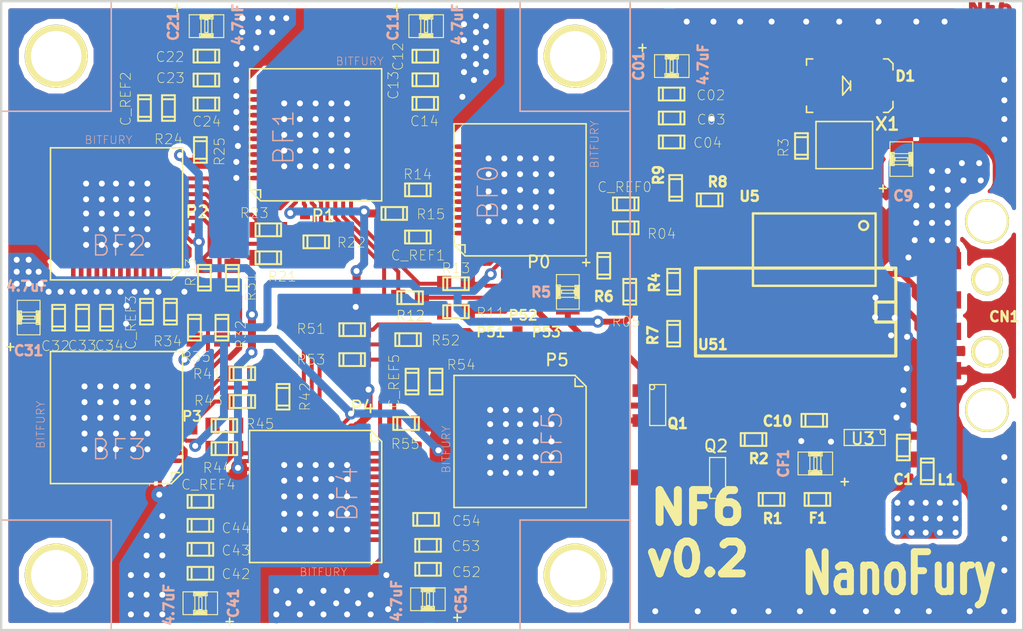
<source format=kicad_pcb>
(kicad_pcb (version 3) (host pcbnew "(2013-07-07 BZR 4022)-stable")
  (title_block (title "NanoFury NF1") (rev 0.5))
  (layers (15 F.Cu mixed hide) (0 B.Cu mixed hide) (19 F.Paste user) (20 B.SilkS user) (21 F.SilkS user) (22 B.Mask user) (23 F.Mask user) (28 Edge.Cuts user))
  (net 0 "")
  (net 1 /LED)
  (net 2 /MISO)
  (net 3 /MOSI)
  (net 4 /OSC1)
  (net 5 /OSC2)
  (net 6 /SCK)
  (net 7 /SCK_OVR)
  (net 8 3.3V)
  (net 9 GND)
  (net 10 GND1_0V8)
  (net 11 GND2_1V6)
  (net 12 GND3_2V4)
  (net 13 GND4_3V2)
  (net 14 GND5_4V0)
  (net 15 INMISO)
  (net 16 INMOSI)
  (net 17 INSCK)
  (net 18 N-000001)
  (net 19 N-0000012)
  (net 20 N-0000013)
  (net 21 N-0000034)
  (net 22 N-0000036)
  (net 23 N-000004)
  (net 24 N-0000040)
  (net 25 N-0000044)
  (net 26 N-0000047)
  (net 27 N-0000048)
  (net 28 N-000005)
  (net 29 N-0000050)
  (net 30 N-0000051)
  (net 31 N-0000052)
  (net 32 N-0000054)
  (net 33 N-0000058)
  (net 34 N-0000059)
  (net 35 N-0000061)
  (net 36 N-0000062)
  (net 37 N-0000063)
  (net 38 N-0000067)
  (net 39 N-0000068)
  (net 40 N-0000069)
  (net 41 N-0000070)
  (net 42 N-0000073)
  (net 43 N-0000074)
  (net 44 N-0000075)
  (net 45 N-0000076)
  (net 46 N-0000077)
  (net 47 N-0000078)
  (net 48 N-0000079)
  (net 49 N-0000080)
  (net 50 N-0000081)
  (net 51 N-0000082)
  (net 52 N-0000083)
  (net 53 OUTMISO1)
  (net 54 OUTMISO2)
  (net 55 OUTMISO3)
  (net 56 OUTMISO4)
  (net 57 OUTMISO5)
  (net 58 OUTMOSI1)
  (net 59 OUTMOSI2)
  (net 60 OUTMOSI3)
  (net 61 OUTMOSI4)
  (net 62 OUTMOSI5)
  (net 63 OUTSCK1)
  (net 64 OUTSCK2)
  (net 65 OUTSCK3)
  (net 66 OUTSCK4)
  (net 67 OUTSCK5)
  (net 68 USB_5V)
  (net 69 USB_DM)
  (net 70 USB_DP)
  (net 71 V_EN)
  (net 72 V_EN0)
  (module SSOP-20 (layer F.Cu) (at 132.1373 79.701 180)
    (fp_text reference U5 (at 7.0423 -0.209 180) (layer F.SilkS) (effects (font (size 0.635 0.635) (thickness 0.15875))))
    (fp_text value MCP2210-I/SS hide)
    (pad 7 smd rect (at 3.9 0 180) (size 0.4064 1.651) (layers F.Cu F.Paste F.Mask))
    (pad 8 smd rect (at 4.55 0 180) (size 0.4064 1.651) (layers F.Cu F.Paste F.Mask))
    (pad 9 smd rect (at 5.2 0 180) (size 0.4064 1.651) (layers F.Cu F.Paste F.Mask) (net 3 /MOSI))
    (pad 10 smd rect (at 5.85 0 180) (size 0.4064 1.651) (layers F.Cu F.Paste F.Mask))
    (pad 17 smd rect (at 1.95 -7.2 180) (size 0.4064 1.651) (layers F.Cu F.Paste F.Mask) (net 8 3.3V))
    (pad 4 smd rect (at 1.95 0 180) (size 0.4064 1.651) (layers F.Cu F.Paste F.Mask) (net 8 3.3V))
    (pad 5 smd rect (at 2.6 0 180) (size 0.4064 1.651) (layers F.Cu F.Paste F.Mask) (net 1 /LED))
    (pad 6 smd rect (at 3.25 0 180) (size 0.4064 1.651) (layers F.Cu F.Paste F.Mask))
    (pad 11 smd rect (at 5.85 -7.2 180) (size 0.4064 1.651) (layers F.Cu F.Paste F.Mask) (net 6 /SCK))
    (pad 12 smd rect (at 5.2 -7.2 180) (size 0.4064 1.651) (layers F.Cu F.Paste F.Mask) (net 7 /SCK_OVR))
    (pad 13 smd rect (at 4.55 -7.2 180) (size 0.4064 1.651) (layers F.Cu F.Paste F.Mask) (net 2 /MISO))
    (pad 14 smd rect (at 3.9 -7.2 180) (size 0.4064 1.651) (layers F.Cu F.Paste F.Mask) (net 71 V_EN))
    (pad 15 smd rect (at 3.25 -7.2 180) (size 0.4064 1.651) (layers F.Cu F.Paste F.Mask) (net 72 V_EN0))
    (pad 16 smd rect (at 2.6 -7.2 180) (size 0.4064 1.651) (layers F.Cu F.Paste F.Mask))
    (pad 18 smd rect (at 1.3 -7.2 180) (size 0.4064 1.651) (layers F.Cu F.Paste F.Mask) (net 69 USB_DM))
    (pad 19 smd rect (at 0.65 -7.2 180) (size 0.4064 1.651) (layers F.Cu F.Paste F.Mask) (net 70 USB_DP))
    (pad 20 smd rect (at 0 -7.2 180) (size 0.4064 1.651) (layers F.Cu F.Paste F.Mask) (net 9 GND))
    (pad 1 smd rect (at 0 0 180) (size 0.4064 1.651) (layers F.Cu F.Paste F.Mask) (net 8 3.3V))
    (pad 2 smd rect (at 0.65 0 180) (size 0.4064 1.651) (layers F.Cu F.Paste F.Mask) (net 4 /OSC1))
    (pad 3 smd rect (at 1.3 0 180) (size 0.4064 1.651) (layers F.Cu F.Paste F.Mask) (net 5 /OSC2))
  )
  (module CSTCE_G15C (layer F.Cu) (at 131.1213 76.653 180)
    (fp_text reference X1 (at -2.7367 1.342 180) (layer F.SilkS) (effects (font (size 0.8 0.8))))
    (fp_text value 12MHz hide)
    (pad 3 smd rect (at 1.2 0 180) (size 0.635 2) (layers F.Cu F.Paste F.Mask) (net 5 /OSC2))
    (pad 1 smd rect (at -1.2 0 180) (size 0.635 2) (layers F.Cu F.Paste F.Mask) (net 4 /OSC1))
    (pad 2 smd rect (at 0 0 180) (size 0.635 2) (layers F.Cu F.Paste F.Mask) (net 9 GND))
  )
  (module 0805 (layer F.Cu) (at 113.538 85.979 270)
    (fp_text reference R5 (at 0.0254 1.7018 360) (layer B.SilkS) (effects (font (size 0.635 0.635) (thickness 0.15875))))
    (fp_text value 2k hide)
    (pad 1 smd rect (at -0.89916 0 270) (size 1.09982 1.4986) (layers F.Cu F.Paste F.Mask) (net 17 INSCK))
    (pad 2 smd rect (at 0.89916 0 270) (size 1.09982 1.4986) (layers F.Cu F.Paste F.Mask) (net 7 /SCK_OVR))
  )
  (module 2PLCC (layer F.Cu) (at 131.318 72.8726 180)
    (fp_text reference D1 (at -3.683 0.6096 180) (layer F.SilkS) (effects (font (size 0.635 0.635) (thickness 0.15875))))
    (fp_text value LED hide)
    (pad 1 smd rect (at 1.5 0 180) (size 1.5 2.6) (layers F.Cu F.Paste F.Mask) (net 18 N-000001))
    (pad 2 smd rect (at -1.5 0 180) (size 1.5 2.6) (layers F.Cu F.Paste F.Mask) (net 9 GND))
  )
  (module 0603 (layer F.Cu) (at 103.505 86.36)
    (fp_text reference R12 (at 0.0254 1.143) (layer F.SilkS) (effects (font (size 0.635 0.635) (thickness 0.050165))))
    (fp_text value 1k hide)
    (pad 1 smd rect (at 0.75184 0) (size 0.89916 1.00076) (layers F.Cu F.Paste F.Mask) (net 58 OUTMOSI1))
    (pad 2 smd rect (at -0.75184 0) (size 0.89916 1.00076) (layers F.Cu F.Paste F.Mask) (net 34 N-0000059))
  )
  (module 0603 (layer F.Cu) (at 129.2098 94.1578)
    (fp_text reference C10 (at -2.3368 0.0508) (layer F.SilkS) (effects (font (size 0.635 0.635) (thickness 0.15875))))
    (fp_text value 100n hide)
    (pad 1 smd rect (at 0.75184 0) (size 0.89916 1.00076) (layers F.Cu F.Paste F.Mask) (net 8 3.3V))
    (pad 2 smd rect (at -0.75184 0) (size 0.89916 1.00076) (layers F.Cu F.Paste F.Mask) (net 9 GND))
  )
  (module 0603 (layer F.Cu) (at 115.824 84.328 90)
    (fp_text reference R6 (at -1.9558 0 180) (layer F.SilkS) (effects (font (size 0.635 0.635) (thickness 0.15875))))
    (fp_text value 20k hide)
    (pad 1 smd rect (at 0.75184 0 90) (size 0.89916 1.00076) (layers F.Cu F.Paste F.Mask) (net 9 GND))
    (pad 2 smd rect (at -0.75184 0 90) (size 0.89916 1.00076) (layers F.Cu F.Paste F.Mask) (net 17 INSCK))
  )
  (module 0603 (layer F.Cu) (at 120.396 79.375 90)
    (fp_text reference R9 (at 0.8128 -1.0922 90) (layer F.SilkS) (effects (font (size 0.635 0.635) (thickness 0.15875))))
    (fp_text value 20k hide)
    (pad 1 smd rect (at 0.75184 0 90) (size 0.89916 1.00076) (layers F.Cu F.Paste F.Mask) (net 9 GND))
    (pad 2 smd rect (at -0.75184 0 90) (size 0.89916 1.00076) (layers F.Cu F.Paste F.Mask) (net 16 INMOSI))
  )
  (module 0603 (layer F.Cu) (at 122.555 80.137)
    (fp_text reference R8 (at 0.508 -1.143) (layer F.SilkS) (effects (font (size 0.635 0.635) (thickness 0.15875))))
    (fp_text value 2K hide)
    (pad 1 smd rect (at 0.75184 0) (size 0.89916 1.00076) (layers F.Cu F.Paste F.Mask) (net 3 /MOSI))
    (pad 2 smd rect (at -0.75184 0) (size 0.89916 1.00076) (layers F.Cu F.Paste F.Mask) (net 16 INMOSI))
  )
  (module 0603 (layer F.Cu) (at 134.874 95.885 90)
    (fp_text reference C1 (at -2.032 0 180) (layer F.SilkS) (effects (font (size 0.635 0.635) (thickness 0.15875))))
    (fp_text value 100nF hide)
    (pad 1 smd rect (at 0.75184 0 90) (size 0.89916 1.00076) (layers F.Cu F.Paste F.Mask) (net 9 GND))
    (pad 2 smd rect (at -0.75184 0 90) (size 0.89916 1.00076) (layers F.Cu F.Paste F.Mask) (net 19 N-0000012))
  )
  (module 0603 (layer F.Cu) (at 120.269 85.344 270)
    (fp_text reference R4 (at 0.0548 1.2201 270) (layer F.SilkS) (effects (font (size 0.635 0.635) (thickness 0.15875))))
    (fp_text value 2k hide)
    (pad 1 smd rect (at 0.75184 0 270) (size 0.89916 1.00076) (layers F.Cu F.Paste F.Mask) (net 2 /MISO))
    (pad 2 smd rect (at -0.75184 0 270) (size 0.89916 1.00076) (layers F.Cu F.Paste F.Mask) (net 8 3.3V))
  )
  (module 0603 (layer F.Cu) (at 120.269 88.646 90)
    (fp_text reference R7 (at -0.1068 -1.3221 90) (layer F.SilkS) (effects (font (size 0.635 0.635) (thickness 0.15875))))
    (fp_text value 1k hide)
    (pad 1 smd rect (at 0.75184 0 90) (size 0.89916 1.00076) (layers F.Cu F.Paste F.Mask) (net 7 /SCK_OVR))
    (pad 2 smd rect (at -0.75184 0 90) (size 0.89916 1.00076) (layers F.Cu F.Paste F.Mask) (net 6 /SCK))
  )
  (module SOT23 (layer F.Cu) (at 119.253 93.218 270)
    (fp_text reference Q1 (at 1.143 -1.27 360) (layer F.SilkS) (effects (font (size 0.635 0.635) (thickness 0.15875))))
    (fp_text value BSS138L hide)
    (pad 3 smd rect (at 0 -1.09982 270) (size 0.8001 1.00076) (layers F.Cu F.Paste F.Mask) (net 2 /MISO))
    (pad 2 smd rect (at 0.9525 1.09982 270) (size 0.8001 1.00076) (layers F.Cu F.Paste F.Mask) (net 15 INMISO))
    (pad 1 smd rect (at -0.9525 1.09982 270) (size 0.8001 1.00076) (layers F.Cu F.Paste F.Mask) (net 12 GND3_2V4))
  )
  (module 0805 (layer F.Cu) (at 129.286 96.901 180)
    (fp_text reference CF1 (at 2.032 0 270) (layer B.SilkS) (effects (font (size 0.635 0.635) (thickness 0.15875))))
    (fp_text value 22uF/10V hide)
    (pad 1 smd rect (at -0.89916 0 180) (size 1.09982 1.4986) (layers F.Cu F.Paste F.Mask) (net 19 N-0000012))
    (pad 2 smd rect (at 0.89916 0 180) (size 1.09982 1.4986) (layers F.Cu F.Paste F.Mask) (net 9 GND))
  )
  (module 0805 (layer F.Cu) (at 134.75 77.55 90)
    (fp_text reference C9 (at -2.333 0.124 180) (layer B.SilkS) (effects (font (size 0.635 0.635) (thickness 0.15875))))
    (fp_text value 10uF/4V hide)
    (pad 1 smd rect (at -0.89916 0 90) (size 1.09982 1.4986) (layers F.Cu F.Paste F.Mask) (net 8 3.3V))
    (pad 2 smd rect (at 0.89916 0 90) (size 1.09982 1.4986) (layers F.Cu F.Paste F.Mask) (net 9 GND))
  )
  (module CNC-1001-011-01101 (layer F.Cu) (at 140.2 87.5 270)
    (fp_text reference CN1 (at 0.0665 -1.1002 360) (layer F.SilkS) (effects (font (size 0.635 0.635) (thickness 0.15875))))
    (fp_text value USB-A hide)
    (pad 5 smd rect (at 3.5 2.8 270) (size 1.1 2.3) (layers F.Cu F.Paste F.Mask) (net 9 GND))
    (pad 3 smd rect (at 1 2.8 270) (size 1.1 2.3) (layers F.Cu F.Paste F.Mask) (net 70 USB_DP))
    (pad 1 smd rect (at -3.5 2.8 270) (size 1.1 2.3) (layers F.Cu F.Paste F.Mask) (net 20 N-0000013))
    (pad "" thru_hole circle (at -6 0 270) (size 2.8 2.8) (drill 2.5) (layers *.Cu *.Mask F.SilkS))
    (pad "" thru_hole circle (at 6 0 270) (size 2.8 2.8) (drill 2.5) (layers *.Cu *.Mask F.SilkS))
    (pad "" thru_hole circle (at -2.3 0 270) (size 2 2) (drill 1.5) (layers *.Cu *.Mask F.SilkS))
    (pad "" thru_hole circle (at 2.3 0 270) (size 2 2) (drill 1.5) (layers *.Cu *.Mask F.SilkS))
    (pad 2 smd rect (at -1 2.8 270) (size 1.1 2.3) (layers F.Cu F.Paste F.Mask) (net 69 USB_DM))
  )
  (module SOT23 (layer F.Cu) (at 132.3848 95.25 180)
    (fp_text reference U3 (at 0.0762 -0.0762 180) (layer F.SilkS) (effects (font (size 0.762 0.762) (thickness 0.11938))))
    (fp_text value "LDO - 3.3V" hide)
    (pad 3 smd rect (at 0 -1.09982 180) (size 0.8001 1.00076) (layers F.Cu F.Paste F.Mask) (net 19 N-0000012))
    (pad 2 smd rect (at 0.9525 1.09982 180) (size 0.8001 1.00076) (layers F.Cu F.Paste F.Mask) (net 8 3.3V))
    (pad 1 smd rect (at -0.9525 1.09982 180) (size 0.8001 1.00076) (layers F.Cu F.Paste F.Mask) (net 9 GND))
  )
  (module SOIC20 (layer F.Cu) (at 128.0479 87.2702 180)
    (fp_text reference U51 (at 5.2848 -2.071 180) (layer F.SilkS) (effects (font (size 0.635 0.635) (thickness 0.15875))))
    (fp_text value MCP2210-I/SO hide)
    (pad 1 smd rect (at -5.715 4.7 180) (size 0.762 2) (layers F.Cu F.Paste F.Mask) (net 8 3.3V))
    (pad 2 smd rect (at -4.445 4.7 180) (size 0.762 2) (layers F.Cu F.Paste F.Mask) (net 4 /OSC1))
    (pad 3 smd rect (at -3.175 4.7 180) (size 0.762 2) (layers F.Cu F.Paste F.Mask) (net 5 /OSC2))
    (pad 4 smd rect (at -1.905 4.7 180) (size 0.762 2) (layers F.Cu F.Paste F.Mask) (net 8 3.3V))
    (pad 5 smd rect (at -0.635 4.7 180) (size 0.762 2) (layers F.Cu F.Paste F.Mask) (net 1 /LED))
    (pad 6 smd rect (at 0.635 4.7 180) (size 0.762 2) (layers F.Cu F.Paste F.Mask))
    (pad 7 smd rect (at 1.905 4.7 180) (size 0.762 2) (layers F.Cu F.Paste F.Mask))
    (pad 8 smd rect (at 3.175 4.7 180) (size 0.762 2) (layers F.Cu F.Paste F.Mask))
    (pad 9 smd rect (at 4.445 4.7 180) (size 0.762 2) (layers F.Cu F.Paste F.Mask) (net 3 /MOSI))
    (pad 10 smd rect (at 5.715 4.7 180) (size 0.762 2) (layers F.Cu F.Paste F.Mask))
    (pad 20 smd rect (at -5.715 -4.7 180) (size 0.762 2) (layers F.Cu F.Paste F.Mask) (net 9 GND))
    (pad 19 smd rect (at -4.445 -4.7 180) (size 0.762 2) (layers F.Cu F.Paste F.Mask) (net 70 USB_DP))
    (pad 18 smd rect (at -3.175 -4.7 180) (size 0.762 2) (layers F.Cu F.Paste F.Mask) (net 69 USB_DM))
    (pad 17 smd rect (at -1.905 -4.7 180) (size 0.762 2) (layers F.Cu F.Paste F.Mask) (net 8 3.3V))
    (pad 16 smd rect (at -0.635 -4.7 180) (size 0.762 2) (layers F.Cu F.Paste F.Mask))
    (pad 15 smd rect (at 0.635 -4.7 180) (size 0.762 2) (layers F.Cu F.Paste F.Mask) (net 72 V_EN0))
    (pad 14 smd rect (at 1.905 -4.7 180) (size 0.762 2) (layers F.Cu F.Paste F.Mask) (net 71 V_EN))
    (pad 13 smd rect (at 3.175 -4.7 180) (size 0.762 2) (layers F.Cu F.Paste F.Mask) (net 2 /MISO))
    (pad 12 smd rect (at 4.445 -4.7 180) (size 0.762 2) (layers F.Cu F.Paste F.Mask) (net 7 /SCK_OVR))
    (pad 11 smd rect (at 5.715 -4.7 180) (size 0.762 2) (layers F.Cu F.Paste F.Mask) (net 6 /SCK))
  )
  (module 0603 (layer F.Cu) (at 136.4 97.4 270)
    (fp_text reference L1 (at 0.5424 -1.2172 360) (layer F.SilkS) (effects (font (size 0.635 0.635) (thickness 0.15875))))
    (fp_text value 10R@100MHz/6A hide)
    (pad 1 smd rect (at 0.75184 0 270) (size 0.89916 1.00076) (layers F.Cu F.Paste F.Mask) (net 20 N-0000013))
    (pad 2 smd rect (at -0.75184 0 270) (size 0.89916 1.00076) (layers F.Cu F.Paste F.Mask) (net 19 N-0000012))
  )
  (module 0805 (layer F.Cu) (at 120.142 71.628)
    (fp_text reference C01 (at -2.1 0 90) (layer B.SilkS) (effects (font (size 0.635 0.635) (thickness 0.15875))))
    (fp_text value 4.7uF (at 2 -0.1 90) (layer B.SilkS) (effects (font (size 0.635 0.635) (thickness 0.1524))))
    (pad 1 smd rect (at -0.89916 0) (size 1.09982 1.4986) (layers F.Cu F.Paste F.Mask) (net 10 GND1_0V8))
    (pad 2 smd rect (at 0.89916 0) (size 1.09982 1.4986) (layers F.Cu F.Paste F.Mask) (net 9 GND))
  )
  (module 0805 (layer F.Cu) (at 90.17 105.791 180)
    (fp_text reference C41 (at -2.1 0 270) (layer B.SilkS) (effects (font (size 0.635 0.635) (thickness 0.15875))))
    (fp_text value 4.7uF (at 2 -0.1 270) (layer B.SilkS) (effects (font (size 0.635 0.635) (thickness 0.1524))))
    (pad 1 smd rect (at -0.89916 0 180) (size 1.09982 1.4986) (layers F.Cu F.Paste F.Mask) (net 14 GND5_4V0))
    (pad 2 smd rect (at 0.89916 0 180) (size 1.09982 1.4986) (layers F.Cu F.Paste F.Mask) (net 13 GND4_3V2))
  )
  (module 0805 (layer F.Cu) (at 79.248 87.63 90)
    (fp_text reference C31 (at -2.1 0 180) (layer B.SilkS) (effects (font (size 0.635 0.635) (thickness 0.15875))))
    (fp_text value 4.7uF (at 2 -0.1 180) (layer B.SilkS) (effects (font (size 0.635 0.635) (thickness 0.1524))))
    (pad 1 smd rect (at -0.89916 0 90) (size 1.09982 1.4986) (layers F.Cu F.Paste F.Mask) (net 13 GND4_3V2))
    (pad 2 smd rect (at 0.89916 0 90) (size 1.09982 1.4986) (layers F.Cu F.Paste F.Mask) (net 12 GND3_2V4))
  )
  (module 0805 (layer F.Cu) (at 90.551 69.088)
    (fp_text reference C21 (at -2.1 0 90) (layer B.SilkS) (effects (font (size 0.635 0.635) (thickness 0.15875))))
    (fp_text value 4.7uF (at 2 -0.1 90) (layer B.SilkS) (effects (font (size 0.635 0.635) (thickness 0.1524))))
    (pad 1 smd rect (at -0.89916 0) (size 1.09982 1.4986) (layers F.Cu F.Paste F.Mask) (net 12 GND3_2V4))
    (pad 2 smd rect (at 0.89916 0) (size 1.09982 1.4986) (layers F.Cu F.Paste F.Mask) (net 11 GND2_1V6))
  )
  (module 0805 (layer F.Cu) (at 104.521 69.088)
    (fp_text reference C11 (at -2.1 0 90) (layer B.SilkS) (effects (font (size 0.635 0.635) (thickness 0.15875))))
    (fp_text value 4.7uF (at 2 -0.1 90) (layer B.SilkS) (effects (font (size 0.635 0.635) (thickness 0.1524))))
    (pad 1 smd rect (at -0.89916 0) (size 1.09982 1.4986) (layers F.Cu F.Paste F.Mask) (net 11 GND2_1V6))
    (pad 2 smd rect (at 0.89916 0) (size 1.09982 1.4986) (layers F.Cu F.Paste F.Mask) (net 10 GND1_0V8))
  )
  (module 0805 (layer F.Cu) (at 104.648 105.537 180)
    (fp_text reference C51 (at -2.1 0 270) (layer B.SilkS) (effects (font (size 0.635 0.635) (thickness 0.15875))))
    (fp_text value 4.7uF (at 2 -0.1 270) (layer B.SilkS) (effects (font (size 0.635 0.635) (thickness 0.1524))))
    (pad 1 smd rect (at -0.89916 0 180) (size 1.09982 1.4986) (layers F.Cu F.Paste F.Mask) (net 68 USB_5V))
    (pad 2 smd rect (at 0.89916 0 180) (size 1.09982 1.4986) (layers F.Cu F.Paste F.Mask) (net 14 GND5_4V0))
  )
  (module 0603 (layer F.Cu) (at 92.837 92.964 180)
    (fp_text reference R43 (at 2.159 0.0508 180) (layer F.SilkS) (effects (font (size 0.635 0.635) (thickness 0.04064))))
    (fp_text value 1k hide)
    (pad 1 smd rect (at 0.75184 0 180) (size 0.89916 1.00076) (layers F.Cu F.Paste F.Mask) (net 66 OUTSCK4))
    (pad 2 smd rect (at -0.75184 0 180) (size 0.89916 1.00076) (layers F.Cu F.Paste F.Mask) (net 51 N-0000082))
  )
  (module 0603 (layer F.Cu) (at 88.265 87.249 90)
    (fp_text reference R34 (at -1.8796 -0.1778 180) (layer F.SilkS) (effects (font (size 0.635 0.635) (thickness 0.04064))))
    (fp_text value 1k hide)
    (pad 1 smd rect (at 0.75184 0 90) (size 0.89916 1.00076) (layers F.Cu F.Paste F.Mask) (net 12 GND3_2V4))
    (pad 2 smd rect (at -0.75184 0 90) (size 0.89916 1.00076) (layers F.Cu F.Paste F.Mask) (net 49 N-0000080))
  )
  (module 0603 (layer F.Cu) (at 89.789 88.265 90)
    (fp_text reference R35 (at -1.8542 0.127 180) (layer F.SilkS) (effects (font (size 0.635 0.635) (thickness 0.04064))))
    (fp_text value 1k hide)
    (pad 1 smd rect (at 0.75184 0 90) (size 0.89916 1.00076) (layers F.Cu F.Paste F.Mask) (net 49 N-0000080))
    (pad 2 smd rect (at -0.75184 0 90) (size 0.89916 1.00076) (layers F.Cu F.Paste F.Mask) (net 68 USB_5V))
  )
  (module 0603 (layer F.Cu) (at 99.822 90.297 180)
    (fp_text reference R53 (at 2.6162 0 180) (layer F.SilkS) (effects (font (size 0.635 0.635) (thickness 0.04064))))
    (fp_text value 1k hide)
    (pad 1 smd rect (at 0.75184 0 180) (size 0.89916 1.00076) (layers F.Cu F.Paste F.Mask) (net 67 OUTSCK5))
    (pad 2 smd rect (at -0.75184 0 180) (size 0.89916 1.00076) (layers F.Cu F.Paste F.Mask) (net 40 N-0000069))
  )
  (module 0603 (layer F.Cu) (at 103.378 89.027 180)
    (fp_text reference R52 (at -2.3876 -0.0508 180) (layer F.SilkS) (effects (font (size 0.635 0.635) (thickness 0.04064))))
    (fp_text value 1k hide)
    (pad 1 smd rect (at 0.75184 0 180) (size 0.89916 1.00076) (layers F.Cu F.Paste F.Mask) (net 62 OUTMOSI5))
    (pad 2 smd rect (at -0.75184 0 180) (size 0.89916 1.00076) (layers F.Cu F.Paste F.Mask) (net 39 N-0000068))
  )
  (module 0603 (layer F.Cu) (at 99.822 88.392 180)
    (fp_text reference R51 (at 2.6162 0.0508 180) (layer F.SilkS) (effects (font (size 0.635 0.635) (thickness 0.04064))))
    (fp_text value 1k hide)
    (pad 1 smd rect (at 0.75184 0 180) (size 0.89916 1.00076) (layers F.Cu F.Paste F.Mask) (net 57 OUTMISO5))
    (pad 2 smd rect (at -0.75184 0 180) (size 0.89916 1.00076) (layers F.Cu F.Paste F.Mask) (net 38 N-0000067))
  )
  (module 0603 (layer F.Cu) (at 90.17 100.838)
    (fp_text reference C44 (at 2.2606 0.1778) (layer F.SilkS) (effects (font (size 0.635 0.635) (thickness 0.04064))))
    (fp_text value 100nF hide)
    (pad 1 smd rect (at 0.75184 0) (size 0.89916 1.00076) (layers F.Cu F.Paste F.Mask) (net 14 GND5_4V0))
    (pad 2 smd rect (at -0.75184 0) (size 0.89916 1.00076) (layers F.Cu F.Paste F.Mask) (net 13 GND4_3V2))
  )
  (module 0603 (layer F.Cu) (at 95.4278 92.6592 90)
    (fp_text reference R42 (at 0 1.397 90) (layer F.SilkS) (effects (font (size 0.635 0.635) (thickness 0.04064))))
    (fp_text value 1k hide)
    (pad 1 smd rect (at 0.75184 0 90) (size 0.89916 1.00076) (layers F.Cu F.Paste F.Mask) (net 61 OUTMOSI4))
    (pad 2 smd rect (at -0.75184 0 90) (size 0.89916 1.00076) (layers F.Cu F.Paste F.Mask) (net 50 N-0000081))
  )
  (module 0603 (layer F.Cu) (at 92.837 91.186 180)
    (fp_text reference R41 (at 2.2352 -0.0254 180) (layer F.SilkS) (effects (font (size 0.635 0.635) (thickness 0.04064))))
    (fp_text value 1k hide)
    (pad 1 smd rect (at 0.75184 0 180) (size 0.89916 1.00076) (layers F.Cu F.Paste F.Mask) (net 56 OUTMISO4))
    (pad 2 smd rect (at -0.75184 0 180) (size 0.89916 1.00076) (layers F.Cu F.Paste F.Mask) (net 52 N-0000083))
  )
  (module 0603 (layer F.Cu) (at 86.741 87.249 270)
    (fp_text reference C_REF3 (at 0.6858 0.9906 270) (layer F.SilkS) (effects (font (size 0.635 0.635) (thickness 0.04064))))
    (fp_text value 100nF hide)
    (pad 1 smd rect (at 0.75184 0 270) (size 0.89916 1.00076) (layers F.Cu F.Paste F.Mask) (net 49 N-0000080))
    (pad 2 smd rect (at -0.75184 0 270) (size 0.89916 1.00076) (layers F.Cu F.Paste F.Mask) (net 12 GND3_2V4))
  )
  (module 0603 (layer F.Cu) (at 90.17 103.886)
    (fp_text reference C42 (at 2.2606 0.0508) (layer F.SilkS) (effects (font (size 0.635 0.635) (thickness 0.04064))))
    (fp_text value 100nF hide)
    (pad 1 smd rect (at 0.75184 0) (size 0.89916 1.00076) (layers F.Cu F.Paste F.Mask) (net 14 GND5_4V0))
    (pad 2 smd rect (at -0.75184 0) (size 0.89916 1.00076) (layers F.Cu F.Paste F.Mask) (net 13 GND4_3V2))
  )
  (module 0603 (layer F.Cu) (at 90.17 102.362)
    (fp_text reference C43 (at 2.2606 0.0762) (layer F.SilkS) (effects (font (size 0.635 0.635) (thickness 0.04064))))
    (fp_text value 100nF hide)
    (pad 1 smd rect (at 0.75184 0) (size 0.89916 1.00076) (layers F.Cu F.Paste F.Mask) (net 14 GND5_4V0))
    (pad 2 smd rect (at -0.75184 0) (size 0.89916 1.00076) (layers F.Cu F.Paste F.Mask) (net 13 GND4_3V2))
  )
  (module 0603 (layer F.Cu) (at 128.397 76.708 90)
    (fp_text reference R3 (at -0.1016 -1.143 90) (layer F.SilkS) (effects (font (size 0.635 0.635) (thickness 0.04064))))
    (fp_text value 1k hide)
    (pad 1 smd rect (at 0.75184 0 90) (size 0.89916 1.00076) (layers F.Cu F.Paste F.Mask) (net 18 N-000001))
    (pad 2 smd rect (at -0.75184 0 90) (size 0.89916 1.00076) (layers F.Cu F.Paste F.Mask) (net 1 /LED))
  )
  (module 0603 (layer F.Cu) (at 104.648 103.632)
    (fp_text reference C52 (at 2.4384 0.1778) (layer F.SilkS) (effects (font (size 0.635 0.635) (thickness 0.04064))))
    (fp_text value 100nF hide)
    (pad 1 smd rect (at 0.75184 0) (size 0.89916 1.00076) (layers F.Cu F.Paste F.Mask) (net 68 USB_5V))
    (pad 2 smd rect (at -0.75184 0) (size 0.89916 1.00076) (layers F.Cu F.Paste F.Mask) (net 14 GND5_4V0))
  )
  (module 0603 (layer F.Cu) (at 104.648 102.108)
    (fp_text reference C53 (at 2.413 0.0508) (layer F.SilkS) (effects (font (size 0.635 0.635) (thickness 0.04064))))
    (fp_text value 100nF hide)
    (pad 1 smd rect (at 0.75184 0) (size 0.89916 1.00076) (layers F.Cu F.Paste F.Mask) (net 68 USB_5V))
    (pad 2 smd rect (at -0.75184 0) (size 0.89916 1.00076) (layers F.Cu F.Paste F.Mask) (net 14 GND5_4V0))
  )
  (module 0603 (layer F.Cu) (at 104.521 100.457)
    (fp_text reference C54 (at 2.5654 0.1016) (layer F.SilkS) (effects (font (size 0.635 0.635) (thickness 0.04064))))
    (fp_text value 100nF hide)
    (pad 1 smd rect (at 0.75184 0) (size 0.89916 1.00076) (layers F.Cu F.Paste F.Mask) (net 68 USB_5V))
    (pad 2 smd rect (at -0.75184 0) (size 0.89916 1.00076) (layers F.Cu F.Paste F.Mask) (net 14 GND5_4V0))
  )
  (module 0603 (layer F.Cu) (at 90.17 99.314)
    (fp_text reference C_REF4 (at 0.508 -1.0668) (layer F.SilkS) (effects (font (size 0.635 0.635) (thickness 0.04064))))
    (fp_text value 100nF hide)
    (pad 1 smd rect (at 0.75184 0) (size 0.89916 1.00076) (layers F.Cu F.Paste F.Mask) (net 42 N-0000073))
    (pad 2 smd rect (at -0.75184 0) (size 0.89916 1.00076) (layers F.Cu F.Paste F.Mask) (net 13 GND4_3V2))
  )
  (module 0603 (layer F.Cu) (at 91.694 94.488)
    (fp_text reference R45 (at 2.2606 -0.1016) (layer F.SilkS) (effects (font (size 0.635 0.635) (thickness 0.04064))))
    (fp_text value 330 hide)
    (pad 1 smd rect (at 0.75184 0) (size 0.89916 1.00076) (layers F.Cu F.Paste F.Mask) (net 42 N-0000073))
    (pad 2 smd rect (at -0.75184 0) (size 0.89916 1.00076) (layers F.Cu F.Paste F.Mask) (net 68 USB_5V))
  )
  (module 0603 (layer F.Cu) (at 91.694 95.9612 180)
    (fp_text reference R44 (at 0.4572 -1.2192 180) (layer F.SilkS) (effects (font (size 0.635 0.635) (thickness 0.04064))))
    (fp_text value 1k hide)
    (pad 1 smd rect (at 0.75184 0 180) (size 0.89916 1.00076) (layers F.Cu F.Paste F.Mask) (net 13 GND4_3V2))
    (pad 2 smd rect (at -0.75184 0 180) (size 0.89916 1.00076) (layers F.Cu F.Paste F.Mask) (net 42 N-0000073))
  )
  (module 0603 (layer F.Cu) (at 103.632 91.694 270)
    (fp_text reference C_REF5 (at -0.0254 1.143 270) (layer F.SilkS) (effects (font (size 0.635 0.635) (thickness 0.04064))))
    (fp_text value 100nF hide)
    (pad 1 smd rect (at 0.75184 0 270) (size 0.89916 1.00076) (layers F.Cu F.Paste F.Mask) (net 46 N-0000077))
    (pad 2 smd rect (at -0.75184 0 270) (size 0.89916 1.00076) (layers F.Cu F.Paste F.Mask) (net 14 GND5_4V0))
  )
  (module 0603 (layer F.Cu) (at 103.251 94.361 180)
    (fp_text reference R55 (at 0.0508 -1.2954 180) (layer F.SilkS) (effects (font (size 0.635 0.635) (thickness 0.04064))))
    (fp_text value 1k hide)
    (pad 1 smd rect (at 0.75184 0 180) (size 0.89916 1.00076) (layers F.Cu F.Paste F.Mask) (net 46 N-0000077))
    (pad 2 smd rect (at -0.75184 0 180) (size 0.89916 1.00076) (layers F.Cu F.Paste F.Mask) (net 68 USB_5V))
  )
  (module 0603 (layer F.Cu) (at 105.156 91.694 90)
    (fp_text reference R54 (at 1.0668 1.6002 180) (layer F.SilkS) (effects (font (size 0.635 0.635) (thickness 0.04064))))
    (fp_text value 1k hide)
    (pad 1 smd rect (at 0.75184 0 90) (size 0.89916 1.00076) (layers F.Cu F.Paste F.Mask) (net 14 GND5_4V0))
    (pad 2 smd rect (at -0.75184 0 90) (size 0.89916 1.00076) (layers F.Cu F.Paste F.Mask) (net 46 N-0000077))
  )
  (module 0603 (layer F.Cu) (at 92.202 85.09 90)
    (fp_text reference R31 (at -0.5842 1.1684 90) (layer F.SilkS) (effects (font (size 0.635 0.635) (thickness 0.04064))))
    (fp_text value 1k hide)
    (pad 1 smd rect (at 0.75184 0 90) (size 0.89916 1.00076) (layers F.Cu F.Paste F.Mask) (net 55 OUTMISO3))
    (pad 2 smd rect (at -0.75184 0 90) (size 0.89916 1.00076) (layers F.Cu F.Paste F.Mask) (net 43 N-0000074))
  )
  (module 0603 (layer F.Cu) (at 91.5416 88.265 90)
    (fp_text reference R32 (at -0.4318 1.1938 90) (layer F.SilkS) (effects (font (size 0.635 0.635) (thickness 0.04064))))
    (fp_text value 1k hide)
    (pad 1 smd rect (at 0.75184 0 90) (size 0.89916 1.00076) (layers F.Cu F.Paste F.Mask) (net 60 OUTMOSI3))
    (pad 2 smd rect (at -0.75184 0 90) (size 0.89916 1.00076) (layers F.Cu F.Paste F.Mask) (net 44 N-0000075))
  )
  (module 0603 (layer F.Cu) (at 90.424 85.09 90)
    (fp_text reference R33 (at 0.3556 -0.8636 90) (layer F.SilkS) (effects (font (size 0.635 0.635) (thickness 0.04064))))
    (fp_text value 1k hide)
    (pad 1 smd rect (at 0.75184 0 90) (size 0.89916 1.00076) (layers F.Cu F.Paste F.Mask) (net 65 OUTSCK3))
    (pad 2 smd rect (at -0.75184 0 90) (size 0.89916 1.00076) (layers F.Cu F.Paste F.Mask) (net 45 N-0000076))
  )
  (module 0603 (layer F.Cu) (at 84.201 87.63 270)
    (fp_text reference C34 (at 1.778 -0.1778 360) (layer F.SilkS) (effects (font (size 0.635 0.635) (thickness 0.04064))))
    (fp_text value 100nF hide)
    (pad 1 smd rect (at 0.75184 0 270) (size 0.89916 1.00076) (layers F.Cu F.Paste F.Mask) (net 13 GND4_3V2))
    (pad 2 smd rect (at -0.75184 0 270) (size 0.89916 1.00076) (layers F.Cu F.Paste F.Mask) (net 12 GND3_2V4))
  )
  (module 0603 (layer F.Cu) (at 120.142 73.406 180)
    (fp_text reference C02 (at -2.4892 -0.0762 180) (layer F.SilkS) (effects (font (size 0.635 0.635) (thickness 0.04064))))
    (fp_text value 100nF hide)
    (pad 1 smd rect (at 0.75184 0 180) (size 0.89916 1.00076) (layers F.Cu F.Paste F.Mask) (net 10 GND1_0V8))
    (pad 2 smd rect (at -0.75184 0 180) (size 0.89916 1.00076) (layers F.Cu F.Paste F.Mask) (net 9 GND))
  )
  (module 0603 (layer F.Cu) (at 120.142 74.93 180)
    (fp_text reference C03 (at -2.5146 -0.1016 180) (layer F.SilkS) (effects (font (size 0.635 0.635) (thickness 0.04064))))
    (fp_text value 100nF hide)
    (pad 1 smd rect (at 0.75184 0 180) (size 0.89916 1.00076) (layers F.Cu F.Paste F.Mask) (net 10 GND1_0V8))
    (pad 2 smd rect (at -0.75184 0 180) (size 0.89916 1.00076) (layers F.Cu F.Paste F.Mask) (net 9 GND))
  )
  (module 0603 (layer F.Cu) (at 120.142 76.454 180)
    (fp_text reference C04 (at -2.286 -0.0508 180) (layer F.SilkS) (effects (font (size 0.635 0.635) (thickness 0.04064))))
    (fp_text value 100nF hide)
    (pad 1 smd rect (at 0.75184 0 180) (size 0.89916 1.00076) (layers F.Cu F.Paste F.Mask) (net 10 GND1_0V8))
    (pad 2 smd rect (at -0.75184 0 180) (size 0.89916 1.00076) (layers F.Cu F.Paste F.Mask) (net 9 GND))
  )
  (module 0603 (layer F.Cu) (at 117.221 80.391 180)
    (fp_text reference C_REF0 (at 0.0762 1.0668 180) (layer F.SilkS) (effects (font (size 0.635 0.635) (thickness 0.04064))))
    (fp_text value 100nF hide)
    (pad 1 smd rect (at 0.75184 0 180) (size 0.89916 1.00076) (layers F.Cu F.Paste F.Mask) (net 22 N-0000036))
    (pad 2 smd rect (at -0.75184 0 180) (size 0.89916 1.00076) (layers F.Cu F.Paste F.Mask) (net 9 GND))
  )
  (module 0603 (layer F.Cu) (at 106.426 87.249)
    (fp_text reference R11 (at 2.2098 0.0762) (layer F.SilkS) (effects (font (size 0.635 0.635) (thickness 0.04064))))
    (fp_text value 1k hide)
    (pad 1 smd rect (at 0.75184 0) (size 0.89916 1.00076) (layers F.Cu F.Paste F.Mask) (net 53 OUTMISO1))
    (pad 2 smd rect (at -0.75184 0) (size 0.89916 1.00076) (layers F.Cu F.Paste F.Mask) (net 32 N-0000054))
  )
  (module 0603 (layer F.Cu) (at 106.426 85.471)
    (fp_text reference R13 (at 0 -0.9906) (layer F.SilkS) (effects (font (size 0.635 0.635) (thickness 0.04064))))
    (fp_text value 1k hide)
    (pad 1 smd rect (at 0.75184 0) (size 0.89916 1.00076) (layers F.Cu F.Paste F.Mask) (net 63 OUTSCK1))
    (pad 2 smd rect (at -0.75184 0) (size 0.89916 1.00076) (layers F.Cu F.Paste F.Mask) (net 33 N-0000058))
  )
  (module 0603 (layer F.Cu) (at 94.488 83.82)
    (fp_text reference R21 (at 0.889 1.1938) (layer F.SilkS) (effects (font (size 0.635 0.635) (thickness 0.04064))))
    (fp_text value 1k hide)
    (pad 1 smd rect (at 0.75184 0) (size 0.89916 1.00076) (layers F.Cu F.Paste F.Mask) (net 54 OUTMISO2))
    (pad 2 smd rect (at -0.75184 0) (size 0.89916 1.00076) (layers F.Cu F.Paste F.Mask) (net 21 N-0000034))
  )
  (module 0603 (layer F.Cu) (at 97.536 82.804)
    (fp_text reference R22 (at 2.2352 0.0508) (layer F.SilkS) (effects (font (size 0.635 0.635) (thickness 0.04064))))
    (fp_text value 1k hide)
    (pad 1 smd rect (at 0.75184 0) (size 0.89916 1.00076) (layers F.Cu F.Paste F.Mask) (net 59 OUTMOSI2))
    (pad 2 smd rect (at -0.75184 0) (size 0.89916 1.00076) (layers F.Cu F.Paste F.Mask) (net 24 N-0000040))
  )
  (module 0603 (layer F.Cu) (at 94.488 82.042)
    (fp_text reference R23 (at -0.889 -1.0668) (layer F.SilkS) (effects (font (size 0.635 0.635) (thickness 0.04064))))
    (fp_text value 1k hide)
    (pad 1 smd rect (at 0.75184 0) (size 0.89916 1.00076) (layers F.Cu F.Paste F.Mask) (net 64 OUTSCK2))
    (pad 2 smd rect (at -0.75184 0) (size 0.89916 1.00076) (layers F.Cu F.Paste F.Mask) (net 25 N-0000044))
  )
  (module 0603 (layer F.Cu) (at 117.475 85.979 90)
    (fp_text reference R05 (at -1.905 -0.2286 180) (layer F.SilkS) (effects (font (size 0.635 0.635) (thickness 0.04064))))
    (fp_text value 1k hide)
    (pad 1 smd rect (at 0.75184 0 90) (size 0.89916 1.00076) (layers F.Cu F.Paste F.Mask) (net 22 N-0000036))
    (pad 2 smd rect (at -0.75184 0 90) (size 0.89916 1.00076) (layers F.Cu F.Paste F.Mask) (net 12 GND3_2V4))
  )
  (module 0603 (layer F.Cu) (at 117.221 81.915)
    (fp_text reference R04 (at 2.286 0.381) (layer F.SilkS) (effects (font (size 0.635 0.635) (thickness 0.04064))))
    (fp_text value 1k hide)
    (pad 1 smd rect (at 0.75184 0) (size 0.89916 1.00076) (layers F.Cu F.Paste F.Mask) (net 9 GND))
    (pad 2 smd rect (at -0.75184 0) (size 0.89916 1.00076) (layers F.Cu F.Paste F.Mask) (net 22 N-0000036))
  )
  (module 0603 (layer F.Cu) (at 104.47 71 180)
    (fp_text reference C12 (at 1.727 -0.0184 270) (layer F.SilkS) (effects (font (size 0.635 0.635) (thickness 0.04064))))
    (fp_text value 100nF hide)
    (pad 1 smd rect (at 0.75184 0 180) (size 0.89916 1.00076) (layers F.Cu F.Paste F.Mask) (net 11 GND2_1V6))
    (pad 2 smd rect (at -0.75184 0 180) (size 0.89916 1.00076) (layers F.Cu F.Paste F.Mask) (net 10 GND1_0V8))
  )
  (module 0603 (layer F.Cu) (at 104.47 72.5 180)
    (fp_text reference C13 (at 2.0318 -0.3472 270) (layer F.SilkS) (effects (font (size 0.635 0.635) (thickness 0.04064))))
    (fp_text value 100nF hide)
    (pad 1 smd rect (at 0.75184 0 180) (size 0.89916 1.00076) (layers F.Cu F.Paste F.Mask) (net 11 GND2_1V6))
    (pad 2 smd rect (at -0.75184 0 180) (size 0.89916 1.00076) (layers F.Cu F.Paste F.Mask) (net 10 GND1_0V8))
  )
  (module 0603 (layer F.Cu) (at 104.47 74 180)
    (fp_text reference C14 (at 0.0506 -1.1332 180) (layer F.SilkS) (effects (font (size 0.635 0.635) (thickness 0.04064))))
    (fp_text value 100nF hide)
    (pad 1 smd rect (at 0.75184 0 180) (size 0.89916 1.00076) (layers F.Cu F.Paste F.Mask) (net 11 GND2_1V6))
    (pad 2 smd rect (at -0.75184 0 180) (size 0.89916 1.00076) (layers F.Cu F.Paste F.Mask) (net 10 GND1_0V8))
  )
  (module 0603 (layer F.Cu) (at 82.677 87.63 270)
    (fp_text reference C33 (at 1.778 0.0254 360) (layer F.SilkS) (effects (font (size 0.635 0.635) (thickness 0.04064))))
    (fp_text value 100nF hide)
    (pad 1 smd rect (at 0.75184 0 270) (size 0.89916 1.00076) (layers F.Cu F.Paste F.Mask) (net 13 GND4_3V2))
    (pad 2 smd rect (at -0.75184 0 270) (size 0.89916 1.00076) (layers F.Cu F.Paste F.Mask) (net 12 GND3_2V4))
  )
  (module 0603 (layer F.Cu) (at 81.153 87.63 270)
    (fp_text reference C32 (at 1.8034 0.2032 360) (layer F.SilkS) (effects (font (size 0.635 0.635) (thickness 0.04064))))
    (fp_text value 100nF hide)
    (pad 1 smd rect (at 0.75184 0 270) (size 0.89916 1.00076) (layers F.Cu F.Paste F.Mask) (net 13 GND4_3V2))
    (pad 2 smd rect (at -0.75184 0 270) (size 0.89916 1.00076) (layers F.Cu F.Paste F.Mask) (net 12 GND3_2V4))
  )
  (module 0603 (layer F.Cu) (at 90.551 70.993 180)
    (fp_text reference C22 (at 2.3114 -0.0508 180) (layer F.SilkS) (effects (font (size 0.635 0.635) (thickness 0.04064))))
    (fp_text value 100nF hide)
    (pad 1 smd rect (at 0.75184 0 180) (size 0.89916 1.00076) (layers F.Cu F.Paste F.Mask) (net 12 GND3_2V4))
    (pad 2 smd rect (at -0.75184 0 180) (size 0.89916 1.00076) (layers F.Cu F.Paste F.Mask) (net 11 GND2_1V6))
  )
  (module 0603 (layer F.Cu) (at 90.551 72.517 180)
    (fp_text reference C23 (at 2.286 0.127 180) (layer F.SilkS) (effects (font (size 0.635 0.635) (thickness 0.04064))))
    (fp_text value 100nF hide)
    (pad 1 smd rect (at 0.75184 0 180) (size 0.89916 1.00076) (layers F.Cu F.Paste F.Mask) (net 12 GND3_2V4))
    (pad 2 smd rect (at -0.75184 0 180) (size 0.89916 1.00076) (layers F.Cu F.Paste F.Mask) (net 11 GND2_1V6))
  )
  (module 0603 (layer F.Cu) (at 90.551 74.041 180)
    (fp_text reference C24 (at -0.0254 -1.1176 180) (layer F.SilkS) (effects (font (size 0.635 0.635) (thickness 0.04064))))
    (fp_text value 100nF hide)
    (pad 1 smd rect (at 0.75184 0 180) (size 0.89916 1.00076) (layers F.Cu F.Paste F.Mask) (net 12 GND3_2V4))
    (pad 2 smd rect (at -0.75184 0 180) (size 0.89916 1.00076) (layers F.Cu F.Paste F.Mask) (net 11 GND2_1V6))
  )
  (module 0603 (layer F.Cu) (at 104 82.5 180)
    (fp_text reference C_REF1 (at -0.013 -1.1676 180) (layer F.SilkS) (effects (font (size 0.635 0.635) (thickness 0.04064))))
    (fp_text value 100nF hide)
    (pad 1 smd rect (at 0.75184 0 180) (size 0.89916 1.00076) (layers F.Cu F.Paste F.Mask) (net 27 N-0000048))
    (pad 2 smd rect (at -0.75184 0 180) (size 0.89916 1.00076) (layers F.Cu F.Paste F.Mask) (net 10 GND1_0V8))
  )
  (module 0603 (layer F.Cu) (at 102.5 81)
    (fp_text reference R15 (at 2.3258 0.0514) (layer F.SilkS) (effects (font (size 0.635 0.635) (thickness 0.04064))))
    (fp_text value 1k hide)
    (pad 1 smd rect (at 0.75184 0) (size 0.89916 1.00076) (layers F.Cu F.Paste F.Mask) (net 27 N-0000048))
    (pad 2 smd rect (at -0.75184 0) (size 0.89916 1.00076) (layers F.Cu F.Paste F.Mask) (net 13 GND4_3V2))
  )
  (module 0603 (layer F.Cu) (at 104 79.5)
    (fp_text reference R14 (at -0.0124 -0.9886) (layer F.SilkS) (effects (font (size 0.635 0.635) (thickness 0.04064))))
    (fp_text value 1k hide)
    (pad 1 smd rect (at 0.75184 0) (size 0.89916 1.00076) (layers F.Cu F.Paste F.Mask) (net 10 GND1_0V8))
    (pad 2 smd rect (at -0.75184 0) (size 0.89916 1.00076) (layers F.Cu F.Paste F.Mask) (net 27 N-0000048))
  )
  (module 0603 (layer F.Cu) (at 86.614 74.295 270)
    (fp_text reference C_REF2 (at -0.5842 1.1938 270) (layer F.SilkS) (effects (font (size 0.635 0.635) (thickness 0.04064))))
    (fp_text value 100nF hide)
    (pad 1 smd rect (at 0.75184 0 270) (size 0.89916 1.00076) (layers F.Cu F.Paste F.Mask) (net 26 N-0000047))
    (pad 2 smd rect (at -0.75184 0 270) (size 0.89916 1.00076) (layers F.Cu F.Paste F.Mask) (net 11 GND2_1V6))
  )
  (module 0603 (layer F.Cu) (at 90.17 76.962 90)
    (fp_text reference R25 (at -0.1016 1.2192 90) (layer F.SilkS) (effects (font (size 0.635 0.635) (thickness 0.04064))))
    (fp_text value 1k hide)
    (pad 1 smd rect (at 0.75184 0 90) (size 0.89916 1.00076) (layers F.Cu F.Paste F.Mask) (net 26 N-0000047))
    (pad 2 smd rect (at -0.75184 0 90) (size 0.89916 1.00076) (layers F.Cu F.Paste F.Mask) (net 14 GND5_4V0))
  )
  (module 0603 (layer F.Cu) (at 88.138 74.295 90)
    (fp_text reference R24 (at -1.9812 0 180) (layer F.SilkS) (effects (font (size 0.635 0.635) (thickness 0.04064))))
    (fp_text value 1k hide)
    (pad 1 smd rect (at 0.75184 0 90) (size 0.89916 1.00076) (layers F.Cu F.Paste F.Mask) (net 11 GND2_1V6))
    (pad 2 smd rect (at -0.75184 0 90) (size 0.89916 1.00076) (layers F.Cu F.Paste F.Mask) (net 26 N-0000047))
  )
  (module TP (layer F.Cu) (at 109.601 84.836)
    (fp_text reference P0 (at 2.09 -0.75) (layer F.SilkS) (effects (font (size 0.762 0.762) (thickness 0.11938))))
    (fp_text value TP hide)
    (pad 1 smd rect (at 0 0) (size 0.635 0.635) (layers F.Cu F.Paste F.Mask) (net 31 N-0000052))
  )
  (module TP (layer F.Cu) (at 96.8248 81.0514)
    (fp_text reference P1 (at 1.1684 0.1016) (layer F.SilkS) (effects (font (size 0.762 0.762) (thickness 0.11938))))
    (fp_text value TP hide)
    (pad 1 smd rect (at 0 0) (size 0.635 0.635) (layers F.Cu F.Paste F.Mask) (net 30 N-0000051))
  )
  (module TP (layer F.Cu) (at 89.916 81.9404)
    (fp_text reference P2 (at 0.0508 -1.0414) (layer F.SilkS) (effects (font (size 0.762 0.762) (thickness 0.11938))))
    (fp_text value TP hide)
    (pad 1 smd rect (at 0 0) (size 0.635 0.635) (layers F.Cu F.Paste F.Mask) (net 29 N-0000050))
  )
  (module TP (layer F.Cu) (at 89.662 94.742)
    (fp_text reference P3 (at -0.0254 -0.8382) (layer F.SilkS) (effects (font (size 0.635 0.635) (thickness 0.11938))))
    (fp_text value TP hide)
    (pad 1 smd rect (at 0 0) (size 0.635 0.635) (layers F.Cu F.Paste F.Mask) (net 48 N-0000079))
  )
  (module TP (layer F.Cu) (at 98.3742 94.0562)
    (fp_text reference P4 (at 2.09 -0.75) (layer F.SilkS) (effects (font (size 0.762 0.762) (thickness 0.11938))))
    (fp_text value TP hide)
    (pad 1 smd rect (at 0 0) (size 0.635 0.635) (layers F.Cu F.Paste F.Mask) (net 47 N-0000078))
  )
  (module TP (layer F.Cu) (at 111.3282 90.5764)
    (fp_text reference P5 (at 1.524 -0.254) (layer F.SilkS) (effects (font (size 0.762 0.762) (thickness 0.11938))))
    (fp_text value TP hide)
    (pad 1 smd rect (at 0 0) (size 0.635 0.635) (layers F.Cu F.Paste F.Mask) (net 41 N-0000070))
  )
  (module TP (layer F.Cu) (at 111.0234 89.5604)
    (fp_text reference P53 (at 1.143 -1.016) (layer F.SilkS) (effects (font (size 0.635 0.635) (thickness 0.11938))))
    (fp_text value TP hide)
    (pad 1 smd rect (at 0 0) (size 0.635 0.635) (layers F.Cu F.Paste F.Mask) (net 35 N-0000061))
  )
  (module TP (layer F.Cu) (at 110.3376 88.4936)
    (fp_text reference P52 (at 0.3556 -1.016) (layer F.SilkS) (effects (font (size 0.635 0.635) (thickness 0.11938))))
    (fp_text value TP hide)
    (pad 1 smd rect (at 0 0) (size 0.635 0.635) (layers F.Cu F.Paste F.Mask) (net 36 N-0000062))
  )
  (module TP (layer F.Cu) (at 109.6518 89.5604)
    (fp_text reference P51 (at -1.016 -1.016) (layer F.SilkS) (effects (font (size 0.635 0.635) (thickness 0.11938))))
    (fp_text value TP hide)
    (pad 1 smd rect (at 0 0) (size 0.635 0.635) (layers F.Cu F.Paste F.Mask) (net 37 N-0000063))
  )
  (module HEATSINK_LCBH40_40x40 (layer F.Cu) (at 97.5 87.5 90)
    (fp_text reference HEATSINK_LCBH40_40x40 hide)
    (fp_text value VAL** hide)
    (pad 0 thru_hole circle (at -16.5 16.5 90) (size 4 4) (drill 3.2) (layers *.Cu *.Mask F.SilkS))
    (pad 0 thru_hole circle (at 16.5 -16.5 90) (size 4 4) (drill 3.2) (layers *.Cu *.Mask F.SilkS))
  )
  (module HEATSINK_LCBM40_40x40 (layer F.Cu) (at 97.5 87.5 90)
    (fp_text reference HEATSINK_LCBM40_40x40 hide)
    (fp_text value VAL** hide)
    (pad 0 thru_hole circle (at 16.5 16.5 90) (size 4 4) (drill 3.2) (layers *.Cu *.Mask F.SilkS))
    (pad 0 thru_hole circle (at -16.5 -16.5 90) (size 4 4) (drill 3.2) (layers *.Cu *.Mask F.SilkS))
  )
  (module 0603 (layer F.Cu) (at 129.413 99.187 180)
    (fp_text reference F1 (at -0.0254 -1.1938 180) (layer F.SilkS) (effects (font (size 0.635 0.635) (thickness 0.15875))))
    (fp_text value "FUSE 4A" hide)
    (pad 1 smd rect (at 0.75184 0 180) (size 0.89916 1.00076) (layers F.Cu F.Paste F.Mask) (net 23 N-000004))
    (pad 2 smd rect (at -0.75184 0 180) (size 0.89916 1.00076) (layers F.Cu F.Paste F.Mask) (net 19 N-0000012))
  )
  (module QFN48 (layer F.Cu) (at 110.5 79.5 90)
    (fp_text reference BF0 (at -0.1524 -2.032 90) (layer B.SilkS) (effects (font (size 1.27 1.27) (thickness 0.0889))))
    (fp_text value BITFURY (at 2.8936 4.7398 90) (layer B.SilkS) (effects (font (size 0.508 0.508) (thickness 0.0381))))
    (pad 13 smd rect (at -2.75 3.55 90) (size 0.29 1) (layers F.Cu F.Paste F.Mask) (net 22 N-0000036))
    (pad 25 smd rect (at 3.55 2.75 90) (size 1 0.29) (layers F.Cu F.Paste F.Mask) (net 10 GND1_0V8))
    (pad 26 smd rect (at 3.55 2.25 90) (size 1 0.3) (layers F.Cu F.Paste F.Mask) (net 10 GND1_0V8))
    (pad 28 smd rect (at 3.55 1.25 90) (size 1 0.3) (layers F.Cu F.Paste F.Mask) (net 10 GND1_0V8))
    (pad 27 smd rect (at 3.55 1.75 90) (size 1 0.3) (layers F.Cu F.Paste F.Mask) (net 10 GND1_0V8))
    (pad 29 smd rect (at 3.55 0.75 90) (size 1 0.3) (layers F.Cu F.Paste F.Mask) (net 10 GND1_0V8))
    (pad 30 smd rect (at 3.55 0.25 90) (size 1 0.3) (layers F.Cu F.Paste F.Mask) (net 10 GND1_0V8))
    (pad 36 smd rect (at 3.55 -2.75 90) (size 1 0.29) (layers F.Cu F.Paste F.Mask) (net 10 GND1_0V8))
    (pad 35 smd rect (at 3.55 -2.25 90) (size 1 0.3) (layers F.Cu F.Paste F.Mask) (net 10 GND1_0V8))
    (pad 33 smd rect (at 3.55 -1.25 90) (size 1 0.3) (layers F.Cu F.Paste F.Mask) (net 10 GND1_0V8))
    (pad 34 smd rect (at 3.55 -1.75 90) (size 1 0.3) (layers F.Cu F.Paste F.Mask) (net 10 GND1_0V8))
    (pad 32 smd rect (at 3.55 -0.75 90) (size 1 0.3) (layers F.Cu F.Paste F.Mask) (net 10 GND1_0V8))
    (pad 31 smd rect (at 3.55 -0.25 90) (size 1 0.3) (layers F.Cu F.Paste F.Mask) (net 10 GND1_0V8))
    (pad 1 smd rect (at -3.55 -2.75 90) (size 1 0.29) (layers F.Cu F.Paste F.Mask) (net 9 GND))
    (pad 3 smd rect (at -3.55 -1.748 90) (size 1 0.3) (layers F.Cu F.Paste F.Mask) (net 9 GND))
    (pad 2 smd rect (at -3.55 -2.25 90) (size 1 0.3) (layers F.Cu F.Paste F.Mask) (net 9 GND))
    (pad 5 smd rect (at -3.55 -0.75 90) (size 1 0.3) (layers F.Cu F.Paste F.Mask) (net 31 N-0000052))
    (pad 6 smd rect (at -3.55 -0.25 90) (size 1 0.3) (layers F.Cu F.Paste F.Mask) (net 63 OUTSCK1))
    (pad 4 smd rect (at -3.55 -1.25 90) (size 1 0.3) (layers F.Cu F.Paste F.Mask) (net 12 GND3_2V4))
    (pad 10 smd rect (at -3.55 1.75 90) (size 1 0.3) (layers F.Cu F.Paste F.Mask) (net 16 INMOSI))
    (pad 12 smd rect (at -3.55 2.75 90) (size 1 0.29) (layers F.Cu F.Paste F.Mask) (net 9 GND))
    (pad 11 smd rect (at -3.55 2.25 90) (size 1 0.3) (layers F.Cu F.Paste F.Mask) (net 17 INSCK))
    (pad 8 smd rect (at -3.55 0.75 90) (size 1 0.3) (layers F.Cu F.Paste F.Mask) (net 53 OUTMISO1))
    (pad 9 smd rect (at -3.55 1.25 90) (size 1 0.3) (layers F.Cu F.Paste F.Mask) (net 15 INMISO))
    (pad 7 smd rect (at -3.55 0.25 90) (size 1 0.3) (layers F.Cu F.Paste F.Mask) (net 58 OUTMOSI1))
    (pad 49 smd rect (at 0 0 90) (size 5 5) (layers F.Cu F.Mask) (net 9 GND))
    (pad 47 smd rect (at -2.25 -3.55 90) (size 0.3 1) (layers F.Cu F.Paste F.Mask) (net 10 GND1_0V8))
    (pad 48 smd rect (at -2.75 -3.55 90) (size 0.29 1) (layers F.Cu F.Paste F.Mask) (net 10 GND1_0V8))
    (pad 45 smd rect (at -1.25 -3.55 90) (size 0.3 1) (layers F.Cu F.Paste F.Mask) (net 10 GND1_0V8))
    (pad 44 smd rect (at -0.75 -3.55 90) (size 0.3 1) (layers F.Cu F.Paste F.Mask) (net 10 GND1_0V8))
    (pad 46 smd rect (at -1.75 -3.55 90) (size 0.3 1) (layers F.Cu F.Paste F.Mask) (net 10 GND1_0V8))
    (pad 39 smd rect (at 1.75 -3.55 90) (size 0.3 1) (layers F.Cu F.Paste F.Mask) (net 10 GND1_0V8))
    (pad 37 smd rect (at 2.75 -3.55 90) (size 0.29 1) (layers F.Cu F.Paste F.Mask) (net 10 GND1_0V8))
    (pad 38 smd rect (at 2.25 -3.55 90) (size 0.3 1) (layers F.Cu F.Paste F.Mask) (net 10 GND1_0V8))
    (pad 41 smd rect (at 0.75 -3.55 90) (size 0.3 1) (layers F.Cu F.Paste F.Mask) (net 10 GND1_0V8))
    (pad 40 smd rect (at 1.25 -3.55 90) (size 0.3 1) (layers F.Cu F.Paste F.Mask) (net 10 GND1_0V8))
    (pad 42 smd rect (at 0.25 -3.55 90) (size 0.3 1) (layers F.Cu F.Paste F.Mask) (net 10 GND1_0V8))
    (pad 43 smd rect (at -0.25 -3.55 90) (size 0.3 1) (layers F.Cu F.Paste F.Mask) (net 10 GND1_0V8))
    (pad 14 smd rect (at -2.25 3.55 90) (size 0.3 1) (layers F.Cu F.Paste F.Mask) (net 10 GND1_0V8))
    (pad 16 smd rect (at -1.25 3.55 90) (size 0.3 1) (layers F.Cu F.Paste F.Mask) (net 10 GND1_0V8))
    (pad 17 smd rect (at -0.75 3.55 90) (size 0.3 1) (layers F.Cu F.Paste F.Mask) (net 10 GND1_0V8))
    (pad 15 smd rect (at -1.75 3.55 90) (size 0.3 1) (layers F.Cu F.Paste F.Mask) (net 10 GND1_0V8))
    (pad 22 smd rect (at 1.75 3.55 90) (size 0.3 1) (layers F.Cu F.Paste F.Mask) (net 10 GND1_0V8))
    (pad 24 smd rect (at 2.75 3.55 90) (size 0.29 1) (layers F.Cu F.Paste F.Mask) (net 10 GND1_0V8))
    (pad 23 smd rect (at 2.25 3.55 90) (size 0.3 1) (layers F.Cu F.Paste F.Mask) (net 10 GND1_0V8))
    (pad 20 smd rect (at 0.75 3.55 90) (size 0.3 1) (layers F.Cu F.Paste F.Mask) (net 10 GND1_0V8))
    (pad 21 smd rect (at 1.25 3.55 90) (size 0.3 1) (layers F.Cu F.Paste F.Mask) (net 10 GND1_0V8))
    (pad 19 smd rect (at 0.25 3.55 90) (size 0.3 1) (layers F.Cu F.Paste F.Mask) (net 10 GND1_0V8))
    (pad 18 smd rect (at -0.25 3.55 90) (size 0.3 1) (layers F.Cu F.Paste F.Mask) (net 10 GND1_0V8))
    (pad 49 smd rect (at -1.125 -1.125 90) (size 2 2) (layers F.Cu F.Paste F.Mask) (net 9 GND))
    (pad 49 smd rect (at -1.125 1.125 90) (size 2 2) (layers F.Cu F.Paste F.Mask) (net 9 GND))
    (pad 49 smd rect (at 1.125 -1.125 90) (size 2 2) (layers F.Cu F.Paste F.Mask) (net 9 GND))
    (pad 49 smd rect (at 1.125 1.125 90) (size 2 2) (layers F.Cu F.Paste F.Mask) (net 9 GND))
  )
  (module QFN48 (layer F.Cu) (at 97.5 76 90)
    (fp_text reference BF1 (at -0.1524 -2.032 90) (layer B.SilkS) (effects (font (size 1.27 1.27) (thickness 0.0889))))
    (fp_text value BITFURY (at 4.6768 2.8046 180) (layer B.SilkS) (effects (font (size 0.508 0.508) (thickness 0.0381))))
    (pad 13 smd rect (at -2.75 3.55 90) (size 0.29 1) (layers F.Cu F.Paste F.Mask) (net 27 N-0000048))
    (pad 25 smd rect (at 3.55 2.75 90) (size 1 0.29) (layers F.Cu F.Paste F.Mask) (net 11 GND2_1V6))
    (pad 26 smd rect (at 3.55 2.25 90) (size 1 0.3) (layers F.Cu F.Paste F.Mask) (net 11 GND2_1V6))
    (pad 28 smd rect (at 3.55 1.25 90) (size 1 0.3) (layers F.Cu F.Paste F.Mask) (net 11 GND2_1V6))
    (pad 27 smd rect (at 3.55 1.75 90) (size 1 0.3) (layers F.Cu F.Paste F.Mask) (net 11 GND2_1V6))
    (pad 29 smd rect (at 3.55 0.75 90) (size 1 0.3) (layers F.Cu F.Paste F.Mask) (net 11 GND2_1V6))
    (pad 30 smd rect (at 3.55 0.25 90) (size 1 0.3) (layers F.Cu F.Paste F.Mask) (net 11 GND2_1V6))
    (pad 36 smd rect (at 3.55 -2.75 90) (size 1 0.29) (layers F.Cu F.Paste F.Mask) (net 11 GND2_1V6))
    (pad 35 smd rect (at 3.55 -2.25 90) (size 1 0.3) (layers F.Cu F.Paste F.Mask) (net 11 GND2_1V6))
    (pad 33 smd rect (at 3.55 -1.25 90) (size 1 0.3) (layers F.Cu F.Paste F.Mask) (net 11 GND2_1V6))
    (pad 34 smd rect (at 3.55 -1.75 90) (size 1 0.3) (layers F.Cu F.Paste F.Mask) (net 11 GND2_1V6))
    (pad 32 smd rect (at 3.55 -0.75 90) (size 1 0.3) (layers F.Cu F.Paste F.Mask) (net 11 GND2_1V6))
    (pad 31 smd rect (at 3.55 -0.25 90) (size 1 0.3) (layers F.Cu F.Paste F.Mask) (net 11 GND2_1V6))
    (pad 1 smd rect (at -3.55 -2.75 90) (size 1 0.29) (layers F.Cu F.Paste F.Mask) (net 10 GND1_0V8))
    (pad 3 smd rect (at -3.55 -1.748 90) (size 1 0.3) (layers F.Cu F.Paste F.Mask) (net 10 GND1_0V8))
    (pad 2 smd rect (at -3.55 -2.25 90) (size 1 0.3) (layers F.Cu F.Paste F.Mask) (net 10 GND1_0V8))
    (pad 5 smd rect (at -3.55 -0.75 90) (size 1 0.3) (layers F.Cu F.Paste F.Mask) (net 30 N-0000051))
    (pad 6 smd rect (at -3.55 -0.25 90) (size 1 0.3) (layers F.Cu F.Paste F.Mask) (net 64 OUTSCK2))
    (pad 4 smd rect (at -3.55 -1.25 90) (size 1 0.3) (layers F.Cu F.Paste F.Mask) (net 13 GND4_3V2))
    (pad 10 smd rect (at -3.55 1.75 90) (size 1 0.3) (layers F.Cu F.Paste F.Mask) (net 34 N-0000059))
    (pad 12 smd rect (at -3.55 2.75 90) (size 1 0.29) (layers F.Cu F.Paste F.Mask) (net 10 GND1_0V8))
    (pad 11 smd rect (at -3.55 2.25 90) (size 1 0.3) (layers F.Cu F.Paste F.Mask) (net 33 N-0000058))
    (pad 8 smd rect (at -3.55 0.75 90) (size 1 0.3) (layers F.Cu F.Paste F.Mask) (net 54 OUTMISO2))
    (pad 9 smd rect (at -3.55 1.25 90) (size 1 0.3) (layers F.Cu F.Paste F.Mask) (net 32 N-0000054))
    (pad 7 smd rect (at -3.55 0.25 90) (size 1 0.3) (layers F.Cu F.Paste F.Mask) (net 59 OUTMOSI2))
    (pad 49 smd rect (at 0 0 90) (size 5 5) (layers F.Cu F.Mask) (net 10 GND1_0V8))
    (pad 47 smd rect (at -2.25 -3.55 90) (size 0.3 1) (layers F.Cu F.Paste F.Mask) (net 11 GND2_1V6))
    (pad 48 smd rect (at -2.75 -3.55 90) (size 0.29 1) (layers F.Cu F.Paste F.Mask) (net 11 GND2_1V6))
    (pad 45 smd rect (at -1.25 -3.55 90) (size 0.3 1) (layers F.Cu F.Paste F.Mask) (net 11 GND2_1V6))
    (pad 44 smd rect (at -0.75 -3.55 90) (size 0.3 1) (layers F.Cu F.Paste F.Mask) (net 11 GND2_1V6))
    (pad 46 smd rect (at -1.75 -3.55 90) (size 0.3 1) (layers F.Cu F.Paste F.Mask) (net 11 GND2_1V6))
    (pad 39 smd rect (at 1.75 -3.55 90) (size 0.3 1) (layers F.Cu F.Paste F.Mask) (net 11 GND2_1V6))
    (pad 37 smd rect (at 2.75 -3.55 90) (size 0.29 1) (layers F.Cu F.Paste F.Mask) (net 11 GND2_1V6))
    (pad 38 smd rect (at 2.25 -3.55 90) (size 0.3 1) (layers F.Cu F.Paste F.Mask) (net 11 GND2_1V6))
    (pad 41 smd rect (at 0.75 -3.55 90) (size 0.3 1) (layers F.Cu F.Paste F.Mask) (net 11 GND2_1V6))
    (pad 40 smd rect (at 1.25 -3.55 90) (size 0.3 1) (layers F.Cu F.Paste F.Mask) (net 11 GND2_1V6))
    (pad 42 smd rect (at 0.25 -3.55 90) (size 0.3 1) (layers F.Cu F.Paste F.Mask) (net 11 GND2_1V6))
    (pad 43 smd rect (at -0.25 -3.55 90) (size 0.3 1) (layers F.Cu F.Paste F.Mask) (net 11 GND2_1V6))
    (pad 14 smd rect (at -2.25 3.55 90) (size 0.3 1) (layers F.Cu F.Paste F.Mask) (net 11 GND2_1V6))
    (pad 16 smd rect (at -1.25 3.55 90) (size 0.3 1) (layers F.Cu F.Paste F.Mask) (net 11 GND2_1V6))
    (pad 17 smd rect (at -0.75 3.55 90) (size 0.3 1) (layers F.Cu F.Paste F.Mask) (net 11 GND2_1V6))
    (pad 15 smd rect (at -1.75 3.55 90) (size 0.3 1) (layers F.Cu F.Paste F.Mask) (net 11 GND2_1V6))
    (pad 22 smd rect (at 1.75 3.55 90) (size 0.3 1) (layers F.Cu F.Paste F.Mask) (net 11 GND2_1V6))
    (pad 24 smd rect (at 2.75 3.55 90) (size 0.29 1) (layers F.Cu F.Paste F.Mask) (net 11 GND2_1V6))
    (pad 23 smd rect (at 2.25 3.55 90) (size 0.3 1) (layers F.Cu F.Paste F.Mask) (net 11 GND2_1V6))
    (pad 20 smd rect (at 0.75 3.55 90) (size 0.3 1) (layers F.Cu F.Paste F.Mask) (net 11 GND2_1V6))
    (pad 21 smd rect (at 1.25 3.55 90) (size 0.3 1) (layers F.Cu F.Paste F.Mask) (net 11 GND2_1V6))
    (pad 19 smd rect (at 0.25 3.55 90) (size 0.3 1) (layers F.Cu F.Paste F.Mask) (net 11 GND2_1V6))
    (pad 18 smd rect (at -0.25 3.55 90) (size 0.3 1) (layers F.Cu F.Paste F.Mask) (net 11 GND2_1V6))
    (pad 49 smd rect (at -1.125 -1.125 90) (size 2 2) (layers F.Cu F.Paste F.Mask) (net 10 GND1_0V8))
    (pad 49 smd rect (at -1.125 1.125 90) (size 2 2) (layers F.Cu F.Paste F.Mask) (net 10 GND1_0V8))
    (pad 49 smd rect (at 1.125 -1.125 90) (size 2 2) (layers F.Cu F.Paste F.Mask) (net 10 GND1_0V8))
    (pad 49 smd rect (at 1.125 1.125 90) (size 2 2) (layers F.Cu F.Paste F.Mask) (net 10 GND1_0V8))
  )
  (module QFN48 (layer F.Cu) (at 84.836 81.026 180)
    (fp_text reference BF2 (at -0.1524 -2.032 180) (layer B.SilkS) (effects (font (size 1.27 1.27) (thickness 0.0889))))
    (fp_text value BITFURY (at 0.508 4.699 180) (layer B.SilkS) (effects (font (size 0.508 0.508) (thickness 0.0381))))
    (pad 13 smd rect (at -2.75 3.55 180) (size 0.29 1) (layers F.Cu F.Paste F.Mask) (net 26 N-0000047))
    (pad 25 smd rect (at 3.55 2.75 180) (size 1 0.29) (layers F.Cu F.Paste F.Mask) (net 12 GND3_2V4))
    (pad 26 smd rect (at 3.55 2.25 180) (size 1 0.3) (layers F.Cu F.Paste F.Mask) (net 12 GND3_2V4))
    (pad 28 smd rect (at 3.55 1.25 180) (size 1 0.3) (layers F.Cu F.Paste F.Mask) (net 12 GND3_2V4))
    (pad 27 smd rect (at 3.55 1.75 180) (size 1 0.3) (layers F.Cu F.Paste F.Mask) (net 12 GND3_2V4))
    (pad 29 smd rect (at 3.55 0.75 180) (size 1 0.3) (layers F.Cu F.Paste F.Mask) (net 12 GND3_2V4))
    (pad 30 smd rect (at 3.55 0.25 180) (size 1 0.3) (layers F.Cu F.Paste F.Mask) (net 12 GND3_2V4))
    (pad 36 smd rect (at 3.55 -2.75 180) (size 1 0.29) (layers F.Cu F.Paste F.Mask) (net 12 GND3_2V4))
    (pad 35 smd rect (at 3.55 -2.25 180) (size 1 0.3) (layers F.Cu F.Paste F.Mask) (net 12 GND3_2V4))
    (pad 33 smd rect (at 3.55 -1.25 180) (size 1 0.3) (layers F.Cu F.Paste F.Mask) (net 12 GND3_2V4))
    (pad 34 smd rect (at 3.55 -1.75 180) (size 1 0.3) (layers F.Cu F.Paste F.Mask) (net 12 GND3_2V4))
    (pad 32 smd rect (at 3.55 -0.75 180) (size 1 0.3) (layers F.Cu F.Paste F.Mask) (net 12 GND3_2V4))
    (pad 31 smd rect (at 3.55 -0.25 180) (size 1 0.3) (layers F.Cu F.Paste F.Mask) (net 12 GND3_2V4))
    (pad 1 smd rect (at -3.55 -2.75 180) (size 1 0.29) (layers F.Cu F.Paste F.Mask) (net 11 GND2_1V6))
    (pad 3 smd rect (at -3.55 -1.748 180) (size 1 0.3) (layers F.Cu F.Paste F.Mask) (net 11 GND2_1V6))
    (pad 2 smd rect (at -3.55 -2.25 180) (size 1 0.3) (layers F.Cu F.Paste F.Mask) (net 11 GND2_1V6))
    (pad 5 smd rect (at -3.55 -0.75 180) (size 1 0.3) (layers F.Cu F.Paste F.Mask) (net 29 N-0000050))
    (pad 6 smd rect (at -3.55 -0.25 180) (size 1 0.3) (layers F.Cu F.Paste F.Mask) (net 65 OUTSCK3))
    (pad 4 smd rect (at -3.55 -1.25 180) (size 1 0.3) (layers F.Cu F.Paste F.Mask) (net 14 GND5_4V0))
    (pad 10 smd rect (at -3.55 1.75 180) (size 1 0.3) (layers F.Cu F.Paste F.Mask) (net 24 N-0000040))
    (pad 12 smd rect (at -3.55 2.75 180) (size 1 0.29) (layers F.Cu F.Paste F.Mask) (net 11 GND2_1V6))
    (pad 11 smd rect (at -3.55 2.25 180) (size 1 0.3) (layers F.Cu F.Paste F.Mask) (net 25 N-0000044))
    (pad 8 smd rect (at -3.55 0.75 180) (size 1 0.3) (layers F.Cu F.Paste F.Mask) (net 55 OUTMISO3))
    (pad 9 smd rect (at -3.55 1.25 180) (size 1 0.3) (layers F.Cu F.Paste F.Mask) (net 21 N-0000034))
    (pad 7 smd rect (at -3.55 0.25 180) (size 1 0.3) (layers F.Cu F.Paste F.Mask) (net 60 OUTMOSI3))
    (pad 49 smd rect (at 0 0 180) (size 5 5) (layers F.Cu F.Mask) (net 11 GND2_1V6))
    (pad 47 smd rect (at -2.25 -3.55 180) (size 0.3 1) (layers F.Cu F.Paste F.Mask) (net 12 GND3_2V4))
    (pad 48 smd rect (at -2.75 -3.55 180) (size 0.29 1) (layers F.Cu F.Paste F.Mask) (net 12 GND3_2V4))
    (pad 45 smd rect (at -1.25 -3.55 180) (size 0.3 1) (layers F.Cu F.Paste F.Mask) (net 12 GND3_2V4))
    (pad 44 smd rect (at -0.75 -3.55 180) (size 0.3 1) (layers F.Cu F.Paste F.Mask) (net 12 GND3_2V4))
    (pad 46 smd rect (at -1.75 -3.55 180) (size 0.3 1) (layers F.Cu F.Paste F.Mask) (net 12 GND3_2V4))
    (pad 39 smd rect (at 1.75 -3.55 180) (size 0.3 1) (layers F.Cu F.Paste F.Mask) (net 12 GND3_2V4))
    (pad 37 smd rect (at 2.75 -3.55 180) (size 0.29 1) (layers F.Cu F.Paste F.Mask) (net 12 GND3_2V4))
    (pad 38 smd rect (at 2.25 -3.55 180) (size 0.3 1) (layers F.Cu F.Paste F.Mask) (net 12 GND3_2V4))
    (pad 41 smd rect (at 0.75 -3.55 180) (size 0.3 1) (layers F.Cu F.Paste F.Mask) (net 12 GND3_2V4))
    (pad 40 smd rect (at 1.25 -3.55 180) (size 0.3 1) (layers F.Cu F.Paste F.Mask) (net 12 GND3_2V4))
    (pad 42 smd rect (at 0.25 -3.55 180) (size 0.3 1) (layers F.Cu F.Paste F.Mask) (net 12 GND3_2V4))
    (pad 43 smd rect (at -0.25 -3.55 180) (size 0.3 1) (layers F.Cu F.Paste F.Mask) (net 12 GND3_2V4))
    (pad 14 smd rect (at -2.25 3.55 180) (size 0.3 1) (layers F.Cu F.Paste F.Mask) (net 12 GND3_2V4))
    (pad 16 smd rect (at -1.25 3.55 180) (size 0.3 1) (layers F.Cu F.Paste F.Mask) (net 12 GND3_2V4))
    (pad 17 smd rect (at -0.75 3.55 180) (size 0.3 1) (layers F.Cu F.Paste F.Mask) (net 12 GND3_2V4))
    (pad 15 smd rect (at -1.75 3.55 180) (size 0.3 1) (layers F.Cu F.Paste F.Mask) (net 12 GND3_2V4))
    (pad 22 smd rect (at 1.75 3.55 180) (size 0.3 1) (layers F.Cu F.Paste F.Mask) (net 12 GND3_2V4))
    (pad 24 smd rect (at 2.75 3.55 180) (size 0.29 1) (layers F.Cu F.Paste F.Mask) (net 12 GND3_2V4))
    (pad 23 smd rect (at 2.25 3.55 180) (size 0.3 1) (layers F.Cu F.Paste F.Mask) (net 12 GND3_2V4))
    (pad 20 smd rect (at 0.75 3.55 180) (size 0.3 1) (layers F.Cu F.Paste F.Mask) (net 12 GND3_2V4))
    (pad 21 smd rect (at 1.25 3.55 180) (size 0.3 1) (layers F.Cu F.Paste F.Mask) (net 12 GND3_2V4))
    (pad 19 smd rect (at 0.25 3.55 180) (size 0.3 1) (layers F.Cu F.Paste F.Mask) (net 12 GND3_2V4))
    (pad 18 smd rect (at -0.25 3.55 180) (size 0.3 1) (layers F.Cu F.Paste F.Mask) (net 12 GND3_2V4))
    (pad 49 smd rect (at -1.125 -1.125 180) (size 2 2) (layers F.Cu F.Paste F.Mask) (net 11 GND2_1V6))
    (pad 49 smd rect (at -1.125 1.125 180) (size 2 2) (layers F.Cu F.Paste F.Mask) (net 11 GND2_1V6))
    (pad 49 smd rect (at 1.125 -1.125 180) (size 2 2) (layers F.Cu F.Paste F.Mask) (net 11 GND2_1V6))
    (pad 49 smd rect (at 1.125 1.125 180) (size 2 2) (layers F.Cu F.Paste F.Mask) (net 11 GND2_1V6))
  )
  (module QFN48 (layer F.Cu) (at 84.836 93.98 180)
    (fp_text reference BF3 (at -0.1524 -2.032 180) (layer B.SilkS) (effects (font (size 1.27 1.27) (thickness 0.0889))))
    (fp_text value BITFURY (at 4.826 -0.4572 270) (layer B.SilkS) (effects (font (size 0.508 0.508) (thickness 0.0381))))
    (pad 13 smd rect (at -2.75 3.55 180) (size 0.29 1) (layers F.Cu F.Paste F.Mask) (net 49 N-0000080))
    (pad 25 smd rect (at 3.55 2.75 180) (size 1 0.29) (layers F.Cu F.Paste F.Mask) (net 13 GND4_3V2))
    (pad 26 smd rect (at 3.55 2.25 180) (size 1 0.3) (layers F.Cu F.Paste F.Mask) (net 13 GND4_3V2))
    (pad 28 smd rect (at 3.55 1.25 180) (size 1 0.3) (layers F.Cu F.Paste F.Mask) (net 13 GND4_3V2))
    (pad 27 smd rect (at 3.55 1.75 180) (size 1 0.3) (layers F.Cu F.Paste F.Mask) (net 13 GND4_3V2))
    (pad 29 smd rect (at 3.55 0.75 180) (size 1 0.3) (layers F.Cu F.Paste F.Mask) (net 13 GND4_3V2))
    (pad 30 smd rect (at 3.55 0.25 180) (size 1 0.3) (layers F.Cu F.Paste F.Mask) (net 13 GND4_3V2))
    (pad 36 smd rect (at 3.55 -2.75 180) (size 1 0.29) (layers F.Cu F.Paste F.Mask) (net 13 GND4_3V2))
    (pad 35 smd rect (at 3.55 -2.25 180) (size 1 0.3) (layers F.Cu F.Paste F.Mask) (net 13 GND4_3V2))
    (pad 33 smd rect (at 3.55 -1.25 180) (size 1 0.3) (layers F.Cu F.Paste F.Mask) (net 13 GND4_3V2))
    (pad 34 smd rect (at 3.55 -1.75 180) (size 1 0.3) (layers F.Cu F.Paste F.Mask) (net 13 GND4_3V2))
    (pad 32 smd rect (at 3.55 -0.75 180) (size 1 0.3) (layers F.Cu F.Paste F.Mask) (net 13 GND4_3V2))
    (pad 31 smd rect (at 3.55 -0.25 180) (size 1 0.3) (layers F.Cu F.Paste F.Mask) (net 13 GND4_3V2))
    (pad 1 smd rect (at -3.55 -2.75 180) (size 1 0.29) (layers F.Cu F.Paste F.Mask) (net 12 GND3_2V4))
    (pad 3 smd rect (at -3.55 -1.748 180) (size 1 0.3) (layers F.Cu F.Paste F.Mask) (net 12 GND3_2V4))
    (pad 2 smd rect (at -3.55 -2.25 180) (size 1 0.3) (layers F.Cu F.Paste F.Mask) (net 12 GND3_2V4))
    (pad 5 smd rect (at -3.55 -0.75 180) (size 1 0.3) (layers F.Cu F.Paste F.Mask) (net 48 N-0000079))
    (pad 6 smd rect (at -3.55 -0.25 180) (size 1 0.3) (layers F.Cu F.Paste F.Mask) (net 66 OUTSCK4))
    (pad 4 smd rect (at -3.55 -1.25 180) (size 1 0.3) (layers F.Cu F.Paste F.Mask) (net 68 USB_5V))
    (pad 10 smd rect (at -3.55 1.75 180) (size 1 0.3) (layers F.Cu F.Paste F.Mask) (net 44 N-0000075))
    (pad 12 smd rect (at -3.55 2.75 180) (size 1 0.29) (layers F.Cu F.Paste F.Mask) (net 12 GND3_2V4))
    (pad 11 smd rect (at -3.55 2.25 180) (size 1 0.3) (layers F.Cu F.Paste F.Mask) (net 45 N-0000076))
    (pad 8 smd rect (at -3.55 0.75 180) (size 1 0.3) (layers F.Cu F.Paste F.Mask) (net 56 OUTMISO4))
    (pad 9 smd rect (at -3.55 1.25 180) (size 1 0.3) (layers F.Cu F.Paste F.Mask) (net 43 N-0000074))
    (pad 7 smd rect (at -3.55 0.25 180) (size 1 0.3) (layers F.Cu F.Paste F.Mask) (net 61 OUTMOSI4))
    (pad 49 smd rect (at 0 0 180) (size 5 5) (layers F.Cu F.Mask) (net 12 GND3_2V4))
    (pad 47 smd rect (at -2.25 -3.55 180) (size 0.3 1) (layers F.Cu F.Paste F.Mask) (net 13 GND4_3V2))
    (pad 48 smd rect (at -2.75 -3.55 180) (size 0.29 1) (layers F.Cu F.Paste F.Mask) (net 13 GND4_3V2))
    (pad 45 smd rect (at -1.25 -3.55 180) (size 0.3 1) (layers F.Cu F.Paste F.Mask) (net 13 GND4_3V2))
    (pad 44 smd rect (at -0.75 -3.55 180) (size 0.3 1) (layers F.Cu F.Paste F.Mask) (net 13 GND4_3V2))
    (pad 46 smd rect (at -1.75 -3.55 180) (size 0.3 1) (layers F.Cu F.Paste F.Mask) (net 13 GND4_3V2))
    (pad 39 smd rect (at 1.75 -3.55 180) (size 0.3 1) (layers F.Cu F.Paste F.Mask) (net 13 GND4_3V2))
    (pad 37 smd rect (at 2.75 -3.55 180) (size 0.29 1) (layers F.Cu F.Paste F.Mask) (net 13 GND4_3V2))
    (pad 38 smd rect (at 2.25 -3.55 180) (size 0.3 1) (layers F.Cu F.Paste F.Mask) (net 13 GND4_3V2))
    (pad 41 smd rect (at 0.75 -3.55 180) (size 0.3 1) (layers F.Cu F.Paste F.Mask) (net 13 GND4_3V2))
    (pad 40 smd rect (at 1.25 -3.55 180) (size 0.3 1) (layers F.Cu F.Paste F.Mask) (net 13 GND4_3V2))
    (pad 42 smd rect (at 0.25 -3.55 180) (size 0.3 1) (layers F.Cu F.Paste F.Mask) (net 13 GND4_3V2))
    (pad 43 smd rect (at -0.25 -3.55 180) (size 0.3 1) (layers F.Cu F.Paste F.Mask) (net 13 GND4_3V2))
    (pad 14 smd rect (at -2.25 3.55 180) (size 0.3 1) (layers F.Cu F.Paste F.Mask) (net 13 GND4_3V2))
    (pad 16 smd rect (at -1.25 3.55 180) (size 0.3 1) (layers F.Cu F.Paste F.Mask) (net 13 GND4_3V2))
    (pad 17 smd rect (at -0.75 3.55 180) (size 0.3 1) (layers F.Cu F.Paste F.Mask) (net 13 GND4_3V2))
    (pad 15 smd rect (at -1.75 3.55 180) (size 0.3 1) (layers F.Cu F.Paste F.Mask) (net 13 GND4_3V2))
    (pad 22 smd rect (at 1.75 3.55 180) (size 0.3 1) (layers F.Cu F.Paste F.Mask) (net 13 GND4_3V2))
    (pad 24 smd rect (at 2.75 3.55 180) (size 0.29 1) (layers F.Cu F.Paste F.Mask) (net 13 GND4_3V2))
    (pad 23 smd rect (at 2.25 3.55 180) (size 0.3 1) (layers F.Cu F.Paste F.Mask) (net 13 GND4_3V2))
    (pad 20 smd rect (at 0.75 3.55 180) (size 0.3 1) (layers F.Cu F.Paste F.Mask) (net 13 GND4_3V2))
    (pad 21 smd rect (at 1.25 3.55 180) (size 0.3 1) (layers F.Cu F.Paste F.Mask) (net 13 GND4_3V2))
    (pad 19 smd rect (at 0.25 3.55 180) (size 0.3 1) (layers F.Cu F.Paste F.Mask) (net 13 GND4_3V2))
    (pad 18 smd rect (at -0.25 3.55 180) (size 0.3 1) (layers F.Cu F.Paste F.Mask) (net 13 GND4_3V2))
    (pad 49 smd rect (at -1.125 -1.125 180) (size 2 2) (layers F.Cu F.Paste F.Mask) (net 12 GND3_2V4))
    (pad 49 smd rect (at -1.125 1.125 180) (size 2 2) (layers F.Cu F.Paste F.Mask) (net 12 GND3_2V4))
    (pad 49 smd rect (at 1.125 -1.125 180) (size 2 2) (layers F.Cu F.Paste F.Mask) (net 12 GND3_2V4))
    (pad 49 smd rect (at 1.125 1.125 180) (size 2 2) (layers F.Cu F.Paste F.Mask) (net 12 GND3_2V4))
  )
  (module QFN48 (layer F.Cu) (at 97.5 99 270)
    (fp_text reference BF4 (at -0.1524 -2.032 270) (layer B.SilkS) (effects (font (size 1.27 1.27) (thickness 0.0889))))
    (fp_text value BITFURY (at 4.8098 -0.4932 360) (layer B.SilkS) (effects (font (size 0.508 0.508) (thickness 0.0381))))
    (pad 13 smd rect (at -2.75 3.55 270) (size 0.29 1) (layers F.Cu F.Paste F.Mask) (net 42 N-0000073))
    (pad 25 smd rect (at 3.55 2.75 270) (size 1 0.29) (layers F.Cu F.Paste F.Mask) (net 14 GND5_4V0))
    (pad 26 smd rect (at 3.55 2.25 270) (size 1 0.3) (layers F.Cu F.Paste F.Mask) (net 14 GND5_4V0))
    (pad 28 smd rect (at 3.55 1.25 270) (size 1 0.3) (layers F.Cu F.Paste F.Mask) (net 14 GND5_4V0))
    (pad 27 smd rect (at 3.55 1.75 270) (size 1 0.3) (layers F.Cu F.Paste F.Mask) (net 14 GND5_4V0))
    (pad 29 smd rect (at 3.55 0.75 270) (size 1 0.3) (layers F.Cu F.Paste F.Mask) (net 14 GND5_4V0))
    (pad 30 smd rect (at 3.55 0.25 270) (size 1 0.3) (layers F.Cu F.Paste F.Mask) (net 14 GND5_4V0))
    (pad 36 smd rect (at 3.55 -2.75 270) (size 1 0.29) (layers F.Cu F.Paste F.Mask) (net 14 GND5_4V0))
    (pad 35 smd rect (at 3.55 -2.25 270) (size 1 0.3) (layers F.Cu F.Paste F.Mask) (net 14 GND5_4V0))
    (pad 33 smd rect (at 3.55 -1.25 270) (size 1 0.3) (layers F.Cu F.Paste F.Mask) (net 14 GND5_4V0))
    (pad 34 smd rect (at 3.55 -1.75 270) (size 1 0.3) (layers F.Cu F.Paste F.Mask) (net 14 GND5_4V0))
    (pad 32 smd rect (at 3.55 -0.75 270) (size 1 0.3) (layers F.Cu F.Paste F.Mask) (net 14 GND5_4V0))
    (pad 31 smd rect (at 3.55 -0.25 270) (size 1 0.3) (layers F.Cu F.Paste F.Mask) (net 14 GND5_4V0))
    (pad 1 smd rect (at -3.55 -2.75 270) (size 1 0.29) (layers F.Cu F.Paste F.Mask) (net 13 GND4_3V2))
    (pad 3 smd rect (at -3.55 -1.748 270) (size 1 0.3) (layers F.Cu F.Paste F.Mask) (net 13 GND4_3V2))
    (pad 2 smd rect (at -3.55 -2.25 270) (size 1 0.3) (layers F.Cu F.Paste F.Mask) (net 13 GND4_3V2))
    (pad 5 smd rect (at -3.55 -0.75 270) (size 1 0.3) (layers F.Cu F.Paste F.Mask) (net 47 N-0000078))
    (pad 6 smd rect (at -3.55 -0.25 270) (size 1 0.3) (layers F.Cu F.Paste F.Mask) (net 67 OUTSCK5))
    (pad 4 smd rect (at -3.55 -1.25 270) (size 1 0.3) (layers F.Cu F.Paste F.Mask) (net 68 USB_5V))
    (pad 10 smd rect (at -3.55 1.75 270) (size 1 0.3) (layers F.Cu F.Paste F.Mask) (net 50 N-0000081))
    (pad 12 smd rect (at -3.55 2.75 270) (size 1 0.29) (layers F.Cu F.Paste F.Mask) (net 13 GND4_3V2))
    (pad 11 smd rect (at -3.55 2.25 270) (size 1 0.3) (layers F.Cu F.Paste F.Mask) (net 51 N-0000082))
    (pad 8 smd rect (at -3.55 0.75 270) (size 1 0.3) (layers F.Cu F.Paste F.Mask) (net 57 OUTMISO5))
    (pad 9 smd rect (at -3.55 1.25 270) (size 1 0.3) (layers F.Cu F.Paste F.Mask) (net 52 N-0000083))
    (pad 7 smd rect (at -3.55 0.25 270) (size 1 0.3) (layers F.Cu F.Paste F.Mask) (net 62 OUTMOSI5))
    (pad 49 smd rect (at 0 0 270) (size 5 5) (layers F.Cu F.Mask) (net 13 GND4_3V2))
    (pad 47 smd rect (at -2.25 -3.55 270) (size 0.3 1) (layers F.Cu F.Paste F.Mask) (net 14 GND5_4V0))
    (pad 48 smd rect (at -2.75 -3.55 270) (size 0.29 1) (layers F.Cu F.Paste F.Mask) (net 14 GND5_4V0))
    (pad 45 smd rect (at -1.25 -3.55 270) (size 0.3 1) (layers F.Cu F.Paste F.Mask) (net 14 GND5_4V0))
    (pad 44 smd rect (at -0.75 -3.55 270) (size 0.3 1) (layers F.Cu F.Paste F.Mask) (net 14 GND5_4V0))
    (pad 46 smd rect (at -1.75 -3.55 270) (size 0.3 1) (layers F.Cu F.Paste F.Mask) (net 14 GND5_4V0))
    (pad 39 smd rect (at 1.75 -3.55 270) (size 0.3 1) (layers F.Cu F.Paste F.Mask) (net 14 GND5_4V0))
    (pad 37 smd rect (at 2.75 -3.55 270) (size 0.29 1) (layers F.Cu F.Paste F.Mask) (net 14 GND5_4V0))
    (pad 38 smd rect (at 2.25 -3.55 270) (size 0.3 1) (layers F.Cu F.Paste F.Mask) (net 14 GND5_4V0))
    (pad 41 smd rect (at 0.75 -3.55 270) (size 0.3 1) (layers F.Cu F.Paste F.Mask) (net 14 GND5_4V0))
    (pad 40 smd rect (at 1.25 -3.55 270) (size 0.3 1) (layers F.Cu F.Paste F.Mask) (net 14 GND5_4V0))
    (pad 42 smd rect (at 0.25 -3.55 270) (size 0.3 1) (layers F.Cu F.Paste F.Mask) (net 14 GND5_4V0))
    (pad 43 smd rect (at -0.25 -3.55 270) (size 0.3 1) (layers F.Cu F.Paste F.Mask) (net 14 GND5_4V0))
    (pad 14 smd rect (at -2.25 3.55 270) (size 0.3 1) (layers F.Cu F.Paste F.Mask) (net 14 GND5_4V0))
    (pad 16 smd rect (at -1.25 3.55 270) (size 0.3 1) (layers F.Cu F.Paste F.Mask) (net 14 GND5_4V0))
    (pad 17 smd rect (at -0.75 3.55 270) (size 0.3 1) (layers F.Cu F.Paste F.Mask) (net 14 GND5_4V0))
    (pad 15 smd rect (at -1.75 3.55 270) (size 0.3 1) (layers F.Cu F.Paste F.Mask) (net 14 GND5_4V0))
    (pad 22 smd rect (at 1.75 3.55 270) (size 0.3 1) (layers F.Cu F.Paste F.Mask) (net 14 GND5_4V0))
    (pad 24 smd rect (at 2.75 3.55 270) (size 0.29 1) (layers F.Cu F.Paste F.Mask) (net 14 GND5_4V0))
    (pad 23 smd rect (at 2.25 3.55 270) (size 0.3 1) (layers F.Cu F.Paste F.Mask) (net 14 GND5_4V0))
    (pad 20 smd rect (at 0.75 3.55 270) (size 0.3 1) (layers F.Cu F.Paste F.Mask) (net 14 GND5_4V0))
    (pad 21 smd rect (at 1.25 3.55 270) (size 0.3 1) (layers F.Cu F.Paste F.Mask) (net 14 GND5_4V0))
    (pad 19 smd rect (at 0.25 3.55 270) (size 0.3 1) (layers F.Cu F.Paste F.Mask) (net 14 GND5_4V0))
    (pad 18 smd rect (at -0.25 3.55 270) (size 0.3 1) (layers F.Cu F.Paste F.Mask) (net 14 GND5_4V0))
    (pad 49 smd rect (at -1.125 -1.125 270) (size 2 2) (layers F.Cu F.Paste F.Mask) (net 13 GND4_3V2))
    (pad 49 smd rect (at -1.125 1.125 270) (size 2 2) (layers F.Cu F.Paste F.Mask) (net 13 GND4_3V2))
    (pad 49 smd rect (at 1.125 -1.125 270) (size 2 2) (layers F.Cu F.Paste F.Mask) (net 13 GND4_3V2))
    (pad 49 smd rect (at 1.125 1.125 270) (size 2 2) (layers F.Cu F.Paste F.Mask) (net 13 GND4_3V2))
  )
  (module QFN48 (layer F.Cu) (at 110.5 95.5 270)
    (fp_text reference BF5 (at -0.1524 -2.032 270) (layer B.SilkS) (effects (font (size 1.27 1.27) (thickness 0.0889))))
    (fp_text value BITFURY (at 0.508 4.699 270) (layer B.SilkS) (effects (font (size 0.508 0.508) (thickness 0.0381))))
    (pad 13 smd rect (at -2.75 3.55 270) (size 0.29 1) (layers F.Cu F.Paste F.Mask) (net 46 N-0000077))
    (pad 25 smd rect (at 3.55 2.75 270) (size 1 0.29) (layers F.Cu F.Paste F.Mask) (net 68 USB_5V))
    (pad 26 smd rect (at 3.55 2.25 270) (size 1 0.3) (layers F.Cu F.Paste F.Mask) (net 68 USB_5V))
    (pad 28 smd rect (at 3.55 1.25 270) (size 1 0.3) (layers F.Cu F.Paste F.Mask) (net 68 USB_5V))
    (pad 27 smd rect (at 3.55 1.75 270) (size 1 0.3) (layers F.Cu F.Paste F.Mask) (net 68 USB_5V))
    (pad 29 smd rect (at 3.55 0.75 270) (size 1 0.3) (layers F.Cu F.Paste F.Mask) (net 68 USB_5V))
    (pad 30 smd rect (at 3.55 0.25 270) (size 1 0.3) (layers F.Cu F.Paste F.Mask) (net 68 USB_5V))
    (pad 36 smd rect (at 3.55 -2.75 270) (size 1 0.29) (layers F.Cu F.Paste F.Mask) (net 68 USB_5V))
    (pad 35 smd rect (at 3.55 -2.25 270) (size 1 0.3) (layers F.Cu F.Paste F.Mask) (net 68 USB_5V))
    (pad 33 smd rect (at 3.55 -1.25 270) (size 1 0.3) (layers F.Cu F.Paste F.Mask) (net 68 USB_5V))
    (pad 34 smd rect (at 3.55 -1.75 270) (size 1 0.3) (layers F.Cu F.Paste F.Mask) (net 68 USB_5V))
    (pad 32 smd rect (at 3.55 -0.75 270) (size 1 0.3) (layers F.Cu F.Paste F.Mask) (net 68 USB_5V))
    (pad 31 smd rect (at 3.55 -0.25 270) (size 1 0.3) (layers F.Cu F.Paste F.Mask) (net 68 USB_5V))
    (pad 1 smd rect (at -3.55 -2.75 270) (size 1 0.29) (layers F.Cu F.Paste F.Mask) (net 14 GND5_4V0))
    (pad 3 smd rect (at -3.55 -1.748 270) (size 1 0.3) (layers F.Cu F.Paste F.Mask) (net 14 GND5_4V0))
    (pad 2 smd rect (at -3.55 -2.25 270) (size 1 0.3) (layers F.Cu F.Paste F.Mask) (net 14 GND5_4V0))
    (pad 5 smd rect (at -3.55 -0.75 270) (size 1 0.3) (layers F.Cu F.Paste F.Mask) (net 41 N-0000070))
    (pad 6 smd rect (at -3.55 -0.25 270) (size 1 0.3) (layers F.Cu F.Paste F.Mask) (net 35 N-0000061))
    (pad 4 smd rect (at -3.55 -1.25 270) (size 1 0.3) (layers F.Cu F.Paste F.Mask) (net 68 USB_5V))
    (pad 10 smd rect (at -3.55 1.75 270) (size 1 0.3) (layers F.Cu F.Paste F.Mask) (net 39 N-0000068))
    (pad 12 smd rect (at -3.55 2.75 270) (size 1 0.29) (layers F.Cu F.Paste F.Mask) (net 14 GND5_4V0))
    (pad 11 smd rect (at -3.55 2.25 270) (size 1 0.3) (layers F.Cu F.Paste F.Mask) (net 40 N-0000069))
    (pad 8 smd rect (at -3.55 0.75 270) (size 1 0.3) (layers F.Cu F.Paste F.Mask) (net 37 N-0000063))
    (pad 9 smd rect (at -3.55 1.25 270) (size 1 0.3) (layers F.Cu F.Paste F.Mask) (net 38 N-0000067))
    (pad 7 smd rect (at -3.55 0.25 270) (size 1 0.3) (layers F.Cu F.Paste F.Mask) (net 36 N-0000062))
    (pad 49 smd rect (at 0 0 270) (size 5 5) (layers F.Cu F.Mask) (net 14 GND5_4V0))
    (pad 47 smd rect (at -2.25 -3.55 270) (size 0.3 1) (layers F.Cu F.Paste F.Mask) (net 68 USB_5V))
    (pad 48 smd rect (at -2.75 -3.55 270) (size 0.29 1) (layers F.Cu F.Paste F.Mask) (net 68 USB_5V))
    (pad 45 smd rect (at -1.25 -3.55 270) (size 0.3 1) (layers F.Cu F.Paste F.Mask) (net 68 USB_5V))
    (pad 44 smd rect (at -0.75 -3.55 270) (size 0.3 1) (layers F.Cu F.Paste F.Mask) (net 68 USB_5V))
    (pad 46 smd rect (at -1.75 -3.55 270) (size 0.3 1) (layers F.Cu F.Paste F.Mask) (net 68 USB_5V))
    (pad 39 smd rect (at 1.75 -3.55 270) (size 0.3 1) (layers F.Cu F.Paste F.Mask) (net 68 USB_5V))
    (pad 37 smd rect (at 2.75 -3.55 270) (size 0.29 1) (layers F.Cu F.Paste F.Mask) (net 68 USB_5V))
    (pad 38 smd rect (at 2.25 -3.55 270) (size 0.3 1) (layers F.Cu F.Paste F.Mask) (net 68 USB_5V))
    (pad 41 smd rect (at 0.75 -3.55 270) (size 0.3 1) (layers F.Cu F.Paste F.Mask) (net 68 USB_5V))
    (pad 40 smd rect (at 1.25 -3.55 270) (size 0.3 1) (layers F.Cu F.Paste F.Mask) (net 68 USB_5V))
    (pad 42 smd rect (at 0.25 -3.55 270) (size 0.3 1) (layers F.Cu F.Paste F.Mask) (net 68 USB_5V))
    (pad 43 smd rect (at -0.25 -3.55 270) (size 0.3 1) (layers F.Cu F.Paste F.Mask) (net 68 USB_5V))
    (pad 14 smd rect (at -2.25 3.55 270) (size 0.3 1) (layers F.Cu F.Paste F.Mask) (net 68 USB_5V))
    (pad 16 smd rect (at -1.25 3.55 270) (size 0.3 1) (layers F.Cu F.Paste F.Mask) (net 68 USB_5V))
    (pad 17 smd rect (at -0.75 3.55 270) (size 0.3 1) (layers F.Cu F.Paste F.Mask) (net 68 USB_5V))
    (pad 15 smd rect (at -1.75 3.55 270) (size 0.3 1) (layers F.Cu F.Paste F.Mask) (net 68 USB_5V))
    (pad 22 smd rect (at 1.75 3.55 270) (size 0.3 1) (layers F.Cu F.Paste F.Mask) (net 68 USB_5V))
    (pad 24 smd rect (at 2.75 3.55 270) (size 0.29 1) (layers F.Cu F.Paste F.Mask) (net 68 USB_5V))
    (pad 23 smd rect (at 2.25 3.55 270) (size 0.3 1) (layers F.Cu F.Paste F.Mask) (net 68 USB_5V))
    (pad 20 smd rect (at 0.75 3.55 270) (size 0.3 1) (layers F.Cu F.Paste F.Mask) (net 68 USB_5V))
    (pad 21 smd rect (at 1.25 3.55 270) (size 0.3 1) (layers F.Cu F.Paste F.Mask) (net 68 USB_5V))
    (pad 19 smd rect (at 0.25 3.55 270) (size 0.3 1) (layers F.Cu F.Paste F.Mask) (net 68 USB_5V))
    (pad 18 smd rect (at -0.25 3.55 270) (size 0.3 1) (layers F.Cu F.Paste F.Mask) (net 68 USB_5V))
    (pad 49 smd rect (at -1.125 -1.125 270) (size 2 2) (layers F.Cu F.Paste F.Mask) (net 14 GND5_4V0))
    (pad 49 smd rect (at -1.125 1.125 270) (size 2 2) (layers F.Cu F.Paste F.Mask) (net 14 GND5_4V0))
    (pad 49 smd rect (at 1.125 -1.125 270) (size 2 2) (layers F.Cu F.Paste F.Mask) (net 14 GND5_4V0))
    (pad 49 smd rect (at 1.125 1.125 270) (size 2 2) (layers F.Cu F.Paste F.Mask) (net 14 GND5_4V0))
  )
  (module SOT23 (layer F.Cu) (at 123.063 97.79 90)
    (fp_text reference Q2 (at 1.99898 -0.09906 180) (layer F.SilkS) (effects (font (size 0.762 0.762) (thickness 0.11938))))
    (fp_text value Si2333CDS hide)
    (pad 3 smd rect (at 0 -1.09982 90) (size 0.8001 1.00076) (layers F.Cu F.Paste F.Mask) (net 68 USB_5V))
    (pad 2 smd rect (at 0.9525 1.09982 90) (size 0.8001 1.00076) (layers F.Cu F.Paste F.Mask) (net 23 N-000004))
    (pad 1 smd rect (at -0.9525 1.09982 90) (size 0.8001 1.00076) (layers F.Cu F.Paste F.Mask) (net 28 N-000005))
  )
  (module 0603 (layer F.Cu) (at 126.492 99.187)
    (fp_text reference R1 (at 0.0762 1.2192) (layer F.SilkS) (effects (font (size 0.635 0.635) (thickness 0.15875))))
    (fp_text value 1k hide)
    (pad 1 smd rect (at 0.75184 0) (size 0.89916 1.00076) (layers F.Cu F.Paste F.Mask) (net 23 N-000004))
    (pad 2 smd rect (at -0.75184 0) (size 0.89916 1.00076) (layers F.Cu F.Paste F.Mask) (net 28 N-000005))
  )
  (module 0603 (layer F.Cu) (at 125.349 95.377 180)
    (fp_text reference R2 (at -0.3302 -1.2192 180) (layer F.SilkS) (effects (font (size 0.635 0.635) (thickness 0.15875))))
    (fp_text value 1k hide)
    (pad 1 smd rect (at 0.75184 0 180) (size 0.89916 1.00076) (layers F.Cu F.Paste F.Mask) (net 28 N-000005))
    (pad 2 smd rect (at -0.75184 0 180) (size 0.89916 1.00076) (layers F.Cu F.Paste F.Mask) (net 72 V_EN0))
  )
  (gr_text "NF6\nv0.2" (at 121.793 101.346) (layer F.SilkS) (effects (font (size 2.032 2.032) (thickness 0.508))))
  (gr_text "NF6\nV0.2" (at 140.3858 68.7578) (layer F.Cu) (effects (font (size 1.016 1.016) (thickness 0.254))))
  (gr_text NanoFury (at 134.6 103.9) (layer F.SilkS) (effects (font (size 2.54 1.778) (thickness 0.4445))))
  (gr_line (start 142.5 67.5) (end 77.5 67.5) (angle 90) (layer Edge.Cuts) (width 0.15))
  (gr_line (start 77.5 107.5) (end 77.5 67.5) (angle 90) (layer Edge.Cuts) (width 0.15))
  (gr_line (start 142.5 67.5) (end 142.5 107.5) (angle 90) (layer Edge.Cuts) (width 0.15))
  (gr_line (start 142.5 107.5) (end 77.5 107.5) (angle 90) (layer Edge.Cuts) (width 0.15))
  (segment (start 129.5373 79.701) (end 129.5373 78.4833) (width 0.381) (layer F.Cu) (net 1))
  (segment (start 128.51384 77.45984) (end 128.397 77.45984) (width 0.381) (layer F.Cu) (net 1))
  (segment (start 129.5373 78.4833) (end 128.51384 77.45984) (width 0.381) (layer F.Cu) (net 1))
  (segment (start 128.6829 82.5702) (end 128.6829 81.6822) (width 0.381) (layer F.Cu) (net 1))
  (segment (start 129.5373 80.8278) (end 129.5373 79.701) (width 0.381) (layer F.Cu) (net 1))
  (segment (start 128.6829 81.6822) (end 129.5373 80.8278) (width 0.381) (layer F.Cu) (net 1))
  (segment (start 121.285 93.599) (end 120.73382 93.599) (width 0.381) (layer F.Cu) (net 2))
  (segment (start 120.73382 93.599) (end 120.35282 93.218) (width 0.381) (layer F.Cu) (net 2))
  (segment (start 124.19706 86.16804) (end 120.3412 86.16804) (width 0.381) (layer F.Cu) (net 2))
  (segment (start 124.19706 86.16804) (end 125.228502 85.136598) (width 0.381) (layer F.Cu) (net 2))
  (segment (start 127.5873 86.901) (end 127.5873 85.801256) (width 0.381) (layer F.Cu) (net 2))
  (segment (start 126.922642 85.136598) (end 125.228502 85.136598) (width 0.381) (layer F.Cu) (net 2))
  (segment (start 127.5873 85.801256) (end 126.922642 85.136598) (width 0.381) (layer F.Cu) (net 2))
  (segment (start 120.3412 86.16804) (end 120.269 86.09584) (width 0.381) (layer F.Cu) (net 2))
  (segment (start 124.8729 91.9702) (end 124.8729 93.3131) (width 0.381) (layer F.Cu) (net 2))
  (segment (start 124.587 93.599) (end 121.285 93.599) (width 0.381) (layer F.Cu) (net 2))
  (segment (start 121.285 93.599) (end 121.24182 93.599) (width 0.381) (layer F.Cu) (net 2))
  (segment (start 124.8729 93.3131) (end 124.587 93.599) (width 0.381) (layer F.Cu) (net 2))
  (segment (start 124.8729 91.9702) (end 124.8729 91.0294) (width 0.381) (layer F.Cu) (net 2))
  (segment (start 124.8729 91.0294) (end 127.5873 88.315) (width 0.381) (layer F.Cu) (net 2))
  (segment (start 127.5873 88.315) (end 127.5873 86.901) (width 0.381) (layer F.Cu) (net 2))
  (segment (start 123.6029 82.5702) (end 123.6029 81.3119) (width 0.381) (layer F.Cu) (net 3))
  (segment (start 123.30684 81.01584) (end 123.30684 80.137) (width 0.381) (layer F.Cu) (net 3))
  (segment (start 123.6029 81.3119) (end 123.30684 81.01584) (width 0.381) (layer F.Cu) (net 3))
  (segment (start 126.9373 79.701) (end 126.9373 80.7608) (width 0.381) (layer F.Cu) (net 3))
  (segment (start 123.6029 81.5298) (end 123.6029 82.5702) (width 0.381) (layer F.Cu) (net 3))
  (segment (start 124.0601 81.0726) (end 123.6029 81.5298) (width 0.381) (layer F.Cu) (net 3))
  (segment (start 126.6255 81.0726) (end 124.0601 81.0726) (width 0.381) (layer F.Cu) (net 3))
  (segment (start 126.9373 80.7608) (end 126.6255 81.0726) (width 0.381) (layer F.Cu) (net 3))
  (segment (start 131.4873 79.701) (end 131.4873 78.6492) (width 0.381) (layer F.Cu) (net 4))
  (segment (start 132.3213 77.8152) (end 132.3213 76.653) (width 0.381) (layer F.Cu) (net 4))
  (segment (start 131.4873 78.6492) (end 132.3213 77.8152) (width 0.381) (layer F.Cu) (net 4))
  (segment (start 131.4873 79.701) (end 131.4873 80.6512) (width 0.381) (layer F.Cu) (net 4))
  (segment (start 132.4929 81.6568) (end 132.4929 82.5702) (width 0.381) (layer F.Cu) (net 4))
  (segment (start 131.4873 80.6512) (end 132.4929 81.6568) (width 0.381) (layer F.Cu) (net 4))
  (segment (start 130.8373 79.701) (end 130.8373 78.7058) (width 0.381) (layer F.Cu) (net 5))
  (segment (start 129.9213 77.7898) (end 129.9213 76.653) (width 0.381) (layer F.Cu) (net 5))
  (segment (start 130.8373 78.7058) (end 129.9213 77.7898) (width 0.381) (layer F.Cu) (net 5))
  (segment (start 131.2229 82.5702) (end 131.2229 81.3774) (width 0.381) (layer F.Cu) (net 5))
  (segment (start 130.8373 80.9918) (end 130.8373 79.701) (width 0.381) (layer F.Cu) (net 5))
  (segment (start 131.2229 81.3774) (end 130.8373 80.9918) (width 0.381) (layer F.Cu) (net 5))
  (segment (start 121.00094 89.41804) (end 120.2892 89.41804) (width 0.381) (layer F.Cu) (net 6))
  (segment (start 122.3329 90.75) (end 121.00094 89.41804) (width 0.381) (layer F.Cu) (net 6))
  (segment (start 120.2892 89.41804) (end 120.269 89.39784) (width 0.381) (layer F.Cu) (net 6))
  (segment (start 126.2873 86.901) (end 126.2873 87.7608) (width 0.381) (layer F.Cu) (net 6))
  (segment (start 122.3329 90.75) (end 122.3329 91.9702) (width 0.381) (layer F.Cu) (net 6))
  (segment (start 122.8663 90.2166) (end 122.3329 90.75) (width 0.381) (layer F.Cu) (net 6))
  (segment (start 123.8315 90.2166) (end 122.8663 90.2166) (width 0.381) (layer F.Cu) (net 6))
  (segment (start 126.2873 87.7608) (end 123.8315 90.2166) (width 0.381) (layer F.Cu) (net 6))
  (segment (start 116.586 90.932) (end 117.221 91.567) (width 0.381) (layer F.Cu) (net 7))
  (segment (start 113.538 86.87816) (end 113.538 87.884) (width 0.381) (layer F.Cu) (net 7))
  (segment (start 113.538 87.884) (end 116.586 90.932) (width 0.381) (layer F.Cu) (net 7))
  (segment (start 119.49684 87.89416) (end 120.269 87.89416) (width 0.381) (layer F.Cu) (net 7))
  (segment (start 119.253 88.138) (end 119.49684 87.89416) (width 0.381) (layer F.Cu) (net 7))
  (segment (start 119.253 92.964) (end 119.253 88.138) (width 0.381) (layer F.Cu) (net 7))
  (segment (start 118.999 93.218) (end 119.253 92.964) (width 0.381) (layer F.Cu) (net 7))
  (segment (start 117.475 93.218) (end 118.999 93.218) (width 0.381) (layer F.Cu) (net 7))
  (segment (start 117.221 92.964) (end 117.475 93.218) (width 0.381) (layer F.Cu) (net 7))
  (segment (start 117.221 91.567) (end 117.221 92.964) (width 0.381) (layer F.Cu) (net 7))
  (segment (start 123.44134 87.91436) (end 120.2892 87.91436) (width 0.381) (layer F.Cu) (net 7))
  (segment (start 126.9373 86.901) (end 126.9373 85.9056) (width 0.381) (layer F.Cu) (net 7))
  (segment (start 126.7017 85.67) (end 126.9373 85.9056) (width 0.381) (layer F.Cu) (net 7))
  (segment (start 125.6857 85.67) (end 126.7017 85.67) (width 0.381) (layer F.Cu) (net 7))
  (segment (start 125.6857 85.67) (end 123.44134 87.91436) (width 0.381) (layer F.Cu) (net 7))
  (segment (start 120.2892 87.91436) (end 120.269 87.89416) (width 0.381) (layer F.Cu) (net 7))
  (segment (start 123.6029 91.9702) (end 123.6029 91.3342) (width 0.381) (layer F.Cu) (net 7))
  (segment (start 126.9373 87.9998) (end 126.9373 86.901) (width 0.381) (layer F.Cu) (net 7))
  (segment (start 123.6029 91.3342) (end 126.9373 87.9998) (width 0.381) (layer F.Cu) (net 7))
  (segment (start 123.635596 84.66436) (end 120.3412 84.66436) (width 0.381) (layer F.Cu) (net 8))
  (segment (start 123.635596 84.66436) (end 124.230162 84.069794) (width 0.381) (layer F.Cu) (net 8))
  (segment (start 124.230162 84.069794) (end 130.156094 84.069794) (width 0.381) (layer F.Cu) (net 8))
  (segment (start 130.1873 84.101) (end 130.156094 84.069794) (width 0.381) (layer F.Cu) (net 8))
  (segment (start 120.3412 84.66436) (end 120.269 84.59216) (width 0.381) (layer F.Cu) (net 8))
  (segment (start 129.9529 91.9702) (end 129.9529 94.14906) (width 0.762) (layer F.Cu) (net 8))
  (segment (start 129.9529 94.14906) (end 129.96164 94.1578) (width 0.762) (layer F.Cu) (net 8))
  (segment (start 131.4323 94.15018) (end 129.96926 94.15018) (width 0.762) (layer F.Cu) (net 8))
  (segment (start 129.96926 94.15018) (end 129.96164 94.1578) (width 0.762) (layer F.Cu) (net 8))
  (segment (start 133.7629 81.1481) (end 134.75 80.161) (width 0.508) (layer F.Cu) (net 8))
  (segment (start 134.75 80.161) (end 134.75 78.44916) (width 0.508) (layer F.Cu) (net 8))
  (segment (start 132.1373 79.701) (end 132.3659 79.701) (width 0.381) (layer F.Cu) (net 8))
  (segment (start 132.3659 79.701) (end 132.4352 79.7703) (width 0.381) (layer F.Cu) (net 8))
  (segment (start 129.9529 91.9702) (end 129.9529 89.0228) (width 0.762) (layer F.Cu) (net 8))
  (segment (start 133.7629 82.5702) (end 133.7629 81.1481) (width 0.508) (layer F.Cu) (net 8))
  (segment (start 133.7629 81.1481) (end 133.7629 81.098) (width 0.508) (layer F.Cu) (net 8))
  (segment (start 133.7629 81.098) (end 132.4352 79.7703) (width 0.508) (layer F.Cu) (net 8))
  (segment (start 133.7629 82.5702) (end 133.7629 83.892) (width 0.508) (layer F.Cu) (net 8))
  (segment (start 130.7911 84.6032) (end 130.1873 84.6032) (width 0.508) (layer F.Cu) (net 8))
  (segment (start 131.1467 84.2476) (end 130.7911 84.6032) (width 0.508) (layer F.Cu) (net 8))
  (segment (start 133.4073 84.2476) (end 131.1467 84.2476) (width 0.508) (layer F.Cu) (net 8))
  (segment (start 133.7629 83.892) (end 133.4073 84.2476) (width 0.508) (layer F.Cu) (net 8))
  (segment (start 130.1873 86.901) (end 130.1873 84.6032) (width 0.508) (layer F.Cu) (net 8))
  (segment (start 130.1873 84.6032) (end 130.1873 84.101) (width 0.508) (layer F.Cu) (net 8))
  (segment (start 129.9529 83.8666) (end 129.9529 82.5702) (width 0.508) (layer F.Cu) (net 8))
  (segment (start 130.1873 84.101) (end 129.9529 83.8666) (width 0.508) (layer F.Cu) (net 8))
  (segment (start 129.9529 82.5702) (end 129.9529 81.3774) (width 0.381) (layer F.Cu) (net 8))
  (segment (start 129.9529 81.3774) (end 130.1873 81.143) (width 0.381) (layer F.Cu) (net 8))
  (segment (start 130.1873 81.143) (end 130.1873 79.701) (width 0.381) (layer F.Cu) (net 8))
  (segment (start 130.1873 88.7884) (end 130.1873 86.901) (width 0.508) (layer F.Cu) (net 8))
  (segment (start 129.9529 89.0228) (end 130.1873 88.7884) (width 0.508) (layer F.Cu) (net 8))
  (segment (start 113.25 83.05) (end 113.25 83.913) (width 0.254) (layer F.Cu) (net 9))
  (segment (start 115.05184 83.57616) (end 115.824 83.57616) (width 0.254) (layer F.Cu) (net 9))
  (segment (start 114.6048 84.0232) (end 115.05184 83.57616) (width 0.254) (layer F.Cu) (net 9))
  (segment (start 113.3602 84.0232) (end 114.6048 84.0232) (width 0.254) (layer F.Cu) (net 9))
  (segment (start 113.25 83.913) (end 113.3602 84.0232) (width 0.254) (layer F.Cu) (net 9))
  (segment (start 131.65836 95.26524) (end 130.52552 95.26524) (width 0.762) (layer F.Cu) (net 9))
  (segment (start 133.39572 95.26524) (end 131.65836 95.26524) (width 0.762) (layer F.Cu) (net 9))
  (via (at 130.27406 95.5167) (size 0.762) (layers F.Cu B.Cu) (net 9))
  (segment (start 130.52552 95.26524) (end 130.27406 95.5167) (width 0.762) (layer F.Cu) (net 9))
  (via (at 128.38684 95.4786) (size 0.762) (layers F.Cu B.Cu) (net 9))
  (segment (start 128.42494 95.5167) (end 128.38684 95.4786) (width 0.762) (layer B.Cu) (net 9))
  (segment (start 130.27406 95.5167) (end 128.42494 95.5167) (width 0.762) (layer B.Cu) (net 9))
  (segment (start 128.38684 96.901) (end 128.38684 95.4786) (width 1.016) (layer F.Cu) (net 9))
  (segment (start 128.38684 95.4786) (end 128.38684 94.22892) (width 1.016) (layer F.Cu) (net 9))
  (segment (start 128.38684 94.22892) (end 128.45796 94.1578) (width 1.016) (layer F.Cu) (net 9))
  (segment (start 123 71.628) (end 123 70.7) (width 0.508) (layer F.Cu) (net 9))
  (via (at 141.3 76.3) (size 0.762) (layers F.Cu B.Cu) (net 9))
  (segment (start 141.3 75) (end 141.3 76.3) (width 0.508) (layer F.Cu) (net 9))
  (via (at 141.3 75) (size 0.762) (layers F.Cu B.Cu) (net 9))
  (segment (start 141.3 73.8) (end 141.3 75) (width 0.508) (layer B.Cu) (net 9))
  (via (at 141.3 73.8) (size 0.762) (layers F.Cu B.Cu) (net 9))
  (segment (start 141.3 72.5) (end 141.3 73.8) (width 0.508) (layer F.Cu) (net 9))
  (via (at 141.3 72.5) (size 0.762) (layers F.Cu B.Cu) (net 9))
  (segment (start 141.2 72.5) (end 141.3 72.5) (width 0.508) (layer B.Cu) (net 9))
  (segment (start 137.5 68.8) (end 141.2 72.5) (width 0.508) (layer B.Cu) (net 9))
  (via (at 137.5 68.8) (size 0.762) (layers F.Cu B.Cu) (net 9))
  (segment (start 135.7 68.8) (end 137.5 68.8) (width 0.508) (layer F.Cu) (net 9))
  (via (at 135.7 68.8) (size 0.762) (layers F.Cu B.Cu) (net 9))
  (segment (start 133.3 68.8) (end 135.7 68.8) (width 0.508) (layer B.Cu) (net 9))
  (via (at 133.3 68.8) (size 0.762) (layers F.Cu B.Cu) (net 9))
  (segment (start 130.8 68.8) (end 133.3 68.8) (width 0.508) (layer F.Cu) (net 9))
  (via (at 130.8 68.8) (size 0.762) (layers F.Cu B.Cu) (net 9))
  (segment (start 128.7 68.8) (end 130.8 68.8) (width 0.508) (layer B.Cu) (net 9))
  (via (at 128.7 68.8) (size 0.762) (layers F.Cu B.Cu) (net 9))
  (segment (start 126.5 68.8) (end 128.7 68.8) (width 0.508) (layer F.Cu) (net 9))
  (via (at 126.5 68.8) (size 0.762) (layers F.Cu B.Cu) (net 9))
  (segment (start 124.5 68.8) (end 126.5 68.8) (width 0.508) (layer B.Cu) (net 9))
  (via (at 124.5 68.8) (size 0.762) (layers F.Cu B.Cu) (net 9))
  (segment (start 122.8 68.8) (end 124.5 68.8) (width 0.508) (layer F.Cu) (net 9))
  (via (at 122.8 68.8) (size 0.762) (layers F.Cu B.Cu) (net 9))
  (segment (start 121.1 68.8) (end 122.8 68.8) (width 0.508) (layer B.Cu) (net 9))
  (via (at 121.1 68.8) (size 0.762) (layers F.Cu B.Cu) (net 9))
  (segment (start 123 70.7) (end 121.1 68.8) (width 0.508) (layer F.Cu) (net 9))
  (segment (start 134.9 93.1666) (end 135.8666 93.1666) (width 0.508) (layer F.Cu) (net 9))
  (via (at 119.1 106.3) (size 0.762) (layers F.Cu B.Cu) (net 9))
  (segment (start 121.8 106.3) (end 119.1 106.3) (width 0.508) (layer B.Cu) (net 9))
  (via (at 121.8 106.3) (size 0.762) (layers F.Cu B.Cu) (net 9))
  (segment (start 124.1 106.3) (end 121.8 106.3) (width 0.508) (layer F.Cu) (net 9))
  (via (at 124.1 106.3) (size 0.762) (layers F.Cu B.Cu) (net 9))
  (segment (start 126.3 106.3) (end 124.1 106.3) (width 0.508) (layer B.Cu) (net 9))
  (via (at 126.3 106.3) (size 0.762) (layers F.Cu B.Cu) (net 9))
  (segment (start 128.3 106.3) (end 126.3 106.3) (width 0.508) (layer F.Cu) (net 9))
  (via (at 128.3 106.3) (size 0.762) (layers F.Cu B.Cu) (net 9))
  (segment (start 130.4 106.3) (end 128.3 106.3) (width 0.508) (layer B.Cu) (net 9))
  (via (at 130.4 106.3) (size 0.762) (layers F.Cu B.Cu) (net 9))
  (segment (start 132.5 106.3) (end 130.4 106.3) (width 0.508) (layer F.Cu) (net 9))
  (via (at 132.5 106.3) (size 0.762) (layers F.Cu B.Cu) (net 9))
  (segment (start 134.5 106.3) (end 132.5 106.3) (width 0.508) (layer B.Cu) (net 9))
  (via (at 134.5 106.3) (size 0.762) (layers F.Cu B.Cu) (net 9))
  (segment (start 136.5 106.3) (end 134.5 106.3) (width 0.508) (layer F.Cu) (net 9))
  (via (at 136.5 106.3) (size 0.762) (layers F.Cu B.Cu) (net 9))
  (segment (start 139.1 106.3) (end 136.5 106.3) (width 0.508) (layer B.Cu) (net 9))
  (via (at 139.1 106.3) (size 0.762) (layers F.Cu B.Cu) (net 9))
  (segment (start 141.3 106.3) (end 139.1 106.3) (width 0.508) (layer F.Cu) (net 9))
  (via (at 141.3 106.3) (size 0.762) (layers F.Cu B.Cu) (net 9))
  (segment (start 141.3 103.7) (end 141.3 106.3) (width 0.508) (layer B.Cu) (net 9))
  (via (at 141.3 103.7) (size 0.762) (layers F.Cu B.Cu) (net 9))
  (segment (start 141.3 101.7) (end 141.3 103.7) (width 0.508) (layer F.Cu) (net 9))
  (via (at 141.3 101.7) (size 0.762) (layers F.Cu B.Cu) (net 9))
  (segment (start 141.3 99.7) (end 141.3 101.7) (width 0.508) (layer B.Cu) (net 9))
  (via (at 141.3 99.7) (size 0.762) (layers F.Cu B.Cu) (net 9))
  (segment (start 141.3 98) (end 141.3 99.7) (width 0.508) (layer F.Cu) (net 9))
  (via (at 141.3 98) (size 0.762) (layers F.Cu B.Cu) (net 9))
  (segment (start 141.3 96.5) (end 141.3 98) (width 0.508) (layer B.Cu) (net 9))
  (via (at 141.3 96.5) (size 0.762) (layers F.Cu B.Cu) (net 9))
  (segment (start 139.2 96.5) (end 141.3 96.5) (width 0.508) (layer F.Cu) (net 9))
  (segment (start 135.8666 93.1666) (end 139.2 96.5) (width 0.508) (layer F.Cu) (net 9))
  (segment (start 110.5 79.5) (end 108.5 77.5) (width 0.508) (layer F.Cu) (net 9))
  (segment (start 112.5 81.5) (end 110.5 79.5) (width 0.508) (layer F.Cu) (net 9))
  (via (at 112.5 81.5) (size 0.762) (layers F.Cu B.Cu) (net 9))
  (segment (start 111.5 81.5) (end 112.5 81.5) (width 0.508) (layer B.Cu) (net 9))
  (via (at 111.5 81.5) (size 0.762) (layers F.Cu B.Cu) (net 9))
  (segment (start 110.5 81.5) (end 111.5 81.5) (width 0.508) (layer F.Cu) (net 9))
  (via (at 110.5 81.5) (size 0.762) (layers F.Cu B.Cu) (net 9))
  (segment (start 110.4 81.5) (end 110.5 81.5) (width 0.508) (layer B.Cu) (net 9))
  (segment (start 109.5 81.5) (end 110.4 81.5) (width 0.508) (layer B.Cu) (net 9))
  (via (at 109.5 81.5) (size 0.762) (layers F.Cu B.Cu) (net 9))
  (segment (start 108.5 81.5) (end 109.5 81.5) (width 0.508) (layer F.Cu) (net 9))
  (via (at 108.5 81.5) (size 0.762) (layers F.Cu B.Cu) (net 9))
  (segment (start 108.5 80.6) (end 108.5 81.5) (width 0.508) (layer B.Cu) (net 9))
  (via (at 108.5 80.6) (size 0.762) (layers F.Cu B.Cu) (net 9))
  (segment (start 109.5 80.6) (end 108.5 80.6) (width 0.508) (layer F.Cu) (net 9))
  (via (at 109.5 80.6) (size 0.762) (layers F.Cu B.Cu) (net 9))
  (segment (start 110.5 80.6) (end 109.5 80.6) (width 0.508) (layer B.Cu) (net 9))
  (via (at 110.5 80.6) (size 0.762) (layers F.Cu B.Cu) (net 9))
  (segment (start 111.5 80.6) (end 110.5 80.6) (width 0.508) (layer F.Cu) (net 9))
  (via (at 111.5 80.6) (size 0.762) (layers F.Cu B.Cu) (net 9))
  (segment (start 112.5 80.6) (end 111.5 80.6) (width 0.508) (layer B.Cu) (net 9))
  (via (at 112.5 80.6) (size 0.762) (layers F.Cu B.Cu) (net 9))
  (segment (start 112.5 79.6) (end 112.5 80.6) (width 0.508) (layer F.Cu) (net 9))
  (via (at 112.5 79.6) (size 0.762) (layers F.Cu B.Cu) (net 9))
  (segment (start 111.5 79.6) (end 112.5 79.6) (width 0.508) (layer B.Cu) (net 9))
  (via (at 111.5 79.6) (size 0.762) (layers F.Cu B.Cu) (net 9))
  (segment (start 109.5 79.6) (end 111.5 79.6) (width 0.508) (layer F.Cu) (net 9))
  (via (at 109.5 79.6) (size 0.762) (layers F.Cu B.Cu) (net 9))
  (segment (start 108.5 79.6) (end 109.5 79.6) (width 0.508) (layer B.Cu) (net 9))
  (via (at 108.5 79.6) (size 0.762) (layers F.Cu B.Cu) (net 9))
  (segment (start 108.5 78.5) (end 108.5 79.6) (width 0.508) (layer F.Cu) (net 9))
  (via (at 108.5 78.5) (size 0.762) (layers F.Cu B.Cu) (net 9))
  (segment (start 109.5 78.5) (end 108.5 78.5) (width 0.508) (layer B.Cu) (net 9))
  (via (at 109.5 78.5) (size 0.762) (layers F.Cu B.Cu) (net 9))
  (segment (start 110.5 78.5) (end 109.5 78.5) (width 0.508) (layer F.Cu) (net 9))
  (via (at 110.5 78.5) (size 0.762) (layers F.Cu B.Cu) (net 9))
  (segment (start 111.5 78.5) (end 110.5 78.5) (width 0.508) (layer B.Cu) (net 9))
  (via (at 111.5 78.5) (size 0.762) (layers F.Cu B.Cu) (net 9))
  (segment (start 112.5 78.5) (end 111.5 78.5) (width 0.508) (layer F.Cu) (net 9))
  (via (at 112.5 78.5) (size 0.762) (layers F.Cu B.Cu) (net 9))
  (segment (start 112.5 77.5) (end 112.5 78.5) (width 0.508) (layer B.Cu) (net 9))
  (via (at 112.5 77.5) (size 0.762) (layers F.Cu B.Cu) (net 9))
  (segment (start 111.5 77.5) (end 112.5 77.5) (width 0.508) (layer F.Cu) (net 9))
  (via (at 111.5 77.5) (size 0.762) (layers F.Cu B.Cu) (net 9))
  (segment (start 110.5 77.5) (end 111.5 77.5) (width 0.508) (layer B.Cu) (net 9))
  (via (at 110.5 77.5) (size 0.762) (layers F.Cu B.Cu) (net 9))
  (segment (start 109.5 77.5) (end 110.5 77.5) (width 0.508) (layer F.Cu) (net 9))
  (via (at 109.5 77.5) (size 0.762) (layers F.Cu B.Cu) (net 9))
  (segment (start 108.5 77.5) (end 109.5 77.5) (width 0.508) (layer B.Cu) (net 9))
  (via (at 108.5 77.5) (size 0.762) (layers F.Cu B.Cu) (net 9))
  (segment (start 117.97284 80.391) (end 117.97284 79.63916) (width 0.381) (layer F.Cu) (net 9))
  (segment (start 118.98884 78.62316) (end 120.396 78.62316) (width 0.381) (layer F.Cu) (net 9))
  (segment (start 117.97284 79.63916) (end 118.98884 78.62316) (width 0.381) (layer F.Cu) (net 9))
  (segment (start 117.97284 81.915) (end 117.97284 80.391) (width 0.381) (layer F.Cu) (net 9))
  (segment (start 131.9276 70.0278) (end 134.0612 70.0278) (width 1.016) (layer F.Cu) (net 9))
  (segment (start 125.0188 71.628) (end 126.619 70.0278) (width 1.016) (layer F.Cu) (net 9))
  (segment (start 126.619 70.0278) (end 131.9276 70.0278) (width 1.016) (layer F.Cu) (net 9))
  (segment (start 122.9106 71.628) (end 123 71.628) (width 1.016) (layer F.Cu) (net 9))
  (segment (start 123 71.628) (end 125.0188 71.628) (width 1.016) (layer F.Cu) (net 9))
  (segment (start 134.75 70.7166) (end 134.75 73.21342) (width 1.016) (layer F.Cu) (net 9))
  (segment (start 134.0612 70.0278) (end 134.75 70.7166) (width 1.016) (layer F.Cu) (net 9))
  (via (at 110.5 79.5) (size 0.762) (layers F.Cu B.Cu) (net 9))
  (segment (start 122.9106 71.628) (end 122.9106 74.7522) (width 1.016) (layer F.Cu) (net 9))
  (segment (start 122.682 74.9808) (end 122.9106 74.7522) (width 1.016) (layer F.Cu) (net 9))
  (via (at 122.682 74.9808) (size 0.762) (layers F.Cu B.Cu) (net 9))
  (segment (start 115.0192 74.9808) (end 122.682 74.9808) (width 1.016) (layer B.Cu) (net 9))
  (segment (start 115.0192 74.9808) (end 110.5 79.5) (width 1.016) (layer B.Cu) (net 9))
  (segment (start 120.89384 76.454) (end 120.89384 77.30236) (width 0.381) (layer F.Cu) (net 9))
  (segment (start 120.89384 77.30236) (end 120.396 77.8002) (width 0.381) (layer F.Cu) (net 9))
  (segment (start 120.396 77.8002) (end 120.396 78.62316) (width 0.381) (layer F.Cu) (net 9))
  (segment (start 120.89384 74.93) (end 120.89384 76.454) (width 0.381) (layer F.Cu) (net 9))
  (segment (start 120.89384 73.406) (end 120.89384 74.93) (width 0.381) (layer F.Cu) (net 9))
  (segment (start 121.04116 71.628) (end 122.9106 71.628) (width 0.381) (layer F.Cu) (net 9))
  (segment (start 122.6566 73.406) (end 120.89384 73.406) (width 0.381) (layer F.Cu) (net 9))
  (segment (start 122.9106 73.152) (end 122.6566 73.406) (width 0.381) (layer F.Cu) (net 9))
  (segment (start 122.9106 71.628) (end 122.9106 73.152) (width 0.381) (layer F.Cu) (net 9))
  (segment (start 108.752 83.05) (end 108.752 81.248) (width 0.254) (layer F.Cu) (net 9))
  (segment (start 108.752 81.248) (end 110.5 79.5) (width 0.254) (layer F.Cu) (net 9))
  (segment (start 108.25 83.05) (end 108.25 84.201) (width 0.254) (layer F.Cu) (net 9))
  (segment (start 108.25 84.201) (end 108.2294 84.201) (width 0.254) (layer F.Cu) (net 9))
  (segment (start 108.752 83.05) (end 108.752 84.01806) (width 0.254) (layer F.Cu) (net 9))
  (segment (start 107.75 84.1534) (end 107.75 83.05) (width 0.254) (layer F.Cu) (net 9))
  (segment (start 107.7976 84.201) (end 107.75 84.1534) (width 0.254) (layer F.Cu) (net 9))
  (segment (start 108.56906 84.201) (end 108.2294 84.201) (width 0.254) (layer F.Cu) (net 9))
  (segment (start 108.2294 84.201) (end 107.7976 84.201) (width 0.254) (layer F.Cu) (net 9))
  (segment (start 108.752 84.01806) (end 108.56906 84.201) (width 0.254) (layer F.Cu) (net 9))
  (segment (start 113.25 83.05) (end 113.25 82.25) (width 0.254) (layer F.Cu) (net 9))
  (segment (start 113.25 82.25) (end 110.5 79.5) (width 0.254) (layer F.Cu) (net 9))
  (segment (start 134.87908 93.18752) (end 132.60324 93.18752) (width 0.762) (layer B.Cu) (net 9))
  (via (at 134.87908 93.18752) (size 0.762) (layers F.Cu B.Cu) (net 9))
  (segment (start 134.87908 93.18752) (end 134.9 93.1666) (width 0.508) (layer F.Cu) (net 9))
  (segment (start 132.60324 93.18752) (end 130.27406 95.5167) (width 0.762) (layer B.Cu) (net 9))
  (segment (start 133.3373 94.15018) (end 133.3373 95.20682) (width 0.762) (layer F.Cu) (net 9))
  (segment (start 133.3373 95.20682) (end 133.39572 95.26524) (width 0.762) (layer F.Cu) (net 9))
  (segment (start 137.4 91) (end 135.2341 91) (width 1.016) (layer F.Cu) (net 9))
  (segment (start 135.2341 91) (end 135.09244 90.85834) (width 1.016) (layer F.Cu) (net 9))
  (segment (start 136.46658 92.13342) (end 137.18794 92.13342) (width 0.508) (layer F.Cu) (net 9))
  (segment (start 137.4 91.92136) (end 137.4 91) (width 0.508) (layer F.Cu) (net 9))
  (segment (start 137.18794 92.13342) (end 137.4 91.92136) (width 0.508) (layer F.Cu) (net 9))
  (segment (start 135.2341 91) (end 135.09244 90.85834) (width 0.508) (layer F.Cu) (net 9))
  (segment (start 137.4 91) (end 137.4 89.9782) (width 0.508) (layer F.Cu) (net 9))
  (segment (start 137.4 89.9782) (end 137.20064 89.77884) (width 0.508) (layer F.Cu) (net 9))
  (segment (start 137.20064 89.77884) (end 135.79602 89.77884) (width 0.508) (layer F.Cu) (net 9))
  (segment (start 133.10362 86.35492) (end 133.10362 84.2391) (width 0.508) (layer B.Cu) (net 9))
  (segment (start 134.874 95.13316) (end 134.2517 95.13316) (width 0.762) (layer F.Cu) (net 9))
  (segment (start 134.11962 95.26524) (end 133.39572 95.26524) (width 0.762) (layer F.Cu) (net 9))
  (segment (start 134.2517 95.13316) (end 134.11962 95.26524) (width 0.762) (layer F.Cu) (net 9))
  (segment (start 134.874 95.13316) (end 135.7376 95.13316) (width 0.508) (layer F.Cu) (net 9))
  (segment (start 137.4 91) (end 137.01718 91) (width 0.508) (layer F.Cu) (net 9))
  (segment (start 133.8453 89.6832) (end 133.8453 87.0966) (width 0.508) (layer F.Cu) (net 9))
  (segment (start 133.8453 87.0966) (end 133.10362 86.35492) (width 0.508) (layer F.Cu) (net 9))
  (via (at 133.10362 86.35492) (size 0.762) (layers F.Cu B.Cu) (net 9))
  (segment (start 133.10362 86.35492) (end 133.08076 86.37778) (width 0.508) (layer B.Cu) (net 9))
  (via (at 135.09244 90.85834) (size 0.762) (layers F.Cu B.Cu) (net 9))
  (segment (start 135.09244 88.86952) (end 135.09244 90.85834) (width 0.508) (layer B.Cu) (net 9))
  (segment (start 135.1153 88.84666) (end 135.09244 88.86952) (width 0.508) (layer B.Cu) (net 9))
  (via (at 135.1153 88.84666) (size 0.762) (layers F.Cu B.Cu) (net 9))
  (segment (start 134.1882 88.84666) (end 135.1153 88.84666) (width 0.508) (layer F.Cu) (net 9))
  (segment (start 134.09676 88.75522) (end 134.1882 88.84666) (width 0.508) (layer F.Cu) (net 9))
  (via (at 134.09676 88.75522) (size 0.762) (layers F.Cu B.Cu) (net 9))
  (segment (start 134.09676 87.86368) (end 134.09676 88.75522) (width 0.508) (layer B.Cu) (net 9))
  (segment (start 134.32536 87.63508) (end 134.09676 87.86368) (width 0.508) (layer B.Cu) (net 9))
  (via (at 134.32536 87.63508) (size 0.762) (layers F.Cu B.Cu) (net 9))
  (segment (start 133.11632 87.63508) (end 134.32536 87.63508) (width 0.508) (layer F.Cu) (net 9))
  (segment (start 133.08076 87.59952) (end 133.11632 87.63508) (width 0.508) (layer F.Cu) (net 9))
  (via (at 133.08076 87.59952) (size 0.762) (layers F.Cu B.Cu) (net 9))
  (segment (start 133.08076 86.37778) (end 133.08076 87.59952) (width 0.508) (layer B.Cu) (net 9))
  (segment (start 135.09244 90.85834) (end 134.8867 91.06408) (width 0.508) (layer F.Cu) (net 9))
  (segment (start 134.4422 93.97492) (end 134.50316 93.91396) (width 0.508) (layer B.Cu) (net 9))
  (via (at 134.4422 93.97492) (size 0.762) (layers F.Cu B.Cu) (net 9))
  (segment (start 134.4422 93.6244) (end 134.4422 93.97492) (width 0.508) (layer F.Cu) (net 9))
  (segment (start 134.9 93.1666) (end 134.4422 93.6244) (width 0.508) (layer F.Cu) (net 9))
  (via (at 134.8867 92.2401) (size 0.762) (layers F.Cu B.Cu) (net 9))
  (segment (start 134.8867 91.06408) (end 134.8867 92.2401) (width 0.508) (layer F.Cu) (net 9))
  (segment (start 137.4 91.2) (end 137.4 91) (width 0.508) (layer F.Cu) (net 9))
  (segment (start 133.8453 89.6832) (end 133.7629 89.6832) (width 0.508) (layer F.Cu) (net 9))
  (segment (start 131.1213 76.653) (end 131.1213 75.35784) (width 0.508) (layer F.Cu) (net 9))
  (segment (start 131.1213 75.35784) (end 131.69646 74.78268) (width 0.508) (layer F.Cu) (net 9))
  (segment (start 131.69646 74.78268) (end 132.56768 74.78268) (width 0.508) (layer F.Cu) (net 9))
  (segment (start 132.56768 74.78268) (end 132.818 74.53236) (width 0.508) (layer F.Cu) (net 9))
  (segment (start 132.818 74.53236) (end 132.818 72.8726) (width 0.508) (layer F.Cu) (net 9))
  (segment (start 134.75 76.65084) (end 134.75 73.21342) (width 0.508) (layer F.Cu) (net 9))
  (segment (start 134.40918 72.8726) (end 132.818 72.8726) (width 0.508) (layer F.Cu) (net 9))
  (segment (start 134.75 73.21342) (end 134.40918 72.8726) (width 0.508) (layer F.Cu) (net 9))
  (segment (start 132.1373 86.901) (end 132.1373 88.0576) (width 0.508) (layer F.Cu) (net 9))
  (segment (start 132.1373 88.0576) (end 133.6925 89.6128) (width 0.508) (layer F.Cu) (net 9))
  (segment (start 133.6925 89.6128) (end 133.7629 89.6832) (width 0.508) (layer F.Cu) (net 9))
  (segment (start 133.7629 89.6832) (end 133.7629 91.9702) (width 0.508) (layer F.Cu) (net 9))
  (segment (start 97.5 76) (end 95.5 74) (width 0.508) (layer F.Cu) (net 10))
  (segment (start 99.5 78) (end 97.5 76) (width 0.508) (layer F.Cu) (net 10))
  (via (at 99.5 78) (size 0.762) (layers F.Cu B.Cu) (net 10))
  (segment (start 98.5 78) (end 99.5 78) (width 0.508) (layer B.Cu) (net 10))
  (via (at 98.5 78) (size 0.762) (layers F.Cu B.Cu) (net 10))
  (segment (start 97.5 78) (end 98.5 78) (width 0.508) (layer F.Cu) (net 10))
  (via (at 97.5 78) (size 0.762) (layers F.Cu B.Cu) (net 10))
  (segment (start 96.5 78) (end 97.5 78) (width 0.508) (layer B.Cu) (net 10))
  (via (at 96.5 78) (size 0.762) (layers F.Cu B.Cu) (net 10))
  (segment (start 95.5 78) (end 96.5 78) (width 0.508) (layer F.Cu) (net 10))
  (via (at 95.5 78) (size 0.762) (layers F.Cu B.Cu) (net 10))
  (segment (start 95.5 77) (end 95.5 78) (width 0.508) (layer B.Cu) (net 10))
  (via (at 95.5 77) (size 0.762) (layers F.Cu B.Cu) (net 10))
  (segment (start 96.5 77) (end 95.5 77) (width 0.508) (layer F.Cu) (net 10))
  (via (at 96.5 77) (size 0.762) (layers F.Cu B.Cu) (net 10))
  (segment (start 97.5 77) (end 96.5 77) (width 0.508) (layer B.Cu) (net 10))
  (via (at 97.5 77) (size 0.762) (layers F.Cu B.Cu) (net 10))
  (segment (start 98.5 77) (end 97.5 77) (width 0.508) (layer F.Cu) (net 10))
  (via (at 98.5 77) (size 0.762) (layers F.Cu B.Cu) (net 10))
  (segment (start 99.5 77) (end 98.5 77) (width 0.508) (layer B.Cu) (net 10))
  (via (at 99.5 77) (size 0.762) (layers F.Cu B.Cu) (net 10))
  (segment (start 99.5 76) (end 99.5 77) (width 0.508) (layer F.Cu) (net 10))
  (via (at 99.5 76) (size 0.762) (layers F.Cu B.Cu) (net 10))
  (segment (start 98.5 76) (end 99.5 76) (width 0.508) (layer B.Cu) (net 10))
  (via (at 98.5 76) (size 0.762) (layers F.Cu B.Cu) (net 10))
  (segment (start 96.5 76) (end 98.5 76) (width 0.508) (layer F.Cu) (net 10))
  (via (at 96.5 76) (size 0.762) (layers F.Cu B.Cu) (net 10))
  (segment (start 95.5 76) (end 96.5 76) (width 0.508) (layer B.Cu) (net 10))
  (via (at 95.5 76) (size 0.762) (layers F.Cu B.Cu) (net 10))
  (segment (start 95.5 75) (end 95.5 76) (width 0.508) (layer F.Cu) (net 10))
  (via (at 95.5 75) (size 0.762) (layers F.Cu B.Cu) (net 10))
  (segment (start 96.5 75) (end 95.5 75) (width 0.508) (layer B.Cu) (net 10))
  (via (at 96.5 75) (size 0.762) (layers F.Cu B.Cu) (net 10))
  (segment (start 97.5 75) (end 96.5 75) (width 0.508) (layer F.Cu) (net 10))
  (via (at 97.5 75) (size 0.762) (layers F.Cu B.Cu) (net 10))
  (segment (start 98.5 75) (end 97.5 75) (width 0.508) (layer B.Cu) (net 10))
  (via (at 98.5 75) (size 0.762) (layers F.Cu B.Cu) (net 10))
  (segment (start 99.5 75) (end 98.5 75) (width 0.508) (layer F.Cu) (net 10))
  (via (at 99.5 75) (size 0.762) (layers F.Cu B.Cu) (net 10))
  (segment (start 99.5 74) (end 99.5 75) (width 0.508) (layer B.Cu) (net 10))
  (via (at 99.5 74) (size 0.762) (layers F.Cu B.Cu) (net 10))
  (segment (start 98.5 74) (end 99.5 74) (width 0.508) (layer F.Cu) (net 10))
  (via (at 98.5 74) (size 0.762) (layers F.Cu B.Cu) (net 10))
  (segment (start 97.5 74) (end 98.5 74) (width 0.508) (layer B.Cu) (net 10))
  (via (at 97.5 74) (size 0.762) (layers F.Cu B.Cu) (net 10))
  (segment (start 96.5 74) (end 97.5 74) (width 0.508) (layer F.Cu) (net 10))
  (via (at 96.5 74) (size 0.762) (layers F.Cu B.Cu) (net 10))
  (segment (start 95.5 74) (end 96.5 74) (width 0.508) (layer B.Cu) (net 10))
  (via (at 95.5 74) (size 0.762) (layers F.Cu B.Cu) (net 10))
  (segment (start 106.7816 73.533) (end 108.3056 72.009) (width 0.508) (layer F.Cu) (net 10))
  (via (at 106.934 68.961) (size 0.762) (layers F.Cu B.Cu) (net 10))
  (segment (start 106.934 69.977) (end 106.934 68.961) (width 0.508) (layer F.Cu) (net 10))
  (via (at 106.934 69.977) (size 0.762) (layers F.Cu B.Cu) (net 10))
  (segment (start 106.934 70.993) (end 106.934 69.977) (width 0.508) (layer B.Cu) (net 10))
  (via (at 106.934 70.993) (size 0.762) (layers F.Cu B.Cu) (net 10))
  (segment (start 106.934 72.009) (end 106.934 70.993) (width 0.508) (layer F.Cu) (net 10))
  (via (at 106.934 72.009) (size 0.762) (layers F.Cu B.Cu) (net 10))
  (segment (start 107.442 72.517) (end 106.934 72.009) (width 0.508) (layer B.Cu) (net 10))
  (segment (start 107.569 72.517) (end 107.442 72.517) (width 0.508) (layer B.Cu) (net 10))
  (via (at 107.569 72.517) (size 0.762) (layers F.Cu B.Cu) (net 10))
  (segment (start 107.696 72.39) (end 107.569 72.517) (width 0.508) (layer F.Cu) (net 10))
  (segment (start 107.696 71.501) (end 107.696 72.39) (width 0.508) (layer F.Cu) (net 10))
  (via (at 107.696 71.501) (size 0.762) (layers F.Cu B.Cu) (net 10))
  (segment (start 107.696 70.485) (end 107.696 71.501) (width 0.508) (layer B.Cu) (net 10))
  (via (at 107.696 70.485) (size 0.762) (layers F.Cu B.Cu) (net 10))
  (segment (start 107.696 69.469) (end 107.696 70.485) (width 0.508) (layer F.Cu) (net 10))
  (via (at 107.696 69.469) (size 0.762) (layers F.Cu B.Cu) (net 10))
  (segment (start 107.696 68.453) (end 107.696 69.469) (width 0.508) (layer B.Cu) (net 10))
  (via (at 107.696 68.453) (size 0.762) (layers F.Cu B.Cu) (net 10))
  (segment (start 108.331 69.088) (end 107.696 68.453) (width 0.508) (layer F.Cu) (net 10))
  (via (at 108.331 69.088) (size 0.762) (layers F.Cu B.Cu) (net 10))
  (segment (start 108.331 70.104) (end 108.331 69.088) (width 0.508) (layer B.Cu) (net 10))
  (via (at 108.331 70.104) (size 0.762) (layers F.Cu B.Cu) (net 10))
  (segment (start 108.331 70.993) (end 108.331 70.104) (width 0.508) (layer F.Cu) (net 10))
  (via (at 108.331 70.993) (size 0.762) (layers F.Cu B.Cu) (net 10))
  (segment (start 108.331 72.009) (end 108.331 70.993) (width 0.508) (layer B.Cu) (net 10))
  (via (at 108.331 72.009) (size 0.762) (layers F.Cu B.Cu) (net 10))
  (segment (start 108.3056 72.009) (end 108.331 72.009) (width 0.508) (layer F.Cu) (net 10))
  (segment (start 105.22184 72.5) (end 105.22184 74) (width 0.508) (layer F.Cu) (net 10))
  (segment (start 119.39016 76.454) (end 115.8494 76.454) (width 0.381) (layer F.Cu) (net 10))
  (segment (start 115.8494 76.454) (end 115.2779 75.8825) (width 0.381) (layer F.Cu) (net 10))
  (segment (start 119.39016 74.93) (end 119.39016 76.454) (width 0.381) (layer F.Cu) (net 10))
  (segment (start 119.39016 73.406) (end 119.39016 74.93) (width 0.381) (layer F.Cu) (net 10))
  (segment (start 119.24284 71.628) (end 117.7544 71.628) (width 0.381) (layer F.Cu) (net 10))
  (segment (start 114.681 74.7014) (end 114.1476 74.7014) (width 0.381) (layer F.Cu) (net 10))
  (segment (start 117.7544 71.628) (end 114.681 74.7014) (width 0.381) (layer F.Cu) (net 10))
  (segment (start 100.25 79.55) (end 100.25 78.75) (width 0.254) (layer F.Cu) (net 10))
  (segment (start 100.25 78.75) (end 97.5 76) (width 0.254) (layer F.Cu) (net 10))
  (via (at 97.5 76) (size 0.762) (layers F.Cu B.Cu) (net 10))
  (segment (start 95.752 77.748) (end 97.5 76) (width 0.254) (layer F.Cu) (net 10))
  (segment (start 95.752 79.55) (end 95.752 77.748) (width 0.254) (layer F.Cu) (net 10))
  (segment (start 106.7816 73.6346) (end 106.7816 73.533) (width 1.016) (layer F.Cu) (net 10))
  (segment (start 106.7816 73.533) (end 106.7816 74.7014) (width 1.016) (layer F.Cu) (net 10))
  (segment (start 106.8324 73.5838) (end 106.7816 73.6346) (width 1.016) (layer F.Cu) (net 10))
  (via (at 106.8324 73.5838) (size 0.762) (layers F.Cu B.Cu) (net 10))
  (segment (start 99.9162 73.5838) (end 106.8324 73.5838) (width 1.016) (layer B.Cu) (net 10))
  (segment (start 97.5 76) (end 99.9162 73.5838) (width 1.016) (layer B.Cu) (net 10))
  (segment (start 94.75 79.55) (end 94.75 80.653) (width 0.254) (layer F.Cu) (net 10))
  (segment (start 94.7928 80.6704) (end 95.25 80.6704) (width 0.254) (layer F.Cu) (net 10))
  (segment (start 94.7674 80.6704) (end 94.7928 80.6704) (width 0.254) (layer F.Cu) (net 10))
  (segment (start 94.75 80.653) (end 94.7674 80.6704) (width 0.254) (layer F.Cu) (net 10))
  (segment (start 95.25 79.55) (end 95.25 80.6704) (width 0.254) (layer F.Cu) (net 10))
  (segment (start 95.25 80.6704) (end 95.3262 80.5942) (width 0.254) (layer F.Cu) (net 10))
  (segment (start 95.752 79.55) (end 95.752 80.1684) (width 0.254) (layer F.Cu) (net 10))
  (segment (start 95.752 80.1684) (end 95.3262 80.5942) (width 0.254) (layer F.Cu) (net 10))
  (segment (start 105.5878 82.5) (end 105.8378 82.25) (width 0.254) (layer F.Cu) (net 10))
  (segment (start 105.8378 82.25) (end 106.95 82.25) (width 0.254) (layer F.Cu) (net 10))
  (segment (start 105.6894 81.661) (end 105.7784 81.75) (width 0.254) (layer F.Cu) (net 10))
  (segment (start 105.7784 81.75) (end 106.95 81.75) (width 0.254) (layer F.Cu) (net 10))
  (segment (start 105.6894 80.9752) (end 105.9642 81.25) (width 0.254) (layer F.Cu) (net 10))
  (segment (start 105.9642 81.25) (end 106.95 81.25) (width 0.254) (layer F.Cu) (net 10))
  (segment (start 105.6894 80.9752) (end 105.9146 80.75) (width 0.254) (layer F.Cu) (net 10))
  (segment (start 105.9146 80.75) (end 106.95 80.75) (width 0.254) (layer F.Cu) (net 10))
  (segment (start 105.6894 79.9846) (end 105.9548 80.25) (width 0.254) (layer F.Cu) (net 10))
  (segment (start 105.9548 80.25) (end 106.95 80.25) (width 0.254) (layer F.Cu) (net 10))
  (segment (start 105.6894 79.9846) (end 105.924 79.75) (width 0.254) (layer F.Cu) (net 10))
  (segment (start 105.924 79.75) (end 106.95 79.75) (width 0.254) (layer F.Cu) (net 10))
  (segment (start 105.6894 78.994) (end 105.9454 79.25) (width 0.254) (layer F.Cu) (net 10))
  (segment (start 105.9454 79.25) (end 106.95 79.25) (width 0.254) (layer F.Cu) (net 10))
  (segment (start 105.6894 78.994) (end 105.9334 78.75) (width 0.254) (layer F.Cu) (net 10))
  (segment (start 105.9334 78.75) (end 106.95 78.75) (width 0.254) (layer F.Cu) (net 10))
  (segment (start 105.6894 78.0034) (end 105.936 78.25) (width 0.254) (layer F.Cu) (net 10))
  (segment (start 105.936 78.25) (end 106.95 78.25) (width 0.254) (layer F.Cu) (net 10))
  (segment (start 105.6894 78.0034) (end 105.9428 77.75) (width 0.254) (layer F.Cu) (net 10))
  (segment (start 105.9428 77.75) (end 106.95 77.75) (width 0.254) (layer F.Cu) (net 10))
  (segment (start 105.6894 77.0128) (end 105.9266 77.25) (width 0.254) (layer F.Cu) (net 10))
  (segment (start 105.9266 77.25) (end 106.95 77.25) (width 0.254) (layer F.Cu) (net 10))
  (segment (start 105.6894 77.0128) (end 105.9522 76.75) (width 0.254) (layer F.Cu) (net 10))
  (segment (start 105.9522 76.75) (end 106.95 76.75) (width 0.254) (layer F.Cu) (net 10))
  (segment (start 108.0008 74.7014) (end 107.75 74.9522) (width 0.254) (layer F.Cu) (net 10))
  (segment (start 107.75 74.9522) (end 107.75 75.95) (width 0.254) (layer F.Cu) (net 10))
  (segment (start 108.0008 74.7014) (end 108.25 74.9506) (width 0.254) (layer F.Cu) (net 10))
  (segment (start 108.25 74.9506) (end 108.25 75.95) (width 0.254) (layer F.Cu) (net 10))
  (segment (start 109.0168 74.7014) (end 108.75 74.9682) (width 0.254) (layer F.Cu) (net 10))
  (segment (start 108.75 74.9682) (end 108.75 75.95) (width 0.254) (layer F.Cu) (net 10))
  (segment (start 109.0168 74.7014) (end 109.25 74.9346) (width 0.254) (layer F.Cu) (net 10))
  (segment (start 109.25 74.9346) (end 109.25 75.95) (width 0.254) (layer F.Cu) (net 10))
  (segment (start 110.0582 74.7014) (end 109.75 75.0096) (width 0.254) (layer F.Cu) (net 10))
  (segment (start 109.75 75.0096) (end 109.75 75.95) (width 0.254) (layer F.Cu) (net 10))
  (segment (start 110.0582 74.7014) (end 110.25 74.8932) (width 0.254) (layer F.Cu) (net 10))
  (segment (start 110.25 74.8932) (end 110.25 75.95) (width 0.254) (layer F.Cu) (net 10))
  (segment (start 111.0742 74.7522) (end 110.75 75.0764) (width 0.254) (layer F.Cu) (net 10))
  (segment (start 110.75 75.0764) (end 110.75 75.95) (width 0.254) (layer F.Cu) (net 10))
  (segment (start 111.0234 74.7014) (end 111.0742 74.7522) (width 0.254) (layer F.Cu) (net 10))
  (segment (start 111.0742 74.7522) (end 111.25 74.928) (width 0.254) (layer F.Cu) (net 10))
  (segment (start 111.25 74.928) (end 111.25 75.95) (width 0.254) (layer F.Cu) (net 10))
  (segment (start 112.014 74.7014) (end 111.75 74.9654) (width 0.254) (layer F.Cu) (net 10))
  (segment (start 111.75 74.9654) (end 111.75 75.95) (width 0.254) (layer F.Cu) (net 10))
  (segment (start 112.014 74.7014) (end 112.25 74.9374) (width 0.254) (layer F.Cu) (net 10))
  (segment (start 112.25 74.9374) (end 112.25 75.95) (width 0.254) (layer F.Cu) (net 10))
  (segment (start 113.0554 74.7014) (end 112.75 75.0068) (width 0.254) (layer F.Cu) (net 10))
  (segment (start 112.75 75.0068) (end 112.75 75.95) (width 0.254) (layer F.Cu) (net 10))
  (segment (start 113.0554 74.7014) (end 113.25 74.896) (width 0.254) (layer F.Cu) (net 10))
  (segment (start 113.25 74.896) (end 113.25 75.95) (width 0.254) (layer F.Cu) (net 10))
  (segment (start 115.2779 76.7588) (end 115.2691 76.75) (width 0.254) (layer F.Cu) (net 10))
  (segment (start 115.2691 76.75) (end 114.05 76.75) (width 0.254) (layer F.Cu) (net 10))
  (segment (start 115.2779 77.5208) (end 115.0071 77.25) (width 0.254) (layer F.Cu) (net 10))
  (segment (start 115.0071 77.25) (end 114.05 77.25) (width 0.254) (layer F.Cu) (net 10))
  (segment (start 115.2779 77.5208) (end 115.0487 77.75) (width 0.254) (layer F.Cu) (net 10))
  (segment (start 115.0487 77.75) (end 114.05 77.75) (width 0.254) (layer F.Cu) (net 10))
  (segment (start 115.2779 78.2066) (end 115.2345 78.25) (width 0.254) (layer F.Cu) (net 10))
  (segment (start 115.2345 78.25) (end 114.05 78.25) (width 0.254) (layer F.Cu) (net 10))
  (segment (start 115.2779 78.74) (end 115.2679 78.75) (width 0.254) (layer F.Cu) (net 10))
  (segment (start 115.2679 78.75) (end 114.05 78.75) (width 0.254) (layer F.Cu) (net 10))
  (segment (start 115.2779 79.7306) (end 114.7973 79.25) (width 0.254) (layer F.Cu) (net 10))
  (segment (start 114.7973 79.25) (end 114.05 79.25) (width 0.254) (layer F.Cu) (net 10))
  (segment (start 115.2779 79.7306) (end 115.2585 79.75) (width 0.254) (layer F.Cu) (net 10))
  (segment (start 115.2585 79.75) (end 114.05 79.75) (width 0.254) (layer F.Cu) (net 10))
  (segment (start 115.2779 80.264) (end 115.2639 80.25) (width 0.254) (layer F.Cu) (net 10))
  (segment (start 115.2639 80.25) (end 114.05 80.25) (width 0.254) (layer F.Cu) (net 10))
  (segment (start 114.05 80.75) (end 115.0908 80.75) (width 0.254) (layer F.Cu) (net 10))
  (segment (start 115.0908 80.75) (end 115.2779 80.9371) (width 0.254) (layer F.Cu) (net 10))
  (segment (start 104.75184 82.5) (end 104.75184 79.5) (width 0.508) (layer F.Cu) (net 10))
  (segment (start 104.75184 79.5) (end 104.9528 79.29904) (width 0.508) (layer F.Cu) (net 10))
  (segment (start 105.22184 75.39756) (end 105.22184 72.5) (width 0.508) (layer F.Cu) (net 10))
  (segment (start 104.9528 75.6666) (end 105.22184 75.39756) (width 0.508) (layer F.Cu) (net 10))
  (segment (start 104.9528 79.29904) (end 104.9528 75.6666) (width 0.508) (layer F.Cu) (net 10))
  (segment (start 105.22184 72.5) (end 105.22184 71) (width 0.508) (layer F.Cu) (net 10))
  (segment (start 105.22184 71) (end 105.42016 70.80168) (width 0.508) (layer F.Cu) (net 10))
  (segment (start 105.42016 70.80168) (end 105.42016 69.088) (width 0.508) (layer F.Cu) (net 10))
  (segment (start 115.2779 80.9371) (end 115.2779 80.264) (width 1.016) (layer F.Cu) (net 10))
  (segment (start 115.2779 80.264) (end 115.2779 79.7306) (width 1.016) (layer F.Cu) (net 10))
  (segment (start 115.2779 79.7306) (end 115.2779 78.74) (width 1.016) (layer F.Cu) (net 10))
  (segment (start 115.2779 78.74) (end 115.2779 78.2066) (width 1.016) (layer F.Cu) (net 10))
  (segment (start 115.2779 78.2066) (end 115.2779 77.5208) (width 1.016) (layer F.Cu) (net 10))
  (segment (start 115.2779 77.5208) (end 115.2779 76.7588) (width 1.016) (layer F.Cu) (net 10))
  (segment (start 115.2779 76.7588) (end 115.2779 75.8825) (width 1.016) (layer F.Cu) (net 10))
  (segment (start 115.2779 75.8825) (end 115.2779 75.8317) (width 1.016) (layer F.Cu) (net 10))
  (segment (start 115.2779 75.8317) (end 114.1476 74.7014) (width 1.016) (layer F.Cu) (net 10))
  (segment (start 105.6886 82.5) (end 105.5878 82.5) (width 1.016) (layer F.Cu) (net 10))
  (segment (start 105.5878 82.5) (end 104.75184 82.5) (width 1.016) (layer F.Cu) (net 10))
  (segment (start 105.6894 82.4992) (end 105.6886 82.5) (width 1.016) (layer F.Cu) (net 10))
  (segment (start 105.6894 75.7936) (end 105.6894 77.0128) (width 1.016) (layer F.Cu) (net 10))
  (segment (start 106.7816 74.7014) (end 105.6894 75.7936) (width 1.016) (layer F.Cu) (net 10))
  (segment (start 105.6894 77.0128) (end 105.6894 78.0034) (width 1.016) (layer F.Cu) (net 10))
  (segment (start 105.6894 78.0034) (end 105.6894 78.994) (width 1.016) (layer F.Cu) (net 10))
  (segment (start 105.6894 78.994) (end 105.6894 79.9846) (width 1.016) (layer F.Cu) (net 10))
  (segment (start 105.6894 79.9846) (end 105.6894 80.9752) (width 1.016) (layer F.Cu) (net 10))
  (segment (start 105.6894 80.9752) (end 105.6894 81.661) (width 1.016) (layer F.Cu) (net 10))
  (segment (start 105.6894 81.661) (end 105.6894 82.4992) (width 1.016) (layer F.Cu) (net 10))
  (segment (start 114.1476 74.7014) (end 113.0554 74.7014) (width 1.016) (layer F.Cu) (net 10))
  (segment (start 113.0554 74.7014) (end 112.014 74.7014) (width 1.016) (layer F.Cu) (net 10))
  (segment (start 112.014 74.7014) (end 111.0234 74.7014) (width 1.016) (layer F.Cu) (net 10))
  (segment (start 111.0234 74.7014) (end 110.0582 74.7014) (width 1.016) (layer F.Cu) (net 10))
  (segment (start 110.0582 74.7014) (end 109.0168 74.7014) (width 1.016) (layer F.Cu) (net 10))
  (segment (start 109.0168 74.7014) (end 108.0008 74.7014) (width 1.016) (layer F.Cu) (net 10))
  (segment (start 108.0008 74.7014) (end 106.7816 74.7014) (width 1.016) (layer F.Cu) (net 10))
  (segment (start 115.0666 81.25) (end 115.0666 81.1484) (width 0.254) (layer F.Cu) (net 10))
  (segment (start 115.0666 81.1484) (end 115.2779 80.9371) (width 0.254) (layer F.Cu) (net 10))
  (segment (start 115.2779 80.9371) (end 115.3668 80.8482) (width 0.254) (layer F.Cu) (net 10))
  (segment (start 114.05 81.75) (end 115.0746 81.75) (width 0.254) (layer F.Cu) (net 10))
  (segment (start 115.0666 81.25) (end 114.05 81.25) (width 0.254) (layer F.Cu) (net 10))
  (segment (start 115.0746 81.242) (end 115.0666 81.25) (width 0.254) (layer F.Cu) (net 10))
  (segment (start 115.0746 81.75) (end 115.0746 81.242) (width 0.254) (layer F.Cu) (net 10))
  (segment (start 84.836 81.026) (end 82.91 79.1) (width 0.508) (layer F.Cu) (net 11))
  (segment (start 86.8 83) (end 84.836 81.026) (width 0.508) (layer F.Cu) (net 11))
  (via (at 86.8 83) (size 0.762) (layers F.Cu B.Cu) (net 11))
  (segment (start 85.8 83) (end 86.8 83) (width 0.508) (layer B.Cu) (net 11))
  (via (at 85.8 83) (size 0.762) (layers F.Cu B.Cu) (net 11))
  (segment (start 84.8 83) (end 85.8 83) (width 0.508) (layer F.Cu) (net 11))
  (via (at 84.8 83) (size 0.762) (layers F.Cu B.Cu) (net 11))
  (segment (start 83.9 83) (end 84.8 83) (width 0.508) (layer B.Cu) (net 11))
  (via (at 83.9 83) (size 0.762) (layers F.Cu B.Cu) (net 11))
  (segment (start 82.9 83) (end 83.9 83) (width 0.508) (layer F.Cu) (net 11))
  (via (at 82.9 83) (size 0.762) (layers F.Cu B.Cu) (net 11))
  (segment (start 82.9 82) (end 82.9 83) (width 0.508) (layer B.Cu) (net 11))
  (via (at 82.9 82) (size 0.762) (layers F.Cu B.Cu) (net 11))
  (segment (start 83.9 82) (end 82.9 82) (width 0.508) (layer F.Cu) (net 11))
  (via (at 83.9 82) (size 0.762) (layers F.Cu B.Cu) (net 11))
  (segment (start 84.8 82) (end 83.9 82) (width 0.508) (layer B.Cu) (net 11))
  (via (at 84.8 82) (size 0.762) (layers F.Cu B.Cu) (net 11))
  (segment (start 85.8 82) (end 84.8 82) (width 0.508) (layer F.Cu) (net 11))
  (via (at 85.8 82) (size 0.762) (layers F.Cu B.Cu) (net 11))
  (segment (start 86.8 82) (end 85.8 82) (width 0.508) (layer B.Cu) (net 11))
  (via (at 86.8 82) (size 0.762) (layers F.Cu B.Cu) (net 11))
  (segment (start 86.8 81) (end 86.8 82) (width 0.508) (layer F.Cu) (net 11))
  (via (at 86.8 81) (size 0.762) (layers F.Cu B.Cu) (net 11))
  (segment (start 85.8 81) (end 86.8 81) (width 0.508) (layer B.Cu) (net 11))
  (via (at 85.8 81) (size 0.762) (layers F.Cu B.Cu) (net 11))
  (segment (start 83.9 81) (end 85.8 81) (width 0.508) (layer F.Cu) (net 11))
  (via (at 83.9 81) (size 0.762) (layers F.Cu B.Cu) (net 11))
  (segment (start 82.9 81) (end 83.9 81) (width 0.508) (layer B.Cu) (net 11))
  (via (at 82.9 81) (size 0.762) (layers F.Cu B.Cu) (net 11))
  (segment (start 82.9 80.1) (end 82.9 81) (width 0.508) (layer F.Cu) (net 11))
  (via (at 82.9 80.1) (size 0.762) (layers F.Cu B.Cu) (net 11))
  (segment (start 83.9 80.1) (end 82.9 80.1) (width 0.508) (layer B.Cu) (net 11))
  (via (at 83.9 80.1) (size 0.762) (layers F.Cu B.Cu) (net 11))
  (segment (start 84.8 80.1) (end 83.9 80.1) (width 0.508) (layer F.Cu) (net 11))
  (via (at 84.8 80.1) (size 0.762) (layers F.Cu B.Cu) (net 11))
  (segment (start 85.8 80.1) (end 84.8 80.1) (width 0.508) (layer B.Cu) (net 11))
  (via (at 85.8 80.1) (size 0.762) (layers F.Cu B.Cu) (net 11))
  (segment (start 86.8 80.1) (end 85.8 80.1) (width 0.508) (layer F.Cu) (net 11))
  (via (at 86.8 80.1) (size 0.762) (layers F.Cu B.Cu) (net 11))
  (segment (start 86.8 79.1) (end 86.8 80.1) (width 0.508) (layer B.Cu) (net 11))
  (via (at 86.8 79.1) (size 0.762) (layers F.Cu B.Cu) (net 11))
  (segment (start 85.8 79.1) (end 86.8 79.1) (width 0.508) (layer F.Cu) (net 11))
  (via (at 85.8 79.1) (size 0.762) (layers F.Cu B.Cu) (net 11))
  (segment (start 85.7 79.1) (end 85.8 79.1) (width 0.508) (layer B.Cu) (net 11))
  (segment (start 84.8 79.1) (end 85.7 79.1) (width 0.508) (layer B.Cu) (net 11))
  (via (at 84.8 79.1) (size 0.762) (layers F.Cu B.Cu) (net 11))
  (segment (start 84.9 79.1) (end 84.8 79.1) (width 0.508) (layer F.Cu) (net 11))
  (segment (start 83.9 79.1) (end 84.9 79.1) (width 0.508) (layer F.Cu) (net 11))
  (via (at 83.9 79.1) (size 0.762) (layers F.Cu B.Cu) (net 11))
  (segment (start 82.9 79.1) (end 83.9 79.1) (width 0.508) (layer B.Cu) (net 11))
  (via (at 82.9 79.1) (size 0.762) (layers F.Cu B.Cu) (net 11))
  (segment (start 82.91 79.1) (end 82.9 79.1) (width 0.508) (layer F.Cu) (net 11))
  (segment (start 95.631 69.088) (end 95.631 68.58) (width 0.508) (layer F.Cu) (net 11))
  (segment (start 92.456 78.74) (end 92.583 78.74) (width 0.508) (layer F.Cu) (net 11))
  (via (at 92.456 78.74) (size 0.762) (layers F.Cu B.Cu) (net 11))
  (segment (start 92.456 77.724) (end 92.456 78.74) (width 0.508) (layer B.Cu) (net 11))
  (via (at 92.456 77.724) (size 0.762) (layers F.Cu B.Cu) (net 11))
  (segment (start 92.456 75.565) (end 92.456 77.724) (width 0.508) (layer F.Cu) (net 11))
  (via (at 92.456 75.565) (size 0.762) (layers F.Cu B.Cu) (net 11))
  (segment (start 92.456 74.549) (end 92.456 75.565) (width 0.508) (layer B.Cu) (net 11))
  (via (at 92.456 74.549) (size 0.762) (layers F.Cu B.Cu) (net 11))
  (segment (start 92.456 73.533) (end 92.456 74.549) (width 0.508) (layer F.Cu) (net 11))
  (via (at 92.456 73.533) (size 0.762) (layers F.Cu B.Cu) (net 11))
  (segment (start 92.456 72.517) (end 92.456 73.533) (width 0.508) (layer B.Cu) (net 11))
  (via (at 92.456 72.517) (size 0.762) (layers F.Cu B.Cu) (net 11))
  (segment (start 92.456 71.501) (end 92.456 72.517) (width 0.508) (layer F.Cu) (net 11))
  (via (at 92.456 71.501) (size 0.762) (layers F.Cu B.Cu) (net 11))
  (segment (start 92.837 71.12) (end 92.456 71.501) (width 0.508) (layer B.Cu) (net 11))
  (segment (start 92.837 70.485) (end 92.837 71.12) (width 0.508) (layer B.Cu) (net 11))
  (via (at 92.837 70.485) (size 0.762) (layers F.Cu B.Cu) (net 11))
  (segment (start 93.726 70.485) (end 92.837 70.485) (width 0.508) (layer F.Cu) (net 11))
  (via (at 93.726 70.485) (size 0.762) (layers F.Cu B.Cu) (net 11))
  (segment (start 94.742 69.469) (end 93.726 70.485) (width 0.508) (layer B.Cu) (net 11))
  (via (at 94.742 69.469) (size 0.762) (layers F.Cu B.Cu) (net 11))
  (segment (start 93.853 69.469) (end 94.742 69.469) (width 0.508) (layer F.Cu) (net 11))
  (via (at 93.853 69.469) (size 0.762) (layers F.Cu B.Cu) (net 11))
  (segment (start 93.726 69.469) (end 93.853 69.469) (width 0.508) (layer B.Cu) (net 11))
  (segment (start 92.837 69.469) (end 93.726 69.469) (width 0.508) (layer B.Cu) (net 11))
  (via (at 92.837 69.469) (size 0.762) (layers F.Cu B.Cu) (net 11))
  (segment (start 92.837 68.58) (end 92.837 69.469) (width 0.508) (layer F.Cu) (net 11))
  (via (at 92.837 68.58) (size 0.762) (layers F.Cu B.Cu) (net 11))
  (segment (start 93.853 68.58) (end 92.837 68.58) (width 0.508) (layer B.Cu) (net 11))
  (via (at 93.853 68.58) (size 0.762) (layers F.Cu B.Cu) (net 11))
  (segment (start 94.742 68.58) (end 93.853 68.58) (width 0.508) (layer F.Cu) (net 11))
  (via (at 94.742 68.58) (size 0.762) (layers F.Cu B.Cu) (net 11))
  (segment (start 95.631 68.58) (end 94.742 68.58) (width 0.508) (layer B.Cu) (net 11))
  (via (at 95.631 68.58) (size 0.762) (layers F.Cu B.Cu) (net 11))
  (segment (start 91.30284 70.993) (end 94.615 70.993) (width 0.508) (layer F.Cu) (net 11))
  (segment (start 94.615 70.993) (end 94.7166 71.0946) (width 0.508) (layer F.Cu) (net 11))
  (segment (start 91.30284 74.041) (end 91.30284 72.517) (width 0.508) (layer F.Cu) (net 11))
  (segment (start 91.30284 72.517) (end 91.30284 70.993) (width 0.508) (layer F.Cu) (net 11))
  (segment (start 103.71816 74) (end 102.6258 74) (width 0.508) (layer F.Cu) (net 11))
  (segment (start 102.6258 74) (end 102.362 73.7362) (width 0.508) (layer F.Cu) (net 11))
  (segment (start 91.2876 75.057) (end 92.2782 75.057) (width 0.508) (layer F.Cu) (net 11))
  (segment (start 92.2782 75.057) (end 92.583 74.7522) (width 0.508) (layer F.Cu) (net 11))
  (segment (start 92.5576 76.708) (end 90.8558 76.708) (width 0.762) (layer B.Cu) (net 11))
  (via (at 92.5576 76.708) (size 0.762) (layers F.Cu B.Cu) (net 11))
  (segment (start 92.5576 76.708) (end 92.583 76.6826) (width 1.016) (layer F.Cu) (net 11))
  (segment (start 92.583 76.3016) (end 92.583 76.6826) (width 1.016) (layer F.Cu) (net 11))
  (via (at 84.836 81.026) (size 0.762) (layers F.Cu B.Cu) (net 11))
  (segment (start 84.836 77.3684) (end 84.836 81.026) (width 0.762) (layer B.Cu) (net 11))
  (segment (start 86.0552 76.1492) (end 84.836 77.3684) (width 0.762) (layer B.Cu) (net 11))
  (segment (start 90.297 76.1492) (end 86.0552 76.1492) (width 0.762) (layer B.Cu) (net 11))
  (segment (start 90.8558 76.708) (end 90.297 76.1492) (width 0.762) (layer B.Cu) (net 11))
  (segment (start 88.138 73.54316) (end 86.614 73.54316) (width 0.381) (layer F.Cu) (net 11))
  (segment (start 88.138 73.54316) (end 88.22436 73.54316) (width 0.381) (layer F.Cu) (net 11))
  (segment (start 89.281 75.057) (end 91.2876 75.057) (width 0.381) (layer F.Cu) (net 11))
  (segment (start 89.0016 74.7776) (end 89.281 75.057) (width 0.381) (layer F.Cu) (net 11))
  (segment (start 89.0016 74.3204) (end 89.0016 74.7776) (width 0.381) (layer F.Cu) (net 11))
  (segment (start 88.22436 73.54316) (end 89.0016 74.3204) (width 0.381) (layer F.Cu) (net 11))
  (segment (start 88.386 78.276) (end 87.586 78.276) (width 0.254) (layer F.Cu) (net 11))
  (segment (start 87.586 78.276) (end 84.836 81.026) (width 0.254) (layer F.Cu) (net 11))
  (segment (start 88.386 82.774) (end 86.584 82.774) (width 0.254) (layer F.Cu) (net 11))
  (segment (start 86.584 82.774) (end 84.836 81.026) (width 0.254) (layer F.Cu) (net 11))
  (segment (start 88.386 83.276) (end 89.4842 83.276) (width 0.254) (layer F.Cu) (net 11))
  (segment (start 89.4842 83.276) (end 89.4842 83.25174) (width 0.254) (layer F.Cu) (net 11))
  (segment (start 88.386 82.774) (end 89.00646 82.774) (width 0.254) (layer F.Cu) (net 11))
  (segment (start 89.4012 83.776) (end 88.386 83.776) (width 0.254) (layer F.Cu) (net 11))
  (segment (start 89.4842 83.693) (end 89.4012 83.776) (width 0.254) (layer F.Cu) (net 11))
  (segment (start 89.4842 83.25174) (end 89.4842 83.693) (width 0.254) (layer F.Cu) (net 11))
  (segment (start 89.00646 82.774) (end 89.4842 83.25174) (width 0.254) (layer F.Cu) (net 11))
  (segment (start 103.62184 69.088) (end 95.631 69.088) (width 0.254) (layer F.Cu) (net 11))
  (segment (start 95.631 69.088) (end 91.45016 69.088) (width 0.254) (layer F.Cu) (net 11))
  (segment (start 91.45016 69.088) (end 91.30284 69.23532) (width 0.254) (layer F.Cu) (net 11))
  (segment (start 91.30284 69.23532) (end 91.30284 72.517) (width 0.254) (layer F.Cu) (net 11))
  (segment (start 91.30284 74.041) (end 91.2876 74.05624) (width 0.254) (layer F.Cu) (net 11))
  (segment (start 91.2876 74.05624) (end 91.2876 75.057) (width 0.254) (layer F.Cu) (net 11))
  (segment (start 102.362 77.75) (end 103.71816 76.39384) (width 0.254) (layer F.Cu) (net 11))
  (segment (start 103.71816 76.39384) (end 103.71816 72.5) (width 0.254) (layer F.Cu) (net 11))
  (segment (start 103.71816 72.5) (end 103.71816 71) (width 0.254) (layer F.Cu) (net 11))
  (segment (start 103.71816 71) (end 103.71816 70.41876) (width 0.254) (layer F.Cu) (net 11))
  (segment (start 103.71816 70.41876) (end 103.62184 70.32244) (width 0.254) (layer F.Cu) (net 11))
  (segment (start 103.62184 70.32244) (end 103.62184 69.088) (width 0.254) (layer F.Cu) (net 11))
  (segment (start 92.583 78.7908) (end 92.6238 78.75) (width 0.254) (layer F.Cu) (net 11))
  (segment (start 92.6238 78.75) (end 93.95 78.75) (width 0.254) (layer F.Cu) (net 11))
  (segment (start 92.583 78.3082) (end 92.6412 78.25) (width 0.254) (layer F.Cu) (net 11))
  (segment (start 92.6412 78.25) (end 93.95 78.25) (width 0.254) (layer F.Cu) (net 11))
  (segment (start 92.583 77.7748) (end 92.6078 77.75) (width 0.254) (layer F.Cu) (net 11))
  (segment (start 92.6078 77.75) (end 93.95 77.75) (width 0.254) (layer F.Cu) (net 11))
  (segment (start 92.583 76.8096) (end 93.0234 77.25) (width 0.254) (layer F.Cu) (net 11))
  (segment (start 93.0234 77.25) (end 93.95 77.25) (width 0.254) (layer F.Cu) (net 11))
  (segment (start 92.583 76.8096) (end 92.6426 76.75) (width 0.254) (layer F.Cu) (net 11))
  (segment (start 92.6426 76.75) (end 93.95 76.75) (width 0.254) (layer F.Cu) (net 11))
  (segment (start 92.583 76.3016) (end 92.6346 76.25) (width 0.254) (layer F.Cu) (net 11))
  (segment (start 92.6346 76.25) (end 93.95 76.25) (width 0.254) (layer F.Cu) (net 11))
  (segment (start 92.583 75.7936) (end 92.6266 75.75) (width 0.254) (layer F.Cu) (net 11))
  (segment (start 92.6266 75.75) (end 93.95 75.75) (width 0.254) (layer F.Cu) (net 11))
  (segment (start 92.583 75.3364) (end 92.6694 75.25) (width 0.254) (layer F.Cu) (net 11))
  (segment (start 92.6694 75.25) (end 93.95 75.25) (width 0.254) (layer F.Cu) (net 11))
  (segment (start 92.583 74.7522) (end 92.5852 74.75) (width 0.254) (layer F.Cu) (net 11))
  (segment (start 92.5852 74.75) (end 93.95 74.75) (width 0.254) (layer F.Cu) (net 11))
  (segment (start 92.583 74.2696) (end 92.6026 74.25) (width 0.254) (layer F.Cu) (net 11))
  (segment (start 92.6026 74.25) (end 93.95 74.25) (width 0.254) (layer F.Cu) (net 11))
  (segment (start 92.583 73.7616) (end 92.5946 73.75) (width 0.254) (layer F.Cu) (net 11))
  (segment (start 92.5946 73.75) (end 93.95 73.75) (width 0.254) (layer F.Cu) (net 11))
  (segment (start 92.583 73.279) (end 92.612 73.25) (width 0.254) (layer F.Cu) (net 11))
  (segment (start 92.612 73.25) (end 93.95 73.25) (width 0.254) (layer F.Cu) (net 11))
  (segment (start 94.7166 71.0946) (end 94.75 71.128) (width 0.254) (layer F.Cu) (net 11))
  (segment (start 94.75 71.128) (end 94.75 72.45) (width 0.254) (layer F.Cu) (net 11))
  (segment (start 95.25 71.0946) (end 95.25 72.45) (width 0.254) (layer F.Cu) (net 11))
  (segment (start 96.0628 71.0946) (end 95.75 71.4074) (width 0.254) (layer F.Cu) (net 11))
  (segment (start 95.75 71.4074) (end 95.75 72.45) (width 0.254) (layer F.Cu) (net 11))
  (segment (start 96.25 72.45) (end 96.25 71.2818) (width 0.254) (layer F.Cu) (net 11))
  (segment (start 96.25 71.2818) (end 96.0628 71.0946) (width 0.254) (layer F.Cu) (net 11))
  (segment (start 96.75 72.45) (end 96.75 71.1214) (width 0.254) (layer F.Cu) (net 11))
  (segment (start 96.75 71.1214) (end 96.7232 71.0946) (width 0.254) (layer F.Cu) (net 11))
  (segment (start 97.2058 71.0946) (end 97.25 71.1388) (width 0.254) (layer F.Cu) (net 11))
  (segment (start 97.25 71.1388) (end 97.25 72.45) (width 0.254) (layer F.Cu) (net 11))
  (segment (start 97.7392 71.0946) (end 97.75 71.1054) (width 0.254) (layer F.Cu) (net 11))
  (segment (start 97.75 71.1054) (end 97.75 72.45) (width 0.254) (layer F.Cu) (net 11))
  (segment (start 98.7044 71.0946) (end 98.25 71.549) (width 0.254) (layer F.Cu) (net 11))
  (segment (start 98.25 71.549) (end 98.25 72.45) (width 0.254) (layer F.Cu) (net 11))
  (segment (start 98.7044 71.0946) (end 98.75 71.1402) (width 0.254) (layer F.Cu) (net 11))
  (segment (start 98.75 71.1402) (end 98.75 72.45) (width 0.254) (layer F.Cu) (net 11))
  (segment (start 99.2378 71.0946) (end 99.25 71.1068) (width 0.254) (layer F.Cu) (net 11))
  (segment (start 99.25 71.1068) (end 99.25 72.45) (width 0.254) (layer F.Cu) (net 11))
  (segment (start 99.7458 71.0946) (end 99.75 71.0988) (width 0.254) (layer F.Cu) (net 11))
  (segment (start 99.75 71.0988) (end 99.75 72.45) (width 0.254) (layer F.Cu) (net 11))
  (segment (start 100.2538 71.0946) (end 100.25 71.0984) (width 0.254) (layer F.Cu) (net 11))
  (segment (start 100.25 71.0984) (end 100.25 72.45) (width 0.254) (layer F.Cu) (net 11))
  (segment (start 102.362 73.2282) (end 102.3402 73.25) (width 0.254) (layer F.Cu) (net 11))
  (segment (start 102.3402 73.25) (end 101.05 73.25) (width 0.254) (layer F.Cu) (net 11))
  (segment (start 102.362 73.7362) (end 102.3482 73.75) (width 0.254) (layer F.Cu) (net 11))
  (segment (start 102.3482 73.75) (end 101.05 73.75) (width 0.254) (layer F.Cu) (net 11))
  (segment (start 102.362 74.7014) (end 101.9106 74.25) (width 0.254) (layer F.Cu) (net 11))
  (segment (start 101.9106 74.25) (end 101.05 74.25) (width 0.254) (layer F.Cu) (net 11))
  (segment (start 102.362 74.7014) (end 102.3134 74.75) (width 0.254) (layer F.Cu) (net 11))
  (segment (start 102.3134 74.75) (end 101.05 74.75) (width 0.254) (layer F.Cu) (net 11))
  (segment (start 102.362 75.2094) (end 102.3214 75.25) (width 0.254) (layer F.Cu) (net 11))
  (segment (start 102.3214 75.25) (end 101.05 75.25) (width 0.254) (layer F.Cu) (net 11))
  (segment (start 102.362 75.7428) (end 101.0572 75.7428) (width 0.254) (layer F.Cu) (net 11))
  (segment (start 101.0572 75.7428) (end 101.05 75.75) (width 0.254) (layer F.Cu) (net 11))
  (segment (start 101.05 76.25) (end 102.362 76.25) (width 0.254) (layer F.Cu) (net 11))
  (segment (start 101.05 76.75) (end 102.362 76.75) (width 0.254) (layer F.Cu) (net 11))
  (segment (start 101.05 77.25) (end 102.362 77.25) (width 0.254) (layer F.Cu) (net 11))
  (segment (start 102.362 77.25) (end 102.362 77.216) (width 0.254) (layer F.Cu) (net 11))
  (segment (start 102.362 77.75) (end 102.362 75.7428) (width 1.016) (layer F.Cu) (net 11))
  (segment (start 102.362 75.7428) (end 102.362 76.25) (width 1.016) (layer F.Cu) (net 11))
  (segment (start 102.362 76.25) (end 102.362 76.75) (width 1.016) (layer F.Cu) (net 11))
  (segment (start 102.362 76.75) (end 102.362 77.216) (width 1.016) (layer F.Cu) (net 11))
  (segment (start 102.362 77.216) (end 102.362 75.2094) (width 1.016) (layer F.Cu) (net 11))
  (segment (start 102.362 75.2094) (end 102.362 74.7014) (width 1.016) (layer F.Cu) (net 11))
  (segment (start 102.362 74.7014) (end 102.362 73.7362) (width 1.016) (layer F.Cu) (net 11))
  (segment (start 102.362 73.7362) (end 102.362 73.2282) (width 1.016) (layer F.Cu) (net 11))
  (segment (start 102.362 73.2282) (end 102.362 72.3646) (width 1.016) (layer F.Cu) (net 11))
  (segment (start 92.583 72.4916) (end 92.583 73.7616) (width 1.016) (layer F.Cu) (net 11))
  (segment (start 94.7166 71.0946) (end 93.98 71.0946) (width 1.016) (layer F.Cu) (net 11))
  (segment (start 93.98 71.0946) (end 92.583 72.4916) (width 1.016) (layer F.Cu) (net 11))
  (segment (start 92.583 73.7616) (end 92.583 73.279) (width 1.016) (layer F.Cu) (net 11))
  (segment (start 92.583 73.279) (end 92.583 74.7522) (width 1.016) (layer F.Cu) (net 11))
  (segment (start 92.583 74.7522) (end 92.583 74.2696) (width 1.016) (layer F.Cu) (net 11))
  (segment (start 92.583 74.2696) (end 92.583 75.7936) (width 1.016) (layer F.Cu) (net 11))
  (segment (start 92.583 75.7936) (end 92.583 75.3364) (width 1.016) (layer F.Cu) (net 11))
  (segment (start 92.583 75.3364) (end 92.583 76.3016) (width 1.016) (layer F.Cu) (net 11))
  (segment (start 92.583 76.3016) (end 92.583 76.8096) (width 1.016) (layer F.Cu) (net 11))
  (segment (start 92.583 76.8096) (end 92.583 77.7748) (width 1.016) (layer F.Cu) (net 11))
  (segment (start 92.583 77.7748) (end 92.583 78.74) (width 1.016) (layer F.Cu) (net 11))
  (segment (start 92.583 78.74) (end 92.583 78.7908) (width 1.016) (layer F.Cu) (net 11))
  (segment (start 92.583 78.7908) (end 92.583 78.3082) (width 1.016) (layer F.Cu) (net 11))
  (segment (start 92.583 78.3082) (end 92.583 78.867) (width 1.016) (layer F.Cu) (net 11))
  (segment (start 101.092 71.0946) (end 99.2378 71.0946) (width 1.016) (layer F.Cu) (net 11))
  (segment (start 99.2378 71.0946) (end 99.7458 71.0946) (width 1.016) (layer F.Cu) (net 11))
  (segment (start 99.7458 71.0946) (end 100.2538 71.0946) (width 1.016) (layer F.Cu) (net 11))
  (segment (start 100.2538 71.0946) (end 98.7044 71.0946) (width 1.016) (layer F.Cu) (net 11))
  (segment (start 98.7044 71.0946) (end 97.7392 71.0946) (width 1.016) (layer F.Cu) (net 11))
  (segment (start 97.7392 71.0946) (end 96.7232 71.0946) (width 1.016) (layer F.Cu) (net 11))
  (segment (start 96.7232 71.0946) (end 97.2058 71.0946) (width 1.016) (layer F.Cu) (net 11))
  (segment (start 97.2058 71.0946) (end 96.0628 71.0946) (width 1.016) (layer F.Cu) (net 11))
  (segment (start 96.0628 71.0946) (end 95.25 71.0946) (width 1.016) (layer F.Cu) (net 11))
  (segment (start 95.25 71.0946) (end 94.7166 71.0946) (width 1.016) (layer F.Cu) (net 11))
  (segment (start 102.362 72.3646) (end 101.092 71.0946) (width 1.016) (layer F.Cu) (net 11))
  (segment (start 101.05 78.25) (end 102.3948 78.25) (width 0.254) (layer F.Cu) (net 11))
  (segment (start 102.6408 77.75) (end 102.362 77.75) (width 0.254) (layer F.Cu) (net 11))
  (segment (start 102.362 77.75) (end 101.05 77.75) (width 0.254) (layer F.Cu) (net 11))
  (segment (start 102.6414 77.7494) (end 102.6408 77.75) (width 0.254) (layer F.Cu) (net 11))
  (segment (start 102.6414 78.0034) (end 102.6414 77.7494) (width 0.254) (layer F.Cu) (net 11))
  (segment (start 102.3948 78.25) (end 102.6414 78.0034) (width 0.254) (layer F.Cu) (net 11))
  (segment (start 117.475 86.73084) (end 117.475 87.5284) (width 0.381) (layer F.Cu) (net 12))
  (segment (start 117.1194 87.884) (end 116.459 87.884) (width 0.381) (layer F.Cu) (net 12))
  (segment (start 117.475 87.5284) (end 117.1194 87.884) (width 0.381) (layer F.Cu) (net 12))
  (segment (start 111.5568 87.884) (end 107.3404 87.884) (width 0.508) (layer B.Cu) (net 12))
  (segment (start 106.5276 87.0712) (end 106.5276 85.9282) (width 0.508) (layer B.Cu) (net 12))
  (segment (start 107.3404 87.884) (end 106.5276 87.0712) (width 0.508) (layer B.Cu) (net 12))
  (segment (start 94.234 88.2396) (end 94.4372 88.0364) (width 0.508) (layer B.Cu) (net 12))
  (segment (start 94.4372 88.0364) (end 94.4372 85.6488) (width 0.508) (layer B.Cu) (net 12))
  (segment (start 94.4372 85.6488) (end 94.615 85.471) (width 0.508) (layer B.Cu) (net 12))
  (segment (start 94.615 85.471) (end 103.6066 85.471) (width 0.508) (layer B.Cu) (net 12))
  (segment (start 103.6066 85.471) (end 104.0638 85.9282) (width 0.508) (layer B.Cu) (net 12))
  (segment (start 87.503 88.2396) (end 84.836 90.9066) (width 0.508) (layer B.Cu) (net 12))
  (segment (start 106.5276 85.9282) (end 104.0638 85.9282) (width 0.508) (layer B.Cu) (net 12))
  (segment (start 91.0844 88.2396) (end 87.503 88.2396) (width 0.508) (layer B.Cu) (net 12))
  (segment (start 91.0844 88.2396) (end 94.234 88.2396) (width 0.508) (layer B.Cu) (net 12))
  (segment (start 84.836 93.98) (end 84.836 90.9066) (width 0.508) (layer B.Cu) (net 12))
  (segment (start 107.569 85.9282) (end 106.5276 85.9282) (width 0.508) (layer B.Cu) (net 12))
  (segment (start 109.25 84.0948) (end 108.6358 84.709) (width 0.254) (layer F.Cu) (net 12))
  (segment (start 108.6358 84.709) (end 108.6358 84.8614) (width 0.254) (layer F.Cu) (net 12))
  (via (at 108.6358 84.8614) (size 0.762) (layers F.Cu B.Cu) (net 12))
  (segment (start 109.25 83.05) (end 109.25 83.917) (width 0.254) (layer F.Cu) (net 12))
  (segment (start 109.25 83.917) (end 109.25 84.0948) (width 0.254) (layer F.Cu) (net 12))
  (segment (start 107.569 85.9282) (end 108.6358 84.8614) (width 0.508) (layer B.Cu) (net 12))
  (segment (start 84.836 93.98) (end 82.856 92) (width 0.508) (layer F.Cu) (net 12))
  (segment (start 86.8 96) (end 84.836 93.98) (width 0.508) (layer F.Cu) (net 12))
  (via (at 86.8 96) (size 0.762) (layers F.Cu B.Cu) (net 12))
  (segment (start 85.9 96) (end 86.8 96) (width 0.508) (layer B.Cu) (net 12))
  (via (at 85.9 96) (size 0.762) (layers F.Cu B.Cu) (net 12))
  (segment (start 84.8 96) (end 85.9 96) (width 0.508) (layer F.Cu) (net 12))
  (via (at 84.8 96) (size 0.762) (layers F.Cu B.Cu) (net 12))
  (segment (start 83.8 96) (end 84.8 96) (width 0.508) (layer B.Cu) (net 12))
  (via (at 83.8 96) (size 0.762) (layers F.Cu B.Cu) (net 12))
  (segment (start 82.8 96) (end 83.8 96) (width 0.508) (layer F.Cu) (net 12))
  (via (at 82.8 96) (size 0.762) (layers F.Cu B.Cu) (net 12))
  (segment (start 82.8 95) (end 82.8 96) (width 0.508) (layer B.Cu) (net 12))
  (via (at 82.8 95) (size 0.762) (layers F.Cu B.Cu) (net 12))
  (segment (start 83.8 95) (end 82.8 95) (width 0.508) (layer F.Cu) (net 12))
  (via (at 83.8 95) (size 0.762) (layers F.Cu B.Cu) (net 12))
  (segment (start 84.8 95) (end 83.8 95) (width 0.508) (layer B.Cu) (net 12))
  (via (at 84.8 95) (size 0.762) (layers F.Cu B.Cu) (net 12))
  (segment (start 85.9 95) (end 84.8 95) (width 0.508) (layer F.Cu) (net 12))
  (via (at 85.9 95) (size 0.762) (layers F.Cu B.Cu) (net 12))
  (segment (start 86.8 95) (end 85.9 95) (width 0.508) (layer B.Cu) (net 12))
  (via (at 86.8 95) (size 0.762) (layers F.Cu B.Cu) (net 12))
  (segment (start 86.8 94) (end 86.8 95) (width 0.508) (layer F.Cu) (net 12))
  (via (at 86.8 94) (size 0.762) (layers F.Cu B.Cu) (net 12))
  (segment (start 85.9 94) (end 86.8 94) (width 0.508) (layer B.Cu) (net 12))
  (via (at 85.9 94) (size 0.762) (layers F.Cu B.Cu) (net 12))
  (segment (start 83.8 94) (end 85.9 94) (width 0.508) (layer F.Cu) (net 12))
  (via (at 83.8 94) (size 0.762) (layers F.Cu B.Cu) (net 12))
  (segment (start 82.8 94) (end 83.8 94) (width 0.508) (layer B.Cu) (net 12))
  (via (at 82.8 94) (size 0.762) (layers F.Cu B.Cu) (net 12))
  (segment (start 82.8 93) (end 82.8 94) (width 0.508) (layer F.Cu) (net 12))
  (via (at 82.8 93) (size 0.762) (layers F.Cu B.Cu) (net 12))
  (segment (start 83.8 93) (end 82.8 93) (width 0.508) (layer B.Cu) (net 12))
  (via (at 83.8 93) (size 0.762) (layers F.Cu B.Cu) (net 12))
  (segment (start 84.8 93) (end 83.8 93) (width 0.508) (layer F.Cu) (net 12))
  (via (at 84.8 93) (size 0.762) (layers F.Cu B.Cu) (net 12))
  (segment (start 85.9 93) (end 84.8 93) (width 0.508) (layer B.Cu) (net 12))
  (via (at 85.9 93) (size 0.762) (layers F.Cu B.Cu) (net 12))
  (segment (start 86 93) (end 85.9 93) (width 0.508) (layer F.Cu) (net 12))
  (segment (start 86.8 93) (end 86 93) (width 0.508) (layer F.Cu) (net 12))
  (via (at 86.8 93) (size 0.762) (layers F.Cu B.Cu) (net 12))
  (segment (start 86.8 92) (end 86.8 93) (width 0.508) (layer B.Cu) (net 12))
  (via (at 86.8 92) (size 0.762) (layers F.Cu B.Cu) (net 12))
  (segment (start 85.9 92) (end 86.8 92) (width 0.508) (layer F.Cu) (net 12))
  (via (at 85.9 92) (size 0.762) (layers F.Cu B.Cu) (net 12))
  (segment (start 84.8 92) (end 85.9 92) (width 0.508) (layer B.Cu) (net 12))
  (via (at 84.8 92) (size 0.762) (layers F.Cu B.Cu) (net 12))
  (segment (start 83.8 92) (end 84.8 92) (width 0.508) (layer F.Cu) (net 12))
  (via (at 83.8 92) (size 0.762) (layers F.Cu B.Cu) (net 12))
  (segment (start 82.8 92) (end 83.8 92) (width 0.508) (layer B.Cu) (net 12))
  (via (at 82.8 92) (size 0.762) (layers F.Cu B.Cu) (net 12))
  (segment (start 82.856 92) (end 82.8 92) (width 0.508) (layer F.Cu) (net 12))
  (segment (start 88.265 86.49716) (end 88.78316 85.979) (width 0.508) (layer F.Cu) (net 12))
  (segment (start 79.883 84.709) (end 79.883 85.0392) (width 0.508) (layer F.Cu) (net 12))
  (via (at 79.883 84.709) (size 0.762) (layers F.Cu B.Cu) (net 12))
  (segment (start 79.248 84.709) (end 79.883 84.709) (width 0.508) (layer B.Cu) (net 12))
  (via (at 79.248 84.709) (size 0.762) (layers F.Cu B.Cu) (net 12))
  (segment (start 79.248 83.947) (end 79.248 84.709) (width 0.508) (layer F.Cu) (net 12))
  (via (at 79.248 83.947) (size 0.762) (layers F.Cu B.Cu) (net 12))
  (segment (start 79.121 83.947) (end 79.248 83.947) (width 0.508) (layer B.Cu) (net 12))
  (segment (start 78.486 83.947) (end 79.121 83.947) (width 0.508) (layer B.Cu) (net 12))
  (via (at 78.486 83.947) (size 0.762) (layers F.Cu B.Cu) (net 12))
  (segment (start 78.486 84.709) (end 78.486 83.947) (width 0.508) (layer F.Cu) (net 12))
  (via (at 78.486 84.709) (size 0.762) (layers F.Cu B.Cu) (net 12))
  (segment (start 78.486 85.471) (end 78.486 84.709) (width 0.508) (layer B.Cu) (net 12))
  (via (at 78.486 85.471) (size 0.762) (layers F.Cu B.Cu) (net 12))
  (segment (start 79.248 85.471) (end 78.486 85.471) (width 0.508) (layer F.Cu) (net 12))
  (via (at 79.248 85.471) (size 0.762) (layers F.Cu B.Cu) (net 12))
  (segment (start 80.01 85.471) (end 79.248 85.471) (width 0.508) (layer B.Cu) (net 12))
  (via (at 80.01 85.471) (size 0.762) (layers F.Cu B.Cu) (net 12))
  (segment (start 80.391 85.979) (end 80.01 85.471) (width 0.508) (layer F.Cu) (net 12))
  (segment (start 80.518 85.979) (end 80.391 85.979) (width 0.508) (layer F.Cu) (net 12))
  (via (at 80.518 85.979) (size 0.762) (layers F.Cu B.Cu) (net 12))
  (segment (start 81.28 85.979) (end 80.518 85.979) (width 0.508) (layer B.Cu) (net 12))
  (via (at 81.28 85.979) (size 0.762) (layers F.Cu B.Cu) (net 12))
  (segment (start 82.042 85.979) (end 81.28 85.979) (width 0.508) (layer F.Cu) (net 12))
  (via (at 82.042 85.979) (size 0.762) (layers F.Cu B.Cu) (net 12))
  (segment (start 82.804 85.979) (end 82.042 85.979) (width 0.508) (layer B.Cu) (net 12))
  (via (at 82.804 85.979) (size 0.762) (layers F.Cu B.Cu) (net 12))
  (segment (start 82.677 85.979) (end 82.804 85.979) (width 0.508) (layer F.Cu) (net 12))
  (segment (start 83.566 85.979) (end 82.677 85.979) (width 0.508) (layer F.Cu) (net 12))
  (via (at 83.566 85.979) (size 0.762) (layers F.Cu B.Cu) (net 12))
  (segment (start 83.693 85.979) (end 83.566 85.979) (width 0.508) (layer B.Cu) (net 12))
  (segment (start 84.328 85.979) (end 83.693 85.979) (width 0.508) (layer B.Cu) (net 12))
  (via (at 84.328 85.979) (size 0.762) (layers F.Cu B.Cu) (net 12))
  (segment (start 86.741 85.979) (end 84.328 85.979) (width 0.508) (layer F.Cu) (net 12))
  (via (at 86.741 85.979) (size 0.762) (layers F.Cu B.Cu) (net 12))
  (segment (start 85.09 85.979) (end 86.741 85.979) (width 0.508) (layer B.Cu) (net 12))
  (via (at 85.09 85.979) (size 0.762) (layers F.Cu B.Cu) (net 12))
  (segment (start 85.471 86.36) (end 85.09 85.979) (width 0.508) (layer F.Cu) (net 12))
  (segment (start 85.471 86.868) (end 85.471 86.36) (width 0.508) (layer F.Cu) (net 12))
  (via (at 85.471 86.868) (size 0.762) (layers F.Cu B.Cu) (net 12))
  (segment (start 85.979 86.36) (end 85.471 86.868) (width 0.508) (layer B.Cu) (net 12))
  (segment (start 85.979 85.979) (end 85.979 86.36) (width 0.508) (layer B.Cu) (net 12))
  (via (at 85.979 85.979) (size 0.762) (layers F.Cu B.Cu) (net 12))
  (segment (start 87.503 85.979) (end 85.979 85.979) (width 0.508) (layer F.Cu) (net 12))
  (via (at 87.503 85.979) (size 0.762) (layers F.Cu B.Cu) (net 12))
  (segment (start 89.154 85.979) (end 87.503 85.979) (width 0.508) (layer B.Cu) (net 12))
  (via (at 89.154 85.979) (size 0.762) (layers F.Cu B.Cu) (net 12))
  (segment (start 88.78316 85.979) (end 89.154 85.979) (width 0.508) (layer F.Cu) (net 12))
  (segment (start 88.386 96.23) (end 89.1646 96.23) (width 0.254) (layer F.Cu) (net 12))
  (segment (start 89.1646 96.23) (end 89.2302 96.1644) (width 0.254) (layer F.Cu) (net 12))
  (segment (start 88.386 95.728) (end 88.8954 95.728) (width 0.254) (layer F.Cu) (net 12))
  (segment (start 89.2234 96.73) (end 88.386 96.73) (width 0.254) (layer F.Cu) (net 12))
  (segment (start 89.2302 96.7232) (end 89.2234 96.73) (width 0.254) (layer F.Cu) (net 12))
  (segment (start 89.2302 96.0628) (end 89.2302 96.1644) (width 0.254) (layer F.Cu) (net 12))
  (segment (start 89.2302 96.1644) (end 89.2302 96.7232) (width 0.254) (layer F.Cu) (net 12))
  (segment (start 88.8954 95.728) (end 89.2302 96.0628) (width 0.254) (layer F.Cu) (net 12))
  (segment (start 88.265 86.49716) (end 88.265 85.725) (width 0.508) (layer F.Cu) (net 12))
  (segment (start 88.265 85.725) (end 88.1634 85.8266) (width 0.508) (layer F.Cu) (net 12))
  (segment (start 88.1634 85.8266) (end 85.344 85.8266) (width 0.508) (layer F.Cu) (net 12))
  (segment (start 86.741 86.49716) (end 88.265 86.49716) (width 0.508) (layer F.Cu) (net 12))
  (segment (start 115.443 87.884) (end 111.5568 87.884) (width 0.508) (layer B.Cu) (net 12))
  (segment (start 111.5568 87.884) (end 111.6584 87.884) (width 0.508) (layer B.Cu) (net 12))
  (segment (start 116.459 87.884) (end 115.443 87.884) (width 0.381) (layer F.Cu) (net 12))
  (via (at 115.443 87.884) (size 0.762) (layers F.Cu B.Cu) (net 12))
  (segment (start 89.79916 72.517) (end 85.5726 72.517) (width 0.381) (layer F.Cu) (net 12))
  (segment (start 85.586 72.5304) (end 85.586 76.4406) (width 0.381) (layer F.Cu) (net 12))
  (segment (start 85.5726 72.517) (end 85.586 72.5304) (width 0.381) (layer F.Cu) (net 12))
  (segment (start 85.4456 88.011) (end 85.4202 87.9856) (width 1.016) (layer F.Cu) (net 12))
  (segment (start 85.4202 87.9856) (end 85.4202 86.487) (width 1.016) (layer F.Cu) (net 12))
  (via (at 85.4456 88.011) (size 0.762) (layers F.Cu B.Cu) (net 12))
  (segment (start 85.4964 88.036398) (end 85.471002 88.011) (width 1.016) (layer F.Cu) (net 12))
  (segment (start 85.471002 88.011) (end 85.4456 88.011) (width 1.016) (layer F.Cu) (net 12))
  (segment (start 85.4202 86.487) (end 85.344 86.4108) (width 1.016) (layer F.Cu) (net 12))
  (segment (start 85.344 86.4108) (end 85.344 85.8266) (width 1.016) (layer F.Cu) (net 12))
  (segment (start 84.836 88.6206) (end 85.4456 88.011) (width 1.016) (layer B.Cu) (net 12))
  (segment (start 84.836 93.98) (end 84.836 88.6206) (width 1.016) (layer B.Cu) (net 12))
  (segment (start 88.386 95.728) (end 86.584 95.728) (width 0.254) (layer F.Cu) (net 12))
  (segment (start 86.584 95.728) (end 84.836 93.98) (width 0.254) (layer F.Cu) (net 12))
  (segment (start 88.386 91.23) (end 87.586 91.23) (width 0.254) (layer F.Cu) (net 12))
  (segment (start 87.586 91.23) (end 84.836 93.98) (width 0.254) (layer F.Cu) (net 12))
  (via (at 84.836 93.98) (size 0.762) (layers F.Cu B.Cu) (net 12))
  (segment (start 79.248 86.73084) (end 79.248 85.6742) (width 0.508) (layer F.Cu) (net 12))
  (segment (start 79.248 85.6742) (end 79.883 85.0392) (width 0.508) (layer F.Cu) (net 12))
  (segment (start 79.883 85.0392) (end 80.0481 84.8741) (width 0.508) (layer F.Cu) (net 12))
  (segment (start 81.153 86.87816) (end 81.026 86.106) (width 0.508) (layer F.Cu) (net 12))
  (segment (start 81.026 86.106) (end 81.3054 85.8266) (width 0.508) (layer F.Cu) (net 12))
  (segment (start 82.677 86.87816) (end 82.677 86.1568) (width 0.508) (layer F.Cu) (net 12))
  (segment (start 82.677 86.1568) (end 82.3468 85.8266) (width 0.508) (layer F.Cu) (net 12))
  (segment (start 84.201 86.87816) (end 84.201 85.979) (width 0.508) (layer F.Cu) (net 12))
  (segment (start 84.201 85.979) (end 84.3534 85.8266) (width 0.508) (layer F.Cu) (net 12))
  (segment (start 88.265 85.725) (end 87.7062 85.725) (width 0.508) (layer F.Cu) (net 12))
  (segment (start 87.6046 85.8266) (end 87.0712 85.8266) (width 1.016) (layer F.Cu) (net 12))
  (segment (start 87.7062 85.725) (end 87.6046 85.8266) (width 0.508) (layer F.Cu) (net 12))
  (segment (start 87.0712 85.8266) (end 87.086 85.8118) (width 0.254) (layer F.Cu) (net 12))
  (segment (start 87.086 85.8118) (end 87.086 84.576) (width 0.254) (layer F.Cu) (net 12))
  (segment (start 87.63 85.852) (end 87.586 85.808) (width 0.254) (layer F.Cu) (net 12))
  (segment (start 87.586 85.808) (end 87.586 84.576) (width 0.254) (layer F.Cu) (net 12))
  (segment (start 86.3092 85.8266) (end 86.586 85.5498) (width 0.254) (layer F.Cu) (net 12))
  (segment (start 86.586 85.5498) (end 86.586 84.576) (width 0.254) (layer F.Cu) (net 12))
  (segment (start 86.3092 85.8266) (end 86.086 85.6034) (width 0.254) (layer F.Cu) (net 12))
  (segment (start 86.086 85.6034) (end 86.086 84.576) (width 0.254) (layer F.Cu) (net 12))
  (segment (start 85.344 85.8266) (end 85.586 85.5846) (width 0.254) (layer F.Cu) (net 12))
  (segment (start 85.586 85.5846) (end 85.586 84.576) (width 0.254) (layer F.Cu) (net 12))
  (segment (start 85.344 85.8266) (end 85.086 85.5686) (width 0.254) (layer F.Cu) (net 12))
  (segment (start 85.086 85.5686) (end 85.086 84.576) (width 0.254) (layer F.Cu) (net 12))
  (segment (start 84.3534 85.8266) (end 84.586 85.594) (width 0.254) (layer F.Cu) (net 12))
  (segment (start 84.586 85.594) (end 84.586 84.576) (width 0.254) (layer F.Cu) (net 12))
  (segment (start 84.3534 85.8266) (end 84.086 85.5592) (width 0.254) (layer F.Cu) (net 12))
  (segment (start 84.086 85.5592) (end 84.086 84.576) (width 0.254) (layer F.Cu) (net 12))
  (segment (start 83.3374 85.8266) (end 83.586 85.578) (width 0.254) (layer F.Cu) (net 12))
  (segment (start 83.586 85.578) (end 83.586 84.576) (width 0.254) (layer F.Cu) (net 12))
  (segment (start 83.3374 85.8266) (end 83.086 85.5752) (width 0.254) (layer F.Cu) (net 12))
  (segment (start 83.086 85.5752) (end 83.086 84.576) (width 0.254) (layer F.Cu) (net 12))
  (segment (start 82.3468 85.8266) (end 82.586 85.5874) (width 0.254) (layer F.Cu) (net 12))
  (segment (start 82.586 85.5874) (end 82.586 84.576) (width 0.254) (layer F.Cu) (net 12))
  (segment (start 82.3468 85.8266) (end 82.086 85.5658) (width 0.254) (layer F.Cu) (net 12))
  (segment (start 82.086 85.5658) (end 82.086 84.576) (width 0.254) (layer F.Cu) (net 12))
  (segment (start 79.9338 83.5406) (end 80.1692 83.776) (width 0.254) (layer F.Cu) (net 12))
  (segment (start 80.1692 83.776) (end 81.286 83.776) (width 0.254) (layer F.Cu) (net 12))
  (segment (start 79.9338 83.5406) (end 80.1984 83.276) (width 0.254) (layer F.Cu) (net 12))
  (segment (start 80.1984 83.276) (end 81.286 83.276) (width 0.254) (layer F.Cu) (net 12))
  (segment (start 79.9338 82.5246) (end 80.1852 82.776) (width 0.254) (layer F.Cu) (net 12))
  (segment (start 80.1852 82.776) (end 81.286 82.776) (width 0.254) (layer F.Cu) (net 12))
  (segment (start 79.9338 82.5246) (end 80.1824 82.276) (width 0.254) (layer F.Cu) (net 12))
  (segment (start 80.1824 82.276) (end 81.286 82.276) (width 0.254) (layer F.Cu) (net 12))
  (segment (start 79.9338 81.534) (end 80.1758 81.776) (width 0.254) (layer F.Cu) (net 12))
  (segment (start 80.1758 81.776) (end 81.286 81.776) (width 0.254) (layer F.Cu) (net 12))
  (segment (start 79.9338 81.534) (end 80.1918 81.276) (width 0.254) (layer F.Cu) (net 12))
  (segment (start 80.1918 81.276) (end 81.286 81.276) (width 0.254) (layer F.Cu) (net 12))
  (segment (start 79.9338 80.518) (end 80.1918 80.776) (width 0.254) (layer F.Cu) (net 12))
  (segment (start 80.1918 80.776) (end 81.286 80.776) (width 0.254) (layer F.Cu) (net 12))
  (segment (start 79.9338 80.518) (end 80.1758 80.276) (width 0.254) (layer F.Cu) (net 12))
  (segment (start 80.1758 80.276) (end 81.286 80.276) (width 0.254) (layer F.Cu) (net 12))
  (segment (start 79.9338 79.5528) (end 80.157 79.776) (width 0.254) (layer F.Cu) (net 12))
  (segment (start 80.157 79.776) (end 81.286 79.776) (width 0.254) (layer F.Cu) (net 12))
  (segment (start 79.9338 79.5528) (end 80.2106 79.276) (width 0.254) (layer F.Cu) (net 12))
  (segment (start 80.2106 79.276) (end 81.286 79.276) (width 0.254) (layer F.Cu) (net 12))
  (segment (start 79.9338 78.5368) (end 80.173 78.776) (width 0.254) (layer F.Cu) (net 12))
  (segment (start 80.173 78.776) (end 81.286 78.776) (width 0.254) (layer F.Cu) (net 12))
  (segment (start 79.9338 78.5368) (end 80.1946 78.276) (width 0.254) (layer F.Cu) (net 12))
  (segment (start 80.1946 78.276) (end 81.286 78.276) (width 0.254) (layer F.Cu) (net 12))
  (segment (start 82.8548 76.2) (end 82.586 76.4688) (width 0.254) (layer F.Cu) (net 12))
  (segment (start 82.586 76.4688) (end 82.586 77.476) (width 0.254) (layer F.Cu) (net 12))
  (segment (start 82.8548 76.2) (end 83.086 76.4312) (width 0.254) (layer F.Cu) (net 12))
  (segment (start 83.086 76.4312) (end 83.086 77.476) (width 0.254) (layer F.Cu) (net 12))
  (segment (start 83.8454 76.2) (end 83.586 76.4594) (width 0.254) (layer F.Cu) (net 12))
  (segment (start 83.586 76.4594) (end 83.586 77.476) (width 0.254) (layer F.Cu) (net 12))
  (segment (start 83.8454 76.2) (end 84.086 76.4406) (width 0.254) (layer F.Cu) (net 12))
  (segment (start 84.086 76.4406) (end 84.086 77.476) (width 0.254) (layer F.Cu) (net 12))
  (segment (start 84.836 76.2) (end 84.586 76.45) (width 0.254) (layer F.Cu) (net 12))
  (segment (start 84.586 76.45) (end 84.586 77.476) (width 0.254) (layer F.Cu) (net 12))
  (segment (start 84.836 76.2) (end 85.086 76.45) (width 0.254) (layer F.Cu) (net 12))
  (segment (start 85.086 76.45) (end 85.086 77.476) (width 0.254) (layer F.Cu) (net 12))
  (segment (start 85.8266 76.2) (end 85.586 76.4406) (width 0.254) (layer F.Cu) (net 12))
  (segment (start 85.586 76.4406) (end 85.586 77.476) (width 0.254) (layer F.Cu) (net 12))
  (segment (start 85.8266 76.2) (end 86.086 76.4594) (width 0.254) (layer F.Cu) (net 12))
  (segment (start 86.086 76.4594) (end 86.086 77.476) (width 0.254) (layer F.Cu) (net 12))
  (segment (start 86.586 77.476) (end 86.586 76.3042) (width 0.254) (layer F.Cu) (net 12))
  (segment (start 86.586 76.3042) (end 86.6902 76.2) (width 0.254) (layer F.Cu) (net 12))
  (segment (start 87.086 77.476) (end 87.086 76.1852) (width 0.254) (layer F.Cu) (net 12))
  (segment (start 87.0712 76.2) (end 86.6902 76.2) (width 0.254) (layer F.Cu) (net 12))
  (segment (start 87.086 76.1852) (end 87.0712 76.2) (width 0.254) (layer F.Cu) (net 12))
  (segment (start 89.65184 69.088) (end 87.8078 69.088) (width 0.254) (layer F.Cu) (net 12))
  (segment (start 85.2424 71.6534) (end 85.2424 76.2) (width 0.254) (layer F.Cu) (net 12))
  (segment (start 87.8078 69.088) (end 85.2424 71.6534) (width 0.254) (layer F.Cu) (net 12))
  (segment (start 89.79916 74.041) (end 89.79916 72.517) (width 0.254) (layer F.Cu) (net 12))
  (segment (start 89.79916 72.517) (end 89.79916 70.993) (width 0.254) (layer F.Cu) (net 12))
  (segment (start 89.79916 70.993) (end 89.65184 70.84568) (width 0.254) (layer F.Cu) (net 12))
  (segment (start 89.65184 70.84568) (end 89.65184 69.088) (width 0.254) (layer F.Cu) (net 12))
  (segment (start 82.086 76.2) (end 81.28 76.2) (width 1.016) (layer F.Cu) (net 12))
  (segment (start 80.8736 85.8266) (end 81.3054 85.8266) (width 1.016) (layer F.Cu) (net 12))
  (segment (start 81.3054 85.8266) (end 82.3468 85.8266) (width 1.016) (layer F.Cu) (net 12))
  (segment (start 82.3468 85.8266) (end 83.3374 85.8266) (width 1.016) (layer F.Cu) (net 12))
  (segment (start 83.3374 85.8266) (end 84.3534 85.8266) (width 1.016) (layer F.Cu) (net 12))
  (segment (start 84.3534 85.8266) (end 85.344 85.8266) (width 1.016) (layer F.Cu) (net 12))
  (segment (start 85.344 85.8266) (end 86.3092 85.8266) (width 1.016) (layer F.Cu) (net 12))
  (segment (start 86.3092 85.8266) (end 87.0712 85.8266) (width 1.016) (layer F.Cu) (net 12))
  (segment (start 79.9338 84.7598) (end 80.0481 84.8741) (width 1.016) (layer F.Cu) (net 12))
  (segment (start 80.0481 84.8741) (end 80.8736 85.8266) (width 1.016) (layer F.Cu) (net 12))
  (segment (start 79.9338 77.5462) (end 79.9338 78.5368) (width 1.016) (layer F.Cu) (net 12))
  (segment (start 79.9338 78.5368) (end 79.9338 79.5528) (width 1.016) (layer F.Cu) (net 12))
  (segment (start 79.9338 79.5528) (end 79.9338 80.518) (width 1.016) (layer F.Cu) (net 12))
  (segment (start 79.9338 80.518) (end 79.9338 81.534) (width 1.016) (layer F.Cu) (net 12))
  (segment (start 79.9338 81.534) (end 79.9338 82.5246) (width 1.016) (layer F.Cu) (net 12))
  (segment (start 79.9338 82.5246) (end 79.9338 83.5406) (width 1.016) (layer F.Cu) (net 12))
  (segment (start 79.9338 83.5406) (end 79.9338 84.7598) (width 1.016) (layer F.Cu) (net 12))
  (segment (start 81.28 76.2) (end 79.9338 77.5462) (width 1.016) (layer F.Cu) (net 12))
  (segment (start 82.086 76.2) (end 82.8548 76.2) (width 1.016) (layer F.Cu) (net 12))
  (segment (start 82.8548 76.2) (end 83.8454 76.2) (width 1.016) (layer F.Cu) (net 12))
  (segment (start 83.8454 76.2) (end 84.836 76.2) (width 1.016) (layer F.Cu) (net 12))
  (segment (start 84.836 76.2) (end 85.2424 76.2) (width 1.016) (layer F.Cu) (net 12))
  (segment (start 85.2424 76.2) (end 85.8266 76.2) (width 1.016) (layer F.Cu) (net 12))
  (segment (start 85.8266 76.2) (end 86.6902 76.2) (width 1.016) (layer F.Cu) (net 12))
  (segment (start 86.6902 76.2) (end 86.7156 76.1746) (width 1.016) (layer F.Cu) (net 12))
  (segment (start 82.086 77.476) (end 82.086 76.2) (width 0.254) (layer F.Cu) (net 12))
  (segment (start 118.15318 92.2655) (end 118.15318 90.84818) (width 0.381) (layer F.Cu) (net 12))
  (segment (start 116.459 88.011) (end 116.459 87.884) (width 0.381) (layer F.Cu) (net 12))
  (segment (start 116.459 88.011) (end 116.459 89.154) (width 0.381) (layer F.Cu) (net 12))
  (segment (start 118.15318 90.84818) (end 116.459 89.154) (width 0.381) (layer F.Cu) (net 12))
  (segment (start 97.5 99) (end 95.5 97) (width 0.508) (layer F.Cu) (net 13))
  (segment (start 99.5 101.1) (end 97.5 99) (width 0.508) (layer F.Cu) (net 13))
  (via (at 99.5 101.1) (size 0.762) (layers F.Cu B.Cu) (net 13))
  (segment (start 98.5 101.1) (end 99.5 101.1) (width 0.508) (layer B.Cu) (net 13))
  (via (at 98.5 101.1) (size 0.762) (layers F.Cu B.Cu) (net 13))
  (segment (start 97.5 101.1) (end 98.5 101.1) (width 0.508) (layer F.Cu) (net 13))
  (via (at 97.5 101.1) (size 0.762) (layers F.Cu B.Cu) (net 13))
  (segment (start 97.4 101.1) (end 97.5 101.1) (width 0.508) (layer B.Cu) (net 13))
  (segment (start 96.5 101.1) (end 97.4 101.1) (width 0.508) (layer B.Cu) (net 13))
  (via (at 96.5 101.1) (size 0.762) (layers F.Cu B.Cu) (net 13))
  (segment (start 95.5 101.1) (end 96.5 101.1) (width 0.508) (layer F.Cu) (net 13))
  (via (at 95.5 101.1) (size 0.762) (layers F.Cu B.Cu) (net 13))
  (segment (start 95.5 100.1) (end 95.5 101.1) (width 0.508) (layer B.Cu) (net 13))
  (via (at 95.5 100.1) (size 0.762) (layers F.Cu B.Cu) (net 13))
  (segment (start 96.5 100.1) (end 95.5 100.1) (width 0.508) (layer F.Cu) (net 13))
  (via (at 96.5 100.1) (size 0.762) (layers F.Cu B.Cu) (net 13))
  (segment (start 97.5 100.1) (end 96.5 100.1) (width 0.508) (layer B.Cu) (net 13))
  (via (at 97.5 100.1) (size 0.762) (layers F.Cu B.Cu) (net 13))
  (segment (start 98.5 100.1) (end 97.5 100.1) (width 0.508) (layer F.Cu) (net 13))
  (via (at 98.5 100.1) (size 0.762) (layers F.Cu B.Cu) (net 13))
  (segment (start 99.5 100.1) (end 98.5 100.1) (width 0.508) (layer B.Cu) (net 13))
  (via (at 99.5 100.1) (size 0.762) (layers F.Cu B.Cu) (net 13))
  (segment (start 99.5 99) (end 99.5 100.1) (width 0.508) (layer F.Cu) (net 13))
  (via (at 99.5 99) (size 0.762) (layers F.Cu B.Cu) (net 13))
  (segment (start 98.5 99) (end 99.5 99) (width 0.508) (layer B.Cu) (net 13))
  (via (at 98.5 99) (size 0.762) (layers F.Cu B.Cu) (net 13))
  (segment (start 96.5 99) (end 98.5 99) (width 0.508) (layer F.Cu) (net 13))
  (via (at 96.5 99) (size 0.762) (layers F.Cu B.Cu) (net 13))
  (segment (start 95.5 99) (end 96.5 99) (width 0.508) (layer B.Cu) (net 13))
  (via (at 95.5 99) (size 0.762) (layers F.Cu B.Cu) (net 13))
  (segment (start 95.5 98) (end 95.5 99) (width 0.508) (layer F.Cu) (net 13))
  (via (at 95.5 98) (size 0.762) (layers F.Cu B.Cu) (net 13))
  (segment (start 95.6 97.9) (end 95.5 98) (width 0.508) (layer B.Cu) (net 13))
  (segment (start 96.5 97.9) (end 95.6 97.9) (width 0.508) (layer B.Cu) (net 13))
  (via (at 96.5 97.9) (size 0.762) (layers F.Cu B.Cu) (net 13))
  (segment (start 97.5 97.9) (end 96.5 97.9) (width 0.508) (layer F.Cu) (net 13))
  (via (at 97.5 97.9) (size 0.762) (layers F.Cu B.Cu) (net 13))
  (segment (start 97.4 97.9) (end 97.5 97.9) (width 0.508) (layer B.Cu) (net 13))
  (segment (start 98.5 97.9) (end 97.4 97.9) (width 0.508) (layer B.Cu) (net 13))
  (via (at 98.5 97.9) (size 0.762) (layers F.Cu B.Cu) (net 13))
  (segment (start 99.5 97.9) (end 98.5 97.9) (width 0.508) (layer F.Cu) (net 13))
  (via (at 99.5 97.9) (size 0.762) (layers F.Cu B.Cu) (net 13))
  (segment (start 99.5 97) (end 99.5 97.9) (width 0.508) (layer B.Cu) (net 13))
  (via (at 99.5 97) (size 0.762) (layers F.Cu B.Cu) (net 13))
  (segment (start 98.5 97) (end 99.5 97) (width 0.508) (layer F.Cu) (net 13))
  (via (at 98.5 97) (size 0.762) (layers F.Cu B.Cu) (net 13))
  (segment (start 97.5 97) (end 98.5 97) (width 0.508) (layer B.Cu) (net 13))
  (via (at 97.5 97) (size 0.762) (layers F.Cu B.Cu) (net 13))
  (segment (start 96.5 97) (end 97.5 97) (width 0.508) (layer F.Cu) (net 13))
  (via (at 96.5 97) (size 0.762) (layers F.Cu B.Cu) (net 13))
  (segment (start 95.5 97) (end 96.5 97) (width 0.508) (layer B.Cu) (net 13))
  (via (at 95.5 97) (size 0.762) (layers F.Cu B.Cu) (net 13))
  (segment (start 87.75 101.5) (end 87.75 100.25) (width 1.016) (layer B.Cu) (net 13))
  (via (at 87.75 100.25) (size 0.762) (layers F.Cu B.Cu) (net 13))
  (segment (start 89.27084 105.791) (end 89.22984 105.75) (width 1.016) (layer F.Cu) (net 13))
  (via (at 86.75 101.5) (size 0.762) (layers F.Cu B.Cu) (net 13))
  (segment (start 87.75 101.5) (end 86.75 101.5) (width 1.016) (layer F.Cu) (net 13))
  (via (at 87.75 101.5) (size 0.762) (layers F.Cu B.Cu) (net 13))
  (segment (start 87.75 102.75) (end 87.75 101.5) (width 1.016) (layer B.Cu) (net 13))
  (via (at 87.75 102.75) (size 0.762) (layers F.Cu B.Cu) (net 13))
  (segment (start 86.75 102.75) (end 87.75 102.75) (width 1.016) (layer F.Cu) (net 13))
  (via (at 86.75 102.75) (size 0.762) (layers F.Cu B.Cu) (net 13))
  (segment (start 85.75 103.75) (end 86.75 102.75) (width 1.016) (layer B.Cu) (net 13))
  (segment (start 85.75 104) (end 85.75 103.75) (width 1.016) (layer B.Cu) (net 13))
  (via (at 85.75 104) (size 0.762) (layers F.Cu B.Cu) (net 13))
  (segment (start 86.75 104) (end 85.75 104) (width 1.016) (layer F.Cu) (net 13))
  (via (at 86.75 104) (size 0.762) (layers F.Cu B.Cu) (net 13))
  (segment (start 87.75 104) (end 86.75 104) (width 1.016) (layer B.Cu) (net 13))
  (via (at 87.75 104) (size 0.762) (layers F.Cu B.Cu) (net 13))
  (segment (start 87.75 105.25) (end 87.75 104) (width 1.016) (layer F.Cu) (net 13))
  (via (at 87.75 105.25) (size 0.762) (layers F.Cu B.Cu) (net 13))
  (segment (start 86.75 105.25) (end 87.75 105.25) (width 1.016) (layer B.Cu) (net 13))
  (via (at 86.75 105.25) (size 0.762) (layers F.Cu B.Cu) (net 13))
  (segment (start 85.75 105.25) (end 86.75 105.25) (width 1.016) (layer F.Cu) (net 13))
  (via (at 85.75 105.25) (size 0.762) (layers F.Cu B.Cu) (net 13))
  (segment (start 85.75 106.5) (end 85.75 105.25) (width 1.016) (layer B.Cu) (net 13))
  (via (at 85.75 106.5) (size 0.762) (layers F.Cu B.Cu) (net 13))
  (segment (start 86.75 106.5) (end 85.75 106.5) (width 1.016) (layer F.Cu) (net 13))
  (via (at 86.75 106.5) (size 0.762) (layers F.Cu B.Cu) (net 13))
  (segment (start 85.5 106.5) (end 86.75 106.5) (width 1.016) (layer B.Cu) (net 13))
  (segment (start 87.75 106.5) (end 85.5 106.5) (width 1.016) (layer B.Cu) (net 13))
  (via (at 87.75 106.5) (size 0.762) (layers F.Cu B.Cu) (net 13))
  (segment (start 87.75 105.75) (end 87.75 106.5) (width 1.016) (layer F.Cu) (net 13))
  (segment (start 89.22984 105.75) (end 87.75 105.75) (width 1.016) (layer F.Cu) (net 13))
  (via (at 97.5 99) (size 0.762) (layers F.Cu B.Cu) (net 13))
  (segment (start 86.2838 98.8314) (end 87.503 98.8314) (width 1.016) (layer F.Cu) (net 13))
  (segment (start 87.5538 98.8822) (end 87.503 98.8314) (width 1.016) (layer F.Cu) (net 13))
  (via (at 87.5538 98.8822) (size 0.762) (layers F.Cu B.Cu) (net 13))
  (segment (start 97.3822 98.8822) (end 87.5538 98.8822) (width 1.016) (layer B.Cu) (net 13))
  (segment (start 97.3822 98.8822) (end 97.5 99) (width 1.016) (layer B.Cu) (net 13))
  (segment (start 90.94216 95.9612) (end 90.94216 96.63684) (width 0.381) (layer F.Cu) (net 13))
  (segment (start 89.41816 98.16084) (end 89.41816 99.314) (width 0.381) (layer F.Cu) (net 13))
  (segment (start 90.94216 96.63684) (end 89.41816 98.16084) (width 0.381) (layer F.Cu) (net 13))
  (segment (start 89.41816 99.314) (end 88.011 99.314) (width 0.254) (layer F.Cu) (net 13))
  (segment (start 88.011 99.314) (end 87.5284 98.8314) (width 0.254) (layer F.Cu) (net 13))
  (segment (start 89.41816 100.838) (end 89.41816 99.314) (width 0.254) (layer F.Cu) (net 13))
  (segment (start 89.41816 102.362) (end 89.41816 100.838) (width 0.254) (layer F.Cu) (net 13))
  (segment (start 89.41816 103.886) (end 89.41816 102.362) (width 0.254) (layer F.Cu) (net 13))
  (segment (start 89.27084 105.791) (end 89.41816 105.64368) (width 0.254) (layer F.Cu) (net 13))
  (segment (start 89.41816 105.64368) (end 89.41816 103.886) (width 0.254) (layer F.Cu) (net 13))
  (segment (start 80.01 91.4908) (end 80.2708 91.23) (width 0.254) (layer F.Cu) (net 13))
  (segment (start 80.2708 91.23) (end 81.286 91.23) (width 0.254) (layer F.Cu) (net 13))
  (segment (start 80.01 91.4908) (end 80.2492 91.73) (width 0.254) (layer F.Cu) (net 13))
  (segment (start 80.2492 91.73) (end 81.286 91.73) (width 0.254) (layer F.Cu) (net 13))
  (segment (start 80.01 92.3036) (end 80.0836 92.23) (width 0.254) (layer F.Cu) (net 13))
  (segment (start 80.0836 92.23) (end 81.286 92.23) (width 0.254) (layer F.Cu) (net 13))
  (segment (start 80.01 92.4814) (end 80.2586 92.73) (width 0.254) (layer F.Cu) (net 13))
  (segment (start 80.2586 92.73) (end 81.286 92.73) (width 0.254) (layer F.Cu) (net 13))
  (segment (start 80.01 93.4974) (end 80.2774 93.23) (width 0.254) (layer F.Cu) (net 13))
  (segment (start 80.2774 93.23) (end 81.286 93.23) (width 0.254) (layer F.Cu) (net 13))
  (segment (start 80.01 93.4974) (end 80.2426 93.73) (width 0.254) (layer F.Cu) (net 13))
  (segment (start 80.2426 93.73) (end 81.286 93.73) (width 0.254) (layer F.Cu) (net 13))
  (segment (start 80.01 94.3102) (end 80.0902 94.23) (width 0.254) (layer F.Cu) (net 13))
  (segment (start 80.0902 94.23) (end 81.286 94.23) (width 0.254) (layer F.Cu) (net 13))
  (segment (start 80.01 94.4626) (end 80.2774 94.73) (width 0.254) (layer F.Cu) (net 13))
  (segment (start 80.2774 94.73) (end 81.286 94.73) (width 0.254) (layer F.Cu) (net 13))
  (segment (start 80.01 95.504) (end 80.284 95.23) (width 0.254) (layer F.Cu) (net 13))
  (segment (start 80.284 95.23) (end 81.286 95.23) (width 0.254) (layer F.Cu) (net 13))
  (segment (start 80.01 95.504) (end 80.236 95.73) (width 0.254) (layer F.Cu) (net 13))
  (segment (start 80.236 95.73) (end 81.286 95.73) (width 0.254) (layer F.Cu) (net 13))
  (segment (start 80.0354 96.4946) (end 80.3 96.23) (width 0.254) (layer F.Cu) (net 13))
  (segment (start 80.3 96.23) (end 81.286 96.23) (width 0.254) (layer F.Cu) (net 13))
  (segment (start 80.01 96.4692) (end 80.0354 96.4946) (width 0.254) (layer F.Cu) (net 13))
  (segment (start 80.0354 96.4946) (end 80.2708 96.73) (width 0.254) (layer F.Cu) (net 13))
  (segment (start 80.2708 96.73) (end 81.286 96.73) (width 0.254) (layer F.Cu) (net 13))
  (segment (start 84.201 88.38184) (end 84.201 88.7984) (width 0.508) (layer F.Cu) (net 13))
  (segment (start 84.201 88.7984) (end 83.7946 89.2048) (width 0.508) (layer F.Cu) (net 13))
  (segment (start 82.677 88.38184) (end 82.677 88.773) (width 0.508) (layer F.Cu) (net 13))
  (segment (start 82.677 88.773) (end 82.2452 89.2048) (width 0.508) (layer F.Cu) (net 13))
  (segment (start 81.153 88.38184) (end 81.153 88.7476) (width 0.508) (layer F.Cu) (net 13))
  (segment (start 81.153 88.7476) (end 81.6102 89.2048) (width 0.508) (layer F.Cu) (net 13))
  (segment (start 79.248 88.52916) (end 79.248 89.6366) (width 0.508) (layer F.Cu) (net 13))
  (segment (start 79.248 89.6366) (end 80.01 90.3986) (width 0.508) (layer F.Cu) (net 13))
  (segment (start 82.586 90.43) (end 82.586 89.2048) (width 0.254) (layer F.Cu) (net 13))
  (segment (start 82.086 90.43) (end 82.086 89.31484) (width 0.254) (layer F.Cu) (net 13))
  (segment (start 82.086 89.31484) (end 81.97596 89.2048) (width 0.254) (layer F.Cu) (net 13))
  (segment (start 83.312 89.2048) (end 83.086 89.4308) (width 0.254) (layer F.Cu) (net 13))
  (segment (start 83.086 89.4308) (end 83.086 90.43) (width 0.254) (layer F.Cu) (net 13))
  (segment (start 83.312 89.2048) (end 83.586 89.4788) (width 0.254) (layer F.Cu) (net 13))
  (segment (start 83.586 89.4788) (end 83.586 90.43) (width 0.254) (layer F.Cu) (net 13))
  (segment (start 84.3915 89.2429) (end 84.086 89.5484) (width 0.254) (layer F.Cu) (net 13))
  (segment (start 84.086 89.5484) (end 84.086 90.43) (width 0.254) (layer F.Cu) (net 13))
  (segment (start 84.3534 89.2048) (end 84.3915 89.2429) (width 0.254) (layer F.Cu) (net 13))
  (segment (start 84.3915 89.2429) (end 84.586 89.4374) (width 0.254) (layer F.Cu) (net 13))
  (segment (start 84.586 89.4374) (end 84.586 90.43) (width 0.254) (layer F.Cu) (net 13))
  (segment (start 85.217 89.2048) (end 85.086 89.3358) (width 0.254) (layer F.Cu) (net 13))
  (segment (start 85.086 89.3358) (end 85.086 90.43) (width 0.254) (layer F.Cu) (net 13))
  (segment (start 85.852 89.2048) (end 85.586 89.4708) (width 0.254) (layer F.Cu) (net 13))
  (segment (start 85.586 89.4708) (end 85.586 90.43) (width 0.254) (layer F.Cu) (net 13))
  (segment (start 85.852 89.2048) (end 86.086 89.4388) (width 0.254) (layer F.Cu) (net 13))
  (segment (start 86.086 89.4388) (end 86.086 90.43) (width 0.254) (layer F.Cu) (net 13))
  (segment (start 86.586 90.43) (end 86.586 89.2048) (width 0.254) (layer F.Cu) (net 13))
  (segment (start 87.086 90.43) (end 87.086 89.6006) (width 0.254) (layer F.Cu) (net 13))
  (segment (start 86.6902 89.2048) (end 86.586 89.2048) (width 1.016) (layer F.Cu) (net 13))
  (segment (start 86.586 89.2048) (end 85.852 89.2048) (width 1.016) (layer F.Cu) (net 13))
  (segment (start 85.852 89.2048) (end 85.217 89.2048) (width 1.016) (layer F.Cu) (net 13))
  (segment (start 87.086 89.6006) (end 86.6902 89.2048) (width 0.254) (layer F.Cu) (net 13))
  (segment (start 99.248 95.45) (end 99.248 97.252) (width 0.254) (layer F.Cu) (net 13))
  (segment (start 99.248 97.252) (end 97.5 99) (width 0.254) (layer F.Cu) (net 13))
  (segment (start 96.25 79.55) (end 96.25 80.28) (width 0.254) (layer F.Cu) (net 13))
  (segment (start 95.9866 80.8736) (end 95.885 80.9752) (width 0.508) (layer B.Cu) (net 13))
  (via (at 95.885 80.9752) (size 0.762) (layers F.Cu B.Cu) (net 13))
  (segment (start 95.9866 80.8736) (end 100.584 80.8736) (width 0.508) (layer B.Cu) (net 13))
  (segment (start 95.885 80.645) (end 95.885 80.9752) (width 0.254) (layer F.Cu) (net 13))
  (segment (start 96.25 80.28) (end 95.885 80.645) (width 0.254) (layer F.Cu) (net 13))
  (via (at 100.0506 86.9442) (size 0.762) (layers F.Cu B.Cu) (net 13))
  (segment (start 100.203 94.488) (end 100.8634 93.8276) (width 0.508) (layer F.Cu) (net 13))
  (segment (start 100.8634 93.8276) (end 100.8634 92.202) (width 0.508) (layer F.Cu) (net 13))
  (via (at 100.8634 92.202) (size 0.762) (layers F.Cu B.Cu) (net 13))
  (segment (start 100.8634 92.202) (end 100.0506 91.3892) (width 0.508) (layer B.Cu) (net 13))
  (segment (start 100.0506 91.3892) (end 100.0506 86.9442) (width 0.508) (layer B.Cu) (net 13))
  (segment (start 100.1268 94.488) (end 100.203 94.488) (width 0.508) (layer F.Cu) (net 13))
  (segment (start 100.7104 81) (end 101.74816 81) (width 0.508) (layer F.Cu) (net 13))
  (segment (start 100.584 80.8736) (end 100.7104 81) (width 0.508) (layer F.Cu) (net 13))
  (via (at 100.584 80.8736) (size 0.762) (layers F.Cu B.Cu) (net 13))
  (segment (start 100.584 84.1756) (end 100.584 80.8736) (width 0.508) (layer B.Cu) (net 13))
  (segment (start 100.1014 84.6582) (end 100.584 84.1756) (width 0.508) (layer B.Cu) (net 13))
  (via (at 100.1014 84.6582) (size 0.762) (layers F.Cu B.Cu) (net 13))
  (segment (start 100.1014 86.8934) (end 100.1014 84.6582) (width 0.508) (layer F.Cu) (net 13))
  (segment (start 100.0506 86.9442) (end 100.1014 86.8934) (width 0.508) (layer F.Cu) (net 13))
  (segment (start 82.3595 98.8187) (end 82.086 98.5452) (width 0.254) (layer F.Cu) (net 13))
  (segment (start 82.086 98.5452) (end 82.086 97.53) (width 0.254) (layer F.Cu) (net 13))
  (segment (start 82.3468 98.8314) (end 82.3595 98.8187) (width 0.254) (layer F.Cu) (net 13))
  (segment (start 82.3595 98.8187) (end 82.586 98.5922) (width 0.254) (layer F.Cu) (net 13))
  (segment (start 82.586 98.5922) (end 82.586 97.53) (width 0.254) (layer F.Cu) (net 13))
  (segment (start 83.312 98.7806) (end 83.086 98.5546) (width 0.254) (layer F.Cu) (net 13))
  (segment (start 83.086 98.5546) (end 83.086 97.53) (width 0.254) (layer F.Cu) (net 13))
  (segment (start 83.2612 98.8314) (end 83.312 98.7806) (width 0.254) (layer F.Cu) (net 13))
  (segment (start 83.312 98.7806) (end 83.586 98.5066) (width 0.254) (layer F.Cu) (net 13))
  (segment (start 83.586 98.5066) (end 83.586 97.53) (width 0.254) (layer F.Cu) (net 13))
  (segment (start 84.3407 98.8187) (end 84.086 98.564) (width 0.254) (layer F.Cu) (net 13))
  (segment (start 84.086 98.564) (end 84.086 97.53) (width 0.254) (layer F.Cu) (net 13))
  (segment (start 84.328 98.8314) (end 84.3407 98.8187) (width 0.254) (layer F.Cu) (net 13))
  (segment (start 84.3407 98.8187) (end 84.586 98.5734) (width 0.254) (layer F.Cu) (net 13))
  (segment (start 84.586 98.5734) (end 84.586 97.53) (width 0.254) (layer F.Cu) (net 13))
  (segment (start 85.4075 98.7425) (end 85.086 98.421) (width 0.254) (layer F.Cu) (net 13))
  (segment (start 85.086 98.421) (end 85.086 97.53) (width 0.254) (layer F.Cu) (net 13))
  (segment (start 85.3186 98.8314) (end 85.4075 98.7425) (width 0.254) (layer F.Cu) (net 13))
  (segment (start 85.4075 98.7425) (end 85.586 98.564) (width 0.254) (layer F.Cu) (net 13))
  (segment (start 85.586 98.564) (end 85.586 97.53) (width 0.254) (layer F.Cu) (net 13))
  (segment (start 86.2838 98.8314) (end 86.086 98.6336) (width 0.254) (layer F.Cu) (net 13))
  (segment (start 86.086 98.6336) (end 86.086 97.53) (width 0.254) (layer F.Cu) (net 13))
  (segment (start 86.2838 98.8314) (end 86.586 98.5292) (width 0.254) (layer F.Cu) (net 13))
  (segment (start 86.586 98.5292) (end 86.586 97.53) (width 0.254) (layer F.Cu) (net 13))
  (segment (start 87.2998 98.8314) (end 87.086 98.6176) (width 0.254) (layer F.Cu) (net 13))
  (segment (start 87.086 98.6176) (end 87.086 97.53) (width 0.254) (layer F.Cu) (net 13))
  (segment (start 87.2998 98.8314) (end 87.586 98.5452) (width 0.254) (layer F.Cu) (net 13))
  (segment (start 87.586 98.5452) (end 87.586 97.53) (width 0.254) (layer F.Cu) (net 13))
  (segment (start 94.75 95.45) (end 94.75 96.25) (width 0.254) (layer F.Cu) (net 13))
  (segment (start 94.75 96.25) (end 97.5 99) (width 0.254) (layer F.Cu) (net 13))
  (segment (start 99.7458 94.488) (end 99.7458 95.4458) (width 0.254) (layer F.Cu) (net 13))
  (segment (start 99.7458 95.4458) (end 99.75 95.45) (width 0.254) (layer F.Cu) (net 13))
  (segment (start 99.248 95.45) (end 99.248 94.9604) (width 0.254) (layer F.Cu) (net 13))
  (segment (start 100.25 94.6112) (end 100.25 95.45) (width 0.254) (layer F.Cu) (net 13))
  (segment (start 100.1268 94.488) (end 100.25 94.6112) (width 0.254) (layer F.Cu) (net 13))
  (segment (start 99.7204 94.488) (end 99.7458 94.488) (width 0.254) (layer F.Cu) (net 13))
  (segment (start 99.7458 94.488) (end 100.1268 94.488) (width 0.254) (layer F.Cu) (net 13))
  (segment (start 99.248 94.9604) (end 99.7204 94.488) (width 0.254) (layer F.Cu) (net 13))
  (segment (start 81.97596 89.2048) (end 82.2452 89.2048) (width 1.016) (layer F.Cu) (net 13))
  (segment (start 82.2452 89.2048) (end 81.6102 89.2048) (width 1.016) (layer F.Cu) (net 13))
  (segment (start 81.6102 89.2048) (end 81.2038 89.2048) (width 1.016) (layer F.Cu) (net 13))
  (segment (start 80.899 98.8314) (end 82.3468 98.8314) (width 1.016) (layer F.Cu) (net 13))
  (segment (start 82.3468 98.8314) (end 83.2612 98.8314) (width 1.016) (layer F.Cu) (net 13))
  (segment (start 83.2612 98.8314) (end 84.328 98.8314) (width 1.016) (layer F.Cu) (net 13))
  (segment (start 84.328 98.8314) (end 85.3186 98.8314) (width 1.016) (layer F.Cu) (net 13))
  (segment (start 85.3186 98.8314) (end 86.2838 98.8314) (width 1.016) (layer F.Cu) (net 13))
  (segment (start 86.2838 98.8314) (end 87.5284 98.8314) (width 1.016) (layer F.Cu) (net 13))
  (segment (start 87.5284 98.8314) (end 87.2998 98.8314) (width 1.016) (layer F.Cu) (net 13))
  (segment (start 87.2998 98.8314) (end 87.5538 98.8314) (width 1.016) (layer F.Cu) (net 13))
  (segment (start 80.01 97.9424) (end 80.899 98.8314) (width 1.016) (layer F.Cu) (net 13))
  (segment (start 80.01 90.3986) (end 80.01 91.4908) (width 1.016) (layer F.Cu) (net 13))
  (segment (start 80.01 91.4908) (end 80.01 92.3036) (width 1.016) (layer F.Cu) (net 13))
  (segment (start 80.01 92.3036) (end 80.01 92.4814) (width 1.016) (layer F.Cu) (net 13))
  (segment (start 80.01 92.4814) (end 80.01 93.4974) (width 1.016) (layer F.Cu) (net 13))
  (segment (start 80.01 93.4974) (end 80.01 94.3102) (width 1.016) (layer F.Cu) (net 13))
  (segment (start 80.01 94.3102) (end 80.01 94.4626) (width 1.016) (layer F.Cu) (net 13))
  (segment (start 80.01 94.4626) (end 80.01 95.504) (width 1.016) (layer F.Cu) (net 13))
  (segment (start 80.01 95.504) (end 80.01 96.4692) (width 1.016) (layer F.Cu) (net 13))
  (segment (start 80.01 96.4692) (end 80.01 97.9424) (width 1.016) (layer F.Cu) (net 13))
  (segment (start 81.2038 89.2048) (end 80.01 90.3986) (width 1.016) (layer F.Cu) (net 13))
  (segment (start 81.97596 89.2048) (end 82.586 89.2048) (width 1.016) (layer F.Cu) (net 13))
  (segment (start 82.586 89.2048) (end 83.7946 89.2048) (width 1.016) (layer F.Cu) (net 13))
  (segment (start 83.7946 89.2048) (end 83.312 89.2048) (width 1.016) (layer F.Cu) (net 13))
  (segment (start 83.312 89.2048) (end 84.3534 89.2048) (width 1.016) (layer F.Cu) (net 13))
  (segment (start 84.3534 89.2048) (end 85.217 89.2048) (width 1.016) (layer F.Cu) (net 13))
  (segment (start 85.217 89.2048) (end 85.1154 89.2048) (width 1.016) (layer F.Cu) (net 13))
  (segment (start 93.4466 87.4268) (end 93.4466 84.836) (width 0.508) (layer B.Cu) (net 14))
  (segment (start 92.5576 90.7034) (end 93.4212 89.8398) (width 0.508) (layer B.Cu) (net 14))
  (segment (start 90.0684 82.804) (end 90.0684 84.0486) (width 0.508) (layer B.Cu) (net 14))
  (via (at 93.4466 87.4268) (size 0.762) (layers F.Cu B.Cu) (net 14))
  (segment (start 93.4466 89.8144) (end 93.4466 87.4268) (width 0.508) (layer F.Cu) (net 14))
  (segment (start 93.4212 89.8398) (end 93.4466 89.8144) (width 0.508) (layer F.Cu) (net 14))
  (via (at 93.4212 89.8398) (size 0.762) (layers F.Cu B.Cu) (net 14))
  (segment (start 92.6338 97.2566) (end 92.6338 97.282) (width 0.508) (layer F.Cu) (net 14))
  (segment (start 92.5576 97.1804) (end 92.6338 97.2566) (width 0.508) (layer F.Cu) (net 14))
  (via (at 92.5576 97.1804) (size 0.762) (layers F.Cu B.Cu) (net 14))
  (segment (start 92.5576 97.1804) (end 92.5576 90.7034) (width 0.508) (layer B.Cu) (net 14))
  (segment (start 90.5002 84.4804) (end 90.0684 84.0486) (width 0.508) (layer B.Cu) (net 14))
  (segment (start 93.091 84.4804) (end 90.5002 84.4804) (width 0.508) (layer B.Cu) (net 14))
  (segment (start 93.4466 84.836) (end 93.091 84.4804) (width 0.508) (layer B.Cu) (net 14))
  (segment (start 110.5 95.5) (end 110.5 93.5) (width 0.508) (layer F.Cu) (net 14))
  (segment (start 108.6 97.5) (end 110.5 95.5) (width 0.508) (layer F.Cu) (net 14))
  (via (at 108.6 97.5) (size 0.762) (layers F.Cu B.Cu) (net 14))
  (segment (start 109.6 97.5) (end 108.6 97.5) (width 0.508) (layer B.Cu) (net 14))
  (via (at 109.6 97.5) (size 0.762) (layers F.Cu B.Cu) (net 14))
  (segment (start 110.5 97.5) (end 109.6 97.5) (width 0.508) (layer F.Cu) (net 14))
  (via (at 110.5 97.5) (size 0.762) (layers F.Cu B.Cu) (net 14))
  (segment (start 111.5 97.5) (end 110.5 97.5) (width 0.508) (layer B.Cu) (net 14))
  (via (at 111.5 97.5) (size 0.762) (layers F.Cu B.Cu) (net 14))
  (segment (start 112.5 97.5) (end 111.5 97.5) (width 0.508) (layer F.Cu) (net 14))
  (via (at 112.5 97.5) (size 0.762) (layers F.Cu B.Cu) (net 14))
  (segment (start 112.5 96.5) (end 112.5 97.5) (width 0.508) (layer B.Cu) (net 14))
  (via (at 112.5 96.5) (size 0.762) (layers F.Cu B.Cu) (net 14))
  (segment (start 111.5 96.5) (end 112.5 96.5) (width 0.508) (layer F.Cu) (net 14))
  (via (at 111.5 96.5) (size 0.762) (layers F.Cu B.Cu) (net 14))
  (segment (start 110.5 96.5) (end 111.5 96.5) (width 0.508) (layer B.Cu) (net 14))
  (via (at 110.5 96.5) (size 0.762) (layers F.Cu B.Cu) (net 14))
  (segment (start 109.6 96.5) (end 110.5 96.5) (width 0.508) (layer F.Cu) (net 14))
  (via (at 109.6 96.5) (size 0.762) (layers F.Cu B.Cu) (net 14))
  (segment (start 108.6 96.5) (end 109.6 96.5) (width 0.508) (layer B.Cu) (net 14))
  (via (at 108.6 96.5) (size 0.762) (layers F.Cu B.Cu) (net 14))
  (segment (start 108.6 95.5) (end 108.6 96.5) (width 0.508) (layer F.Cu) (net 14))
  (via (at 108.6 95.5) (size 0.762) (layers F.Cu B.Cu) (net 14))
  (segment (start 109.6 95.5) (end 108.6 95.5) (width 0.508) (layer B.Cu) (net 14))
  (via (at 109.6 95.5) (size 0.762) (layers F.Cu B.Cu) (net 14))
  (segment (start 111.5 95.5) (end 109.6 95.5) (width 0.508) (layer F.Cu) (net 14))
  (via (at 111.5 95.5) (size 0.762) (layers F.Cu B.Cu) (net 14))
  (segment (start 112.5 95.5) (end 111.5 95.5) (width 0.508) (layer B.Cu) (net 14))
  (via (at 112.5 95.5) (size 0.762) (layers F.Cu B.Cu) (net 14))
  (segment (start 111.5 94.5) (end 112.5 95.5) (width 0.508) (layer F.Cu) (net 14))
  (segment (start 111.5 94.4) (end 111.5 94.5) (width 0.508) (layer F.Cu) (net 14))
  (via (at 111.5 94.4) (size 0.762) (layers F.Cu B.Cu) (net 14))
  (segment (start 112.5 94.4) (end 111.5 94.4) (width 0.508) (layer B.Cu) (net 14))
  (via (at 112.5 94.4) (size 0.762) (layers F.Cu B.Cu) (net 14))
  (segment (start 112.5 93.5) (end 112.5 94.4) (width 0.508) (layer F.Cu) (net 14))
  (via (at 112.5 93.5) (size 0.762) (layers F.Cu B.Cu) (net 14))
  (segment (start 111.5 93.5) (end 112.5 93.5) (width 0.508) (layer B.Cu) (net 14))
  (via (at 111.5 93.5) (size 0.762) (layers F.Cu B.Cu) (net 14))
  (segment (start 109.6 93.5) (end 111.5 93.5) (width 0.508) (layer F.Cu) (net 14))
  (via (at 109.6 93.5) (size 0.762) (layers F.Cu B.Cu) (net 14))
  (segment (start 108.6 93.5) (end 109.6 93.5) (width 0.508) (layer B.Cu) (net 14))
  (via (at 108.6 93.5) (size 0.762) (layers F.Cu B.Cu) (net 14))
  (segment (start 108.6 93.6) (end 108.6 93.5) (width 0.508) (layer F.Cu) (net 14))
  (segment (start 108.6 94.4) (end 108.6 93.6) (width 0.508) (layer F.Cu) (net 14))
  (via (at 108.6 94.4) (size 0.762) (layers F.Cu B.Cu) (net 14))
  (segment (start 109.6 94.4) (end 108.6 94.4) (width 0.508) (layer B.Cu) (net 14))
  (via (at 109.6 94.4) (size 0.762) (layers F.Cu B.Cu) (net 14))
  (segment (start 110.5 94.4) (end 109.6 94.4) (width 0.508) (layer F.Cu) (net 14))
  (via (at 110.5 94.4) (size 0.762) (layers F.Cu B.Cu) (net 14))
  (segment (start 110.5 93.5) (end 110.5 94.4) (width 0.508) (layer B.Cu) (net 14))
  (via (at 110.5 93.5) (size 0.762) (layers F.Cu B.Cu) (net 14))
  (segment (start 95 106.553) (end 95.758 105.795) (width 0.508) (layer B.Cu) (net 14))
  (via (at 102.108 106.172) (size 0.762) (layers F.Cu B.Cu) (net 14))
  (segment (start 101.727 105.791) (end 102.108 106.172) (width 0.508) (layer B.Cu) (net 14))
  (segment (start 100.203 105.791) (end 101.727 105.791) (width 0.508) (layer B.Cu) (net 14))
  (via (at 100.203 105.791) (size 0.762) (layers F.Cu B.Cu) (net 14))
  (segment (start 98.806 105.791) (end 100.203 105.791) (width 0.508) (layer F.Cu) (net 14))
  (via (at 98.806 105.791) (size 0.762) (layers F.Cu B.Cu) (net 14))
  (segment (start 97.282 105.791) (end 98.806 105.791) (width 0.508) (layer B.Cu) (net 14))
  (via (at 97.282 105.791) (size 0.762) (layers F.Cu B.Cu) (net 14))
  (segment (start 95.758 105.791) (end 97.282 105.791) (width 0.508) (layer F.Cu) (net 14))
  (via (at 95.758 105.791) (size 0.762) (layers F.Cu B.Cu) (net 14))
  (segment (start 95.758 105.795) (end 95.758 105.791) (width 0.508) (layer B.Cu) (net 14))
  (segment (start 101 106.5) (end 101 105.25) (width 1.016) (layer B.Cu) (net 14))
  (segment (start 95 106.5) (end 95 106.553) (width 1.016) (layer B.Cu) (net 14))
  (segment (start 95 106.553) (end 95 105) (width 1.016) (layer B.Cu) (net 14))
  (via (at 95 105) (size 0.762) (layers F.Cu B.Cu) (net 14))
  (segment (start 95 105) (end 96.5 105) (width 1.016) (layer F.Cu) (net 14))
  (via (at 96.5 105) (size 0.762) (layers F.Cu B.Cu) (net 14))
  (segment (start 96.5 105) (end 96.5 106.5) (width 1.016) (layer B.Cu) (net 14))
  (via (at 96.5 106.5) (size 0.762) (layers F.Cu B.Cu) (net 14))
  (segment (start 96.5 106.5) (end 98 106.5) (width 1.016) (layer F.Cu) (net 14))
  (via (at 98 106.5) (size 0.762) (layers F.Cu B.Cu) (net 14))
  (segment (start 98 106.5) (end 98 105) (width 1.016) (layer B.Cu) (net 14))
  (via (at 98 105) (size 0.762) (layers F.Cu B.Cu) (net 14))
  (segment (start 98 105) (end 99.5 105) (width 1.016) (layer F.Cu) (net 14))
  (via (at 99.5 105) (size 0.762) (layers F.Cu B.Cu) (net 14))
  (segment (start 99.5 105) (end 99.5 106.5) (width 1.016) (layer B.Cu) (net 14))
  (via (at 99.5 106.5) (size 0.762) (layers F.Cu B.Cu) (net 14))
  (segment (start 101 106.5) (end 99.5 106.5) (width 1.016) (layer F.Cu) (net 14))
  (via (at 101 106.5) (size 0.762) (layers F.Cu B.Cu) (net 14))
  (via (at 95 106.5) (size 0.762) (layers F.Cu B.Cu) (net 14))
  (segment (start 102 104) (end 102.125 104.125) (width 1.016) (layer B.Cu) (net 14))
  (via (at 102 104) (size 0.762) (layers F.Cu B.Cu) (net 14))
  (segment (start 102 104.25) (end 102 104) (width 1.016) (layer F.Cu) (net 14))
  (segment (start 101 105.25) (end 102 104.25) (width 1.016) (layer F.Cu) (net 14))
  (via (at 101 105.25) (size 0.762) (layers F.Cu B.Cu) (net 14))
  (via (at 110.5 95.5) (size 0.762) (layers F.Cu B.Cu) (net 14))
  (segment (start 100.5 103.8606) (end 100.5 105.75) (width 1.016) (layer F.Cu) (net 14))
  (segment (start 109 97.25) (end 102.125 104.125) (width 1.016) (layer B.Cu) (net 14))
  (segment (start 102.125 104.125) (end 100.5 105.75) (width 1.016) (layer B.Cu) (net 14))
  (segment (start 109 97) (end 109 97.25) (width 1.016) (layer B.Cu) (net 14))
  (segment (start 109 97) (end 110.5 95.5) (width 1.016) (layer B.Cu) (net 14))
  (segment (start 90.0684 82.804) (end 90.0684 78.486) (width 0.508) (layer B.Cu) (net 14))
  (segment (start 90.0684 78.486) (end 88.8746 77.2922) (width 0.508) (layer B.Cu) (net 14))
  (via (at 88.8746 77.2922) (size 0.762) (layers F.Cu B.Cu) (net 14))
  (segment (start 88.8746 77.2922) (end 89.29624 77.71384) (width 0.508) (layer F.Cu) (net 14))
  (segment (start 89.29624 77.71384) (end 90.17 77.71384) (width 0.508) (layer F.Cu) (net 14))
  (segment (start 90.0684 82.804) (end 90.0684 82.804) (width 0.508) (layer B.Cu) (net 14))
  (segment (start 88.386 82.276) (end 89.0832 82.276) (width 0.254) (layer F.Cu) (net 14))
  (segment (start 89.0832 82.276) (end 89.6112 82.804) (width 0.254) (layer F.Cu) (net 14))
  (segment (start 89.6112 82.804) (end 90.0684 82.804) (width 0.254) (layer F.Cu) (net 14))
  (via (at 90.0684 82.804) (size 0.762) (layers F.Cu B.Cu) (net 14))
  (segment (start 103.74884 105.537) (end 102.0826 105.537) (width 0.254) (layer F.Cu) (net 14))
  (segment (start 101.2952 104.7496) (end 101.2952 103.8352) (width 0.254) (layer F.Cu) (net 14))
  (segment (start 102.0826 105.537) (end 101.2952 104.7496) (width 0.254) (layer F.Cu) (net 14))
  (segment (start 103.89616 103.632) (end 102.4636 103.632) (width 0.254) (layer F.Cu) (net 14))
  (segment (start 101.981 103.1494) (end 102.3366 103.1494) (width 0.254) (layer F.Cu) (net 14))
  (segment (start 102.4636 103.632) (end 101.981 103.1494) (width 0.254) (layer F.Cu) (net 14))
  (segment (start 103.89616 102.108) (end 102.3366 102.108) (width 0.254) (layer F.Cu) (net 14))
  (segment (start 102.3366 102.108) (end 102.3366 102.1588) (width 0.254) (layer F.Cu) (net 14))
  (segment (start 103.76916 100.457) (end 102.362 100.457) (width 0.254) (layer F.Cu) (net 14))
  (segment (start 102.362 100.457) (end 102.3366 100.4824) (width 0.254) (layer F.Cu) (net 14))
  (segment (start 91.06916 105.791) (end 92.7608 105.791) (width 0.254) (layer F.Cu) (net 14))
  (segment (start 93.4974 105.0544) (end 93.4974 103.886) (width 0.254) (layer F.Cu) (net 14))
  (segment (start 92.7608 105.791) (end 93.4974 105.0544) (width 0.254) (layer F.Cu) (net 14))
  (segment (start 90.92184 103.886) (end 93.4974 103.886) (width 0.254) (layer F.Cu) (net 14))
  (segment (start 93.4974 103.886) (end 93.5228 103.8606) (width 0.254) (layer F.Cu) (net 14))
  (segment (start 90.92184 102.362) (end 92.583 102.362) (width 0.254) (layer F.Cu) (net 14))
  (segment (start 92.583 102.362) (end 92.6338 102.4128) (width 0.254) (layer F.Cu) (net 14))
  (segment (start 90.92184 100.838) (end 92.583 100.838) (width 0.254) (layer F.Cu) (net 14))
  (segment (start 92.583 100.838) (end 92.6338 100.8888) (width 0.254) (layer F.Cu) (net 14))
  (segment (start 93.95 100.75) (end 92.7726 100.75) (width 0.254) (layer F.Cu) (net 14))
  (segment (start 92.7726 100.75) (end 92.6338 100.8888) (width 0.254) (layer F.Cu) (net 14))
  (segment (start 92.6338 97.1296) (end 92.6338 96.7486) (width 0.254) (layer F.Cu) (net 14))
  (segment (start 93.012 96.7486) (end 93.0134 96.75) (width 0.254) (layer F.Cu) (net 14))
  (segment (start 92.6338 96.7486) (end 93.012 96.7486) (width 0.254) (layer F.Cu) (net 14))
  (segment (start 92.6338 97.282) (end 92.6338 97.1296) (width 1.016) (layer F.Cu) (net 14))
  (segment (start 93.0134 96.75) (end 93.95 96.75) (width 0.254) (layer F.Cu) (net 14))
  (segment (start 92.6338 97.282) (end 92.6658 97.25) (width 0.254) (layer F.Cu) (net 14))
  (segment (start 92.6658 97.25) (end 93.95 97.25) (width 0.254) (layer F.Cu) (net 14))
  (segment (start 92.6338 98.0186) (end 92.9024 97.75) (width 0.254) (layer F.Cu) (net 14))
  (segment (start 92.9024 97.75) (end 93.95 97.75) (width 0.254) (layer F.Cu) (net 14))
  (segment (start 92.6338 98.0186) (end 92.8652 98.25) (width 0.254) (layer F.Cu) (net 14))
  (segment (start 92.8652 98.25) (end 93.95 98.25) (width 0.254) (layer F.Cu) (net 14))
  (segment (start 92.6338 99.0092) (end 92.893 98.75) (width 0.254) (layer F.Cu) (net 14))
  (segment (start 92.893 98.75) (end 93.95 98.75) (width 0.254) (layer F.Cu) (net 14))
  (segment (start 92.6338 99.0092) (end 92.8746 99.25) (width 0.254) (layer F.Cu) (net 14))
  (segment (start 92.8746 99.25) (end 93.95 99.25) (width 0.254) (layer F.Cu) (net 14))
  (segment (start 92.6338 100.0252) (end 92.909 99.75) (width 0.254) (layer F.Cu) (net 14))
  (segment (start 92.909 99.75) (end 93.95 99.75) (width 0.254) (layer F.Cu) (net 14))
  (segment (start 92.6338 100.0252) (end 92.8586 100.25) (width 0.254) (layer F.Cu) (net 14))
  (segment (start 92.8586 100.25) (end 93.95 100.25) (width 0.254) (layer F.Cu) (net 14))
  (segment (start 92.6338 100.8888) (end 92.7726 100.75) (width 0.254) (layer F.Cu) (net 14))
  (segment (start 93.95 101.25) (end 92.995 101.25) (width 0.254) (layer F.Cu) (net 14))
  (segment (start 92.995 101.25) (end 92.6338 100.8888) (width 0.254) (layer F.Cu) (net 14))
  (segment (start 92.6338 101.727) (end 92.6568 101.75) (width 0.254) (layer F.Cu) (net 14))
  (segment (start 92.6568 101.75) (end 93.95 101.75) (width 0.254) (layer F.Cu) (net 14))
  (segment (start 94.996 103.8606) (end 94.75 103.6146) (width 0.254) (layer F.Cu) (net 14))
  (segment (start 94.75 103.6146) (end 94.75 102.55) (width 0.254) (layer F.Cu) (net 14))
  (segment (start 94.996 103.8606) (end 95.25 103.6066) (width 0.254) (layer F.Cu) (net 14))
  (segment (start 95.25 103.6066) (end 95.25 102.55) (width 0.254) (layer F.Cu) (net 14))
  (segment (start 95.9866 103.8606) (end 95.75 103.624) (width 0.254) (layer F.Cu) (net 14))
  (segment (start 95.75 103.624) (end 95.75 102.55) (width 0.254) (layer F.Cu) (net 14))
  (segment (start 95.9866 103.8606) (end 96.25 103.5972) (width 0.254) (layer F.Cu) (net 14))
  (segment (start 96.25 103.5972) (end 96.25 102.55) (width 0.254) (layer F.Cu) (net 14))
  (segment (start 97.028 103.8606) (end 96.75 103.5826) (width 0.254) (layer F.Cu) (net 14))
  (segment (start 96.75 103.5826) (end 96.75 102.55) (width 0.254) (layer F.Cu) (net 14))
  (segment (start 97.028 103.8606) (end 97.25 103.6386) (width 0.254) (layer F.Cu) (net 14))
  (segment (start 97.25 103.6386) (end 97.25 102.55) (width 0.254) (layer F.Cu) (net 14))
  (segment (start 97.9932 103.8606) (end 97.75 103.6174) (width 0.254) (layer F.Cu) (net 14))
  (segment (start 97.75 103.6174) (end 97.75 102.55) (width 0.254) (layer F.Cu) (net 14))
  (segment (start 97.9932 103.8606) (end 98.25 103.6038) (width 0.254) (layer F.Cu) (net 14))
  (segment (start 98.25 103.6038) (end 98.25 102.55) (width 0.254) (layer F.Cu) (net 14))
  (segment (start 99.0092 103.8606) (end 98.75 103.6014) (width 0.254) (layer F.Cu) (net 14))
  (segment (start 98.75 103.6014) (end 98.75 102.55) (width 0.254) (layer F.Cu) (net 14))
  (segment (start 99.0092 103.8606) (end 99.25 103.6198) (width 0.254) (layer F.Cu) (net 14))
  (segment (start 99.25 103.6198) (end 99.25 102.55) (width 0.254) (layer F.Cu) (net 14))
  (segment (start 99.9744 103.8606) (end 99.75 103.6362) (width 0.254) (layer F.Cu) (net 14))
  (segment (start 99.75 103.6362) (end 99.75 102.55) (width 0.254) (layer F.Cu) (net 14))
  (segment (start 99.9744 103.8606) (end 100.25 103.585) (width 0.254) (layer F.Cu) (net 14))
  (segment (start 100.25 103.585) (end 100.25 102.55) (width 0.254) (layer F.Cu) (net 14))
  (segment (start 102.3366 101.473) (end 102.0596 101.75) (width 0.254) (layer F.Cu) (net 14))
  (segment (start 102.0596 101.75) (end 101.05 101.75) (width 0.254) (layer F.Cu) (net 14))
  (segment (start 102.3366 101.473) (end 102.1136 101.25) (width 0.254) (layer F.Cu) (net 14))
  (segment (start 102.1136 101.25) (end 101.05 101.25) (width 0.254) (layer F.Cu) (net 14))
  (segment (start 102.3366 100.4824) (end 102.069 100.75) (width 0.254) (layer F.Cu) (net 14))
  (segment (start 102.069 100.75) (end 101.05 100.75) (width 0.254) (layer F.Cu) (net 14))
  (segment (start 102.3366 100.4824) (end 102.1042 100.25) (width 0.254) (layer F.Cu) (net 14))
  (segment (start 102.1042 100.25) (end 101.05 100.25) (width 0.254) (layer F.Cu) (net 14))
  (segment (start 102.3112 99.4664) (end 102.0276 99.75) (width 0.254) (layer F.Cu) (net 14))
  (segment (start 102.0276 99.75) (end 101.05 99.75) (width 0.254) (layer F.Cu) (net 14))
  (segment (start 102.3366 99.4918) (end 102.3112 99.4664) (width 0.254) (layer F.Cu) (net 14))
  (segment (start 102.3112 99.4664) (end 102.0948 99.25) (width 0.254) (layer F.Cu) (net 14))
  (segment (start 102.0948 99.25) (end 101.05 99.25) (width 0.254) (layer F.Cu) (net 14))
  (segment (start 102.3366 98.4758) (end 102.0624 98.75) (width 0.254) (layer F.Cu) (net 14))
  (segment (start 102.0624 98.75) (end 101.05 98.75) (width 0.254) (layer F.Cu) (net 14))
  (segment (start 102.3366 98.4758) (end 102.1108 98.25) (width 0.254) (layer F.Cu) (net 14))
  (segment (start 102.1108 98.25) (end 101.05 98.25) (width 0.254) (layer F.Cu) (net 14))
  (segment (start 102.2731 97.4217) (end 101.9448 97.75) (width 0.254) (layer F.Cu) (net 14))
  (segment (start 101.9448 97.75) (end 101.05 97.75) (width 0.254) (layer F.Cu) (net 14))
  (segment (start 102.3366 97.4852) (end 102.2731 97.4217) (width 0.254) (layer F.Cu) (net 14))
  (segment (start 102.2731 97.4217) (end 102.1014 97.25) (width 0.254) (layer F.Cu) (net 14))
  (segment (start 102.1014 97.25) (end 101.05 97.25) (width 0.254) (layer F.Cu) (net 14))
  (segment (start 101.05 96.75) (end 102.3098 96.75) (width 0.254) (layer F.Cu) (net 14))
  (segment (start 102.3098 96.75) (end 102.3366 96.7232) (width 0.254) (layer F.Cu) (net 14))
  (segment (start 101.8794 95.5802) (end 102.3112 96.012) (width 0.254) (layer F.Cu) (net 14))
  (segment (start 101.6 92.97416) (end 101.6 95.0976) (width 0.254) (layer F.Cu) (net 14))
  (segment (start 101.6 95.0976) (end 101.6 95.3008) (width 0.254) (layer F.Cu) (net 14))
  (segment (start 101.6 95.3008) (end 101.8794 95.5802) (width 0.254) (layer F.Cu) (net 14))
  (segment (start 103.632 90.94216) (end 101.6 92.97416) (width 0.254) (layer F.Cu) (net 14))
  (segment (start 102.3112 96.2246) (end 102.3366 96.25) (width 0.254) (layer F.Cu) (net 14))
  (segment (start 102.3112 96.012) (end 102.3112 96.2246) (width 0.254) (layer F.Cu) (net 14))
  (segment (start 102.3366 96.25) (end 102.3366 96.7232) (width 1.016) (layer F.Cu) (net 14))
  (segment (start 102.3366 96.7232) (end 102.3366 97.4852) (width 1.016) (layer F.Cu) (net 14))
  (segment (start 102.3366 97.4852) (end 102.3366 98.4758) (width 1.016) (layer F.Cu) (net 14))
  (segment (start 102.3366 98.4758) (end 102.3366 99.4918) (width 1.016) (layer F.Cu) (net 14))
  (segment (start 102.3366 99.4918) (end 102.3366 100.4824) (width 1.016) (layer F.Cu) (net 14))
  (segment (start 102.3366 100.4824) (end 102.3366 101.473) (width 1.016) (layer F.Cu) (net 14))
  (segment (start 102.3366 101.473) (end 102.3366 102.1588) (width 1.016) (layer F.Cu) (net 14))
  (segment (start 102.3366 102.1588) (end 102.3366 103.1494) (width 1.016) (layer F.Cu) (net 14))
  (segment (start 102.3366 103.1494) (end 102.3366 102.7938) (width 1.016) (layer F.Cu) (net 14))
  (segment (start 102.3366 102.7938) (end 101.2952 103.8352) (width 1.016) (layer F.Cu) (net 14))
  (segment (start 101.2952 103.8352) (end 101.2698 103.8606) (width 1.016) (layer F.Cu) (net 14))
  (segment (start 101.2698 103.8606) (end 100.5 103.8606) (width 1.016) (layer F.Cu) (net 14))
  (segment (start 100.5 103.8606) (end 99.9744 103.8606) (width 1.016) (layer F.Cu) (net 14))
  (segment (start 99.9744 103.8606) (end 99.0092 103.8606) (width 1.016) (layer F.Cu) (net 14))
  (segment (start 99.0092 103.8606) (end 97.9932 103.8606) (width 1.016) (layer F.Cu) (net 14))
  (segment (start 97.9932 103.8606) (end 97.028 103.8606) (width 1.016) (layer F.Cu) (net 14))
  (segment (start 97.028 103.8606) (end 95.9866 103.8606) (width 1.016) (layer F.Cu) (net 14))
  (segment (start 95.9866 103.8606) (end 94.996 103.8606) (width 1.016) (layer F.Cu) (net 14))
  (segment (start 94.996 103.8606) (end 93.5228 103.8606) (width 1.016) (layer F.Cu) (net 14))
  (segment (start 93.5228 103.8606) (end 92.6338 102.9716) (width 1.016) (layer F.Cu) (net 14))
  (segment (start 92.6338 102.9716) (end 92.6338 102.4128) (width 1.016) (layer F.Cu) (net 14))
  (segment (start 92.6338 102.4128) (end 92.6338 101.727) (width 1.016) (layer F.Cu) (net 14))
  (segment (start 92.6338 101.727) (end 92.6338 100.8888) (width 1.016) (layer F.Cu) (net 14))
  (segment (start 92.6338 100.8888) (end 92.6338 100.0252) (width 1.016) (layer F.Cu) (net 14))
  (segment (start 92.6338 100.0252) (end 92.6338 99.0092) (width 1.016) (layer F.Cu) (net 14))
  (segment (start 92.6338 99.0092) (end 92.6338 98.0186) (width 1.016) (layer F.Cu) (net 14))
  (segment (start 92.6338 98.0186) (end 92.6338 97.282) (width 1.016) (layer F.Cu) (net 14))
  (segment (start 101.05 96.25) (end 102.3366 96.25) (width 0.254) (layer F.Cu) (net 14))
  (segment (start 105.156 90.94216) (end 103.632 90.94216) (width 0.254) (layer F.Cu) (net 14))
  (segment (start 105.156 90.94216) (end 107.60456 90.94216) (width 0.254) (layer F.Cu) (net 14))
  (segment (start 107.75 91.0876) (end 107.75 91.95) (width 0.254) (layer F.Cu) (net 14))
  (segment (start 107.60456 90.94216) (end 107.75 91.0876) (width 0.254) (layer F.Cu) (net 14))
  (segment (start 112.75 91.95) (end 112.75 90.940864) (width 0.254) (layer F.Cu) (net 14))
  (segment (start 112.75 90.940864) (end 112.690338 90.881202) (width 0.254) (layer F.Cu) (net 14))
  (segment (start 112.248 91.95) (end 112.248 91.32354) (width 0.254) (layer F.Cu) (net 14))
  (segment (start 113.25 91.025) (end 113.25 91.95) (width 0.254) (layer F.Cu) (net 14))
  (segment (start 113.106202 90.881202) (end 113.25 91.025) (width 0.254) (layer F.Cu) (net 14))
  (segment (start 112.690338 90.881202) (end 113.106202 90.881202) (width 0.254) (layer F.Cu) (net 14))
  (segment (start 112.248 91.32354) (end 112.690338 90.881202) (width 0.254) (layer F.Cu) (net 14))
  (segment (start 107.75 91.95) (end 107.75 92.75) (width 0.254) (layer F.Cu) (net 14))
  (segment (start 107.75 92.75) (end 110.5 95.5) (width 0.254) (layer F.Cu) (net 14))
  (segment (start 112.248 91.95) (end 112.248 93.752) (width 0.254) (layer F.Cu) (net 14))
  (segment (start 112.248 93.752) (end 110.5 95.5) (width 0.254) (layer F.Cu) (net 14))
  (segment (start 116.0526 91.6686) (end 116.586 92.202) (width 0.381) (layer F.Cu) (net 15))
  (segment (start 117.2845 94.1705) (end 118.15318 94.1705) (width 0.381) (layer F.Cu) (net 15))
  (segment (start 116.586 93.472) (end 117.2845 94.1705) (width 0.381) (layer F.Cu) (net 15))
  (segment (start 116.586 92.202) (end 116.586 93.472) (width 0.381) (layer F.Cu) (net 15))
  (segment (start 111.75 87.366) (end 116.0526 91.6686) (width 0.381) (layer F.Cu) (net 15))
  (segment (start 116.0526 91.6686) (end 115.951 91.567) (width 0.381) (layer F.Cu) (net 15))
  (segment (start 111.75 83.05) (end 111.75 84.826) (width 0.254) (layer F.Cu) (net 15))
  (segment (start 111.75 84.826) (end 111.75 87.366) (width 0.381) (layer F.Cu) (net 15))
  (segment (start 117.602 85.979) (end 118.3894 85.979) (width 0.254) (layer F.Cu) (net 16))
  (segment (start 112.25 85.58) (end 112.649 85.979) (width 0.254) (layer F.Cu) (net 16))
  (segment (start 112.649 85.979) (end 117.602 85.979) (width 0.254) (layer F.Cu) (net 16))
  (segment (start 118.872 84.709) (end 118.872 83.566) (width 0.381) (layer F.Cu) (net 16))
  (segment (start 118.872 83.566) (end 120.396 82.042) (width 0.381) (layer F.Cu) (net 16))
  (segment (start 120.396 80.12684) (end 120.396 82.042) (width 0.381) (layer F.Cu) (net 16))
  (segment (start 112.25 85.58) (end 112.25 83.05) (width 0.254) (layer F.Cu) (net 16))
  (segment (start 118.872 85.4964) (end 118.872 84.709) (width 0.381) (layer F.Cu) (net 16))
  (segment (start 118.3894 85.979) (end 118.872 85.4964) (width 0.381) (layer F.Cu) (net 16))
  (segment (start 120.396 80.12684) (end 121.793 80.12684) (width 0.381) (layer F.Cu) (net 16))
  (segment (start 121.793 80.12684) (end 121.80316 80.137) (width 0.381) (layer F.Cu) (net 16))
  (segment (start 113.538 85.07984) (end 115.824 85.07984) (width 0.254) (layer F.Cu) (net 17))
  (segment (start 112.75 83.05) (end 112.75 84.29184) (width 0.254) (layer F.Cu) (net 17))
  (segment (start 112.75 84.29184) (end 113.538 85.07984) (width 0.254) (layer F.Cu) (net 17))
  (segment (start 128.397 75.95616) (end 128.397 75.184) (width 0.381) (layer F.Cu) (net 18))
  (segment (start 129.818 74.271) (end 129.818 72.8726) (width 0.381) (layer F.Cu) (net 18))
  (segment (start 129.413 74.676) (end 129.818 74.271) (width 0.381) (layer F.Cu) (net 18))
  (segment (start 128.905 74.676) (end 129.413 74.676) (width 0.381) (layer F.Cu) (net 18))
  (segment (start 128.397 75.184) (end 128.905 74.676) (width 0.381) (layer F.Cu) (net 18))
  (segment (start 130.18516 96.901) (end 130.18516 99.16668) (width 1.016) (layer F.Cu) (net 19))
  (segment (start 130.18516 99.16668) (end 130.16484 99.187) (width 1.016) (layer F.Cu) (net 19))
  (segment (start 130.18516 96.901) (end 132.40766 96.901) (width 1.016) (layer F.Cu) (net 19))
  (segment (start 132.40766 96.901) (end 132.67182 96.63684) (width 1.016) (layer F.Cu) (net 19))
  (segment (start 132.67182 96.63684) (end 132.3848 96.34982) (width 1.016) (layer F.Cu) (net 19))
  (segment (start 134.874 96.63684) (end 132.67182 96.63684) (width 1.016) (layer F.Cu) (net 19))
  (segment (start 132.67182 96.63684) (end 132.3848 96.34982) (width 1.016) (layer F.Cu) (net 19))
  (segment (start 136.4 96.64816) (end 134.88532 96.64816) (width 1.016) (layer F.Cu) (net 19))
  (segment (start 134.88532 96.64816) (end 134.874 96.63684) (width 1.016) (layer F.Cu) (net 19))
  (segment (start 134.5 101.3) (end 138.2 101.3) (width 0.762) (layer F.Cu) (net 20))
  (segment (start 138.2 101.3) (end 138.2 99.4) (width 0.762) (layer F.Cu) (net 20))
  (segment (start 135.4 99.4) (end 136.7 99.4) (width 0.762) (layer F.Cu) (net 20))
  (segment (start 135.7 100.4) (end 137.7 100.4) (width 0.762) (layer F.Cu) (net 20))
  (segment (start 136.7 99.4) (end 135.7 100.4) (width 0.762) (layer F.Cu) (net 20))
  (segment (start 136.4 98.15184) (end 136.4 98.4) (width 0.762) (layer F.Cu) (net 20))
  (segment (start 136.4 98.4) (end 135.4 99.4) (width 0.762) (layer F.Cu) (net 20))
  (segment (start 135.2 83.8) (end 135.2 77.9) (width 2.54) (layer B.Cu) (net 20))
  (segment (start 137 80.1) (end 137 87.5) (width 2.54) (layer B.Cu) (net 20))
  (segment (start 138.7 78.4) (end 137 80.1) (width 2.54) (layer B.Cu) (net 20))
  (segment (start 139 78.4) (end 138.7 78.4) (width 2.54) (layer B.Cu) (net 20))
  (segment (start 139.1 78.5) (end 139 78.4) (width 2.54) (layer B.Cu) (net 20))
  (segment (start 139.1 77.9) (end 139.1 78.5) (width 2.54) (layer B.Cu) (net 20))
  (segment (start 139 77.8) (end 139.1 77.9) (width 2.54) (layer B.Cu) (net 20))
  (segment (start 135.3 77.8) (end 139 77.8) (width 2.54) (layer B.Cu) (net 20))
  (segment (start 135.2 77.9) (end 135.3 77.8) (width 2.54) (layer B.Cu) (net 20))
  (segment (start 137.4 84) (end 137.4 83) (width 0.762) (layer F.Cu) (net 20))
  (via (at 139.8 78.9) (size 0.762) (layers F.Cu B.Cu) (net 20))
  (segment (start 139.8 77.9) (end 139.8 78.9) (width 0.762) (layer F.Cu) (net 20))
  (segment (start 139.7 77.8) (end 139.8 77.9) (width 0.762) (layer F.Cu) (net 20))
  (via (at 139.7 77.8) (size 0.762) (layers F.Cu B.Cu) (net 20))
  (segment (start 138.6 77.8) (end 139.7 77.8) (width 0.762) (layer B.Cu) (net 20))
  (via (at 138.6 77.8) (size 0.762) (layers F.Cu B.Cu) (net 20))
  (segment (start 138.6 78.8) (end 138.6 77.8) (width 0.762) (layer F.Cu) (net 20))
  (segment (start 138.7 78.9) (end 138.6 78.8) (width 0.762) (layer F.Cu) (net 20))
  (via (at 138.7 78.9) (size 0.762) (layers F.Cu B.Cu) (net 20))
  (segment (start 138.3 78.9) (end 138.7 78.9) (width 0.762) (layer B.Cu) (net 20))
  (segment (start 137.7 78.3) (end 138.3 78.9) (width 0.762) (layer B.Cu) (net 20))
  (via (at 137.7 78.3) (size 0.762) (layers F.Cu B.Cu) (net 20))
  (segment (start 136.7 78.3) (end 137.7 78.3) (width 0.762) (layer F.Cu) (net 20))
  (via (at 136.7 78.3) (size 0.762) (layers F.Cu B.Cu) (net 20))
  (segment (start 136.7 78.5) (end 136.7 78.3) (width 0.762) (layer B.Cu) (net 20))
  (segment (start 137.7 79.5) (end 136.7 78.5) (width 0.762) (layer B.Cu) (net 20))
  (via (at 137.7 79.5) (size 0.762) (layers F.Cu B.Cu) (net 20))
  (segment (start 136.8 79.5) (end 137.7 79.5) (width 0.762) (layer F.Cu) (net 20))
  (segment (start 136.7 79.4) (end 136.8 79.5) (width 0.762) (layer F.Cu) (net 20))
  (via (at 136.7 79.4) (size 0.762) (layers F.Cu B.Cu) (net 20))
  (segment (start 136.7 79.5) (end 136.7 79.4) (width 0.762) (layer B.Cu) (net 20))
  (segment (start 135.7 80.5) (end 136.7 79.5) (width 0.762) (layer B.Cu) (net 20))
  (via (at 135.7 80.5) (size 0.762) (layers F.Cu B.Cu) (net 20))
  (segment (start 136.7 80.5) (end 135.7 80.5) (width 0.762) (layer F.Cu) (net 20))
  (via (at 136.7 80.5) (size 0.762) (layers F.Cu B.Cu) (net 20))
  (segment (start 137.7 80.5) (end 136.7 80.5) (width 0.762) (layer B.Cu) (net 20))
  (via (at 137.7 80.5) (size 0.762) (layers F.Cu B.Cu) (net 20))
  (segment (start 137.7 81.6) (end 137.7 80.5) (width 0.762) (layer F.Cu) (net 20))
  (via (at 137.7 81.6) (size 0.762) (layers F.Cu B.Cu) (net 20))
  (segment (start 136.7 81.6) (end 137.7 81.6) (width 0.762) (layer B.Cu) (net 20))
  (via (at 136.7 81.6) (size 0.762) (layers F.Cu B.Cu) (net 20))
  (segment (start 135.7 81.6) (end 136.7 81.6) (width 0.762) (layer F.Cu) (net 20))
  (via (at 135.7 81.6) (size 0.762) (layers F.Cu B.Cu) (net 20))
  (segment (start 135.7 82.6) (end 135.7 81.6) (width 0.762) (layer B.Cu) (net 20))
  (segment (start 135.6 82.7) (end 135.7 82.6) (width 0.762) (layer B.Cu) (net 20))
  (via (at 135.6 82.7) (size 0.762) (layers F.Cu B.Cu) (net 20))
  (segment (start 136.7 82.7) (end 135.6 82.7) (width 0.762) (layer F.Cu) (net 20))
  (via (at 136.7 82.7) (size 0.762) (layers F.Cu B.Cu) (net 20))
  (segment (start 137.7 82.7) (end 136.7 82.7) (width 0.762) (layer B.Cu) (net 20))
  (via (at 137.7 82.7) (size 0.762) (layers F.Cu B.Cu) (net 20))
  (segment (start 137.4 83) (end 137.7 82.7) (width 0.762) (layer F.Cu) (net 20))
  (segment (start 137.6 79.8) (end 137.6 80.9) (width 0.762) (layer F.Cu) (net 20))
  (segment (start 137.2 81.3) (end 137.2 81.8) (width 0.762) (layer F.Cu) (net 20))
  (segment (start 137.6 80.9) (end 137.2 81.3) (width 0.762) (layer F.Cu) (net 20))
  (segment (start 137.4 84) (end 138 84) (width 0.762) (layer F.Cu) (net 20))
  (segment (start 137.1 80.7) (end 136 80.7) (width 0.762) (layer F.Cu) (net 20))
  (segment (start 137.7 80.1) (end 137.1 80.7) (width 0.762) (layer F.Cu) (net 20))
  (segment (start 137.7 81.7) (end 137.7 80.1) (width 0.762) (layer F.Cu) (net 20))
  (segment (start 137.1 82.3) (end 137.7 81.7) (width 0.762) (layer F.Cu) (net 20))
  (segment (start 136.1 82.3) (end 137.1 82.3) (width 0.762) (layer F.Cu) (net 20))
  (segment (start 135.4 81.6) (end 136.1 82.3) (width 0.762) (layer F.Cu) (net 20))
  (segment (start 135.4 83.2) (end 135.4 81.6) (width 0.762) (layer F.Cu) (net 20))
  (segment (start 135.6 83.4) (end 135.4 83.2) (width 0.762) (layer F.Cu) (net 20))
  (segment (start 138.1 83.4) (end 135.6 83.4) (width 0.762) (layer F.Cu) (net 20))
  (segment (start 138.1 83.9) (end 138.1 83.4) (width 0.762) (layer F.Cu) (net 20))
  (segment (start 138 84) (end 138.1 83.9) (width 0.762) (layer F.Cu) (net 20))
  (segment (start 136 80.7) (end 135.5 81.2) (width 0.762) (layer F.Cu) (net 20))
  (segment (start 135.5 81.2) (end 135.8 80.9) (width 0.762) (layer F.Cu) (net 20))
  (segment (start 135.8 80.9) (end 135.8 80) (width 0.762) (layer F.Cu) (net 20))
  (segment (start 135.8 80) (end 135.9 79.9) (width 0.762) (layer F.Cu) (net 20))
  (segment (start 135.9 79.9) (end 135.9 79.7) (width 0.762) (layer F.Cu) (net 20))
  (segment (start 135.9 79.7) (end 136.4 79.2) (width 0.762) (layer F.Cu) (net 20))
  (segment (start 136.4 79.2) (end 136.4 78) (width 0.762) (layer F.Cu) (net 20))
  (segment (start 136.4 78) (end 136.9 78.5) (width 0.762) (layer F.Cu) (net 20))
  (segment (start 136.9 78.5) (end 139.3 78.5) (width 0.762) (layer F.Cu) (net 20))
  (segment (start 139.3 78.5) (end 139.3 79) (width 0.762) (layer F.Cu) (net 20))
  (segment (start 135.5 98.4) (end 134.5 99.4) (width 0.762) (layer B.Cu) (net 20))
  (segment (start 134.5 99.4) (end 134.5 101.3) (width 0.762) (layer B.Cu) (net 20))
  (segment (start 134.5 101.3) (end 135.2 100.6) (width 0.762) (layer B.Cu) (net 20))
  (segment (start 135.2 100.6) (end 135.2 99.7) (width 0.762) (layer B.Cu) (net 20))
  (segment (start 135.2 99.7) (end 136.5 98.4) (width 0.762) (layer B.Cu) (net 20))
  (segment (start 136.5 98.4) (end 138.2 98.4) (width 0.762) (layer B.Cu) (net 20))
  (segment (start 138.2 98.4) (end 138.2 100.9) (width 0.762) (layer B.Cu) (net 20))
  (segment (start 135.5 98.4) (end 135.5 99.1) (width 0.508) (layer B.Cu) (net 20))
  (segment (start 134.5 101) (end 134.5 101.3) (width 0.762) (layer B.Cu) (net 20))
  (segment (start 134.5 101.1) (end 134.5 101) (width 0.762) (layer B.Cu) (net 20))
  (segment (start 134.9 100.7) (end 134.5 101.1) (width 0.762) (layer B.Cu) (net 20))
  (segment (start 134.9 99.7) (end 134.9 100.7) (width 0.762) (layer B.Cu) (net 20))
  (segment (start 135.5 99.1) (end 134.9 99.7) (width 0.762) (layer B.Cu) (net 20))
  (segment (start 138.2 101.3) (end 138.2 100.9) (width 0.762) (layer B.Cu) (net 20))
  (segment (start 138.2 100.9) (end 138.2 99.4) (width 0.762) (layer B.Cu) (net 20))
  (segment (start 138.2 99.4) (end 137.6 100) (width 0.762) (layer B.Cu) (net 20))
  (segment (start 137.6 100) (end 137.6 100.8) (width 0.762) (layer B.Cu) (net 20))
  (segment (start 137.6 100.8) (end 137.5 100.9) (width 0.762) (layer B.Cu) (net 20))
  (segment (start 137.5 100.9) (end 135.2 100.9) (width 0.762) (layer B.Cu) (net 20))
  (segment (start 137 97.5) (end 136.4 97.5) (width 0.762) (layer B.Cu) (net 20))
  (via (at 134.5 101.3) (size 0.762) (layers F.Cu B.Cu) (net 20))
  (segment (start 138.2 101.3) (end 137.2 101.3) (width 0.762) (layer B.Cu) (net 20))
  (via (at 137.2 101.3) (size 0.762) (layers F.Cu B.Cu) (net 20))
  (segment (start 137.2 101.3) (end 136.3 101.3) (width 0.762) (layer F.Cu) (net 20))
  (via (at 136.3 101.3) (size 0.762) (layers F.Cu B.Cu) (net 20))
  (segment (start 136.3 101.3) (end 135.4 101.3) (width 0.762) (layer B.Cu) (net 20))
  (via (at 135.4 101.3) (size 0.762) (layers F.Cu B.Cu) (net 20))
  (segment (start 135.4 101.3) (end 134.5 101.3) (width 0.762) (layer F.Cu) (net 20))
  (via (at 138.2 101.3) (size 0.762) (layers F.Cu B.Cu) (net 20))
  (segment (start 138.2 100.4) (end 138.2 101.3) (width 0.762) (layer F.Cu) (net 20))
  (via (at 138.2 100.4) (size 0.762) (layers F.Cu B.Cu) (net 20))
  (segment (start 137.2 100.4) (end 138.2 100.4) (width 0.762) (layer B.Cu) (net 20))
  (via (at 137.2 100.4) (size 0.762) (layers F.Cu B.Cu) (net 20))
  (segment (start 136.3 100.4) (end 137.2 100.4) (width 0.762) (layer F.Cu) (net 20))
  (via (at 136.3 100.4) (size 0.762) (layers F.Cu B.Cu) (net 20))
  (segment (start 135.4 100.4) (end 136.3 100.4) (width 0.762) (layer B.Cu) (net 20))
  (via (at 135.4 100.4) (size 0.762) (layers F.Cu B.Cu) (net 20))
  (segment (start 135.3 100.4) (end 135.4 100.4) (width 0.762) (layer F.Cu) (net 20))
  (segment (start 134.5 99.6) (end 135.3 100.4) (width 0.762) (layer F.Cu) (net 20))
  (segment (start 134.5 101) (end 134.5 99.6) (width 0.762) (layer F.Cu) (net 20))
  (segment (start 138 101) (end 134.5 101) (width 0.762) (layer F.Cu) (net 20))
  (segment (start 138.2 100.8) (end 138 101) (width 0.762) (layer F.Cu) (net 20))
  (segment (start 138.2 99.9) (end 138.2 100.8) (width 0.762) (layer F.Cu) (net 20))
  (segment (start 134.5 99.9) (end 138.2 99.9) (width 0.762) (layer F.Cu) (net 20))
  (segment (start 134.5 100.4) (end 134.5 99.9) (width 0.762) (layer F.Cu) (net 20))
  (via (at 134.5 100.4) (size 0.762) (layers F.Cu B.Cu) (net 20))
  (segment (start 134.5 100.1) (end 134.5 100.4) (width 0.762) (layer B.Cu) (net 20))
  (segment (start 138.1 100.1) (end 134.5 100.1) (width 0.762) (layer B.Cu) (net 20))
  (segment (start 138.2 100) (end 138.1 100.1) (width 0.762) (layer B.Cu) (net 20))
  (segment (start 138.2 99.4) (end 138.2 100) (width 0.762) (layer B.Cu) (net 20))
  (via (at 138.2 99.4) (size 0.762) (layers F.Cu B.Cu) (net 20))
  (segment (start 136.3 99.4) (end 138.2 99.4) (width 0.762) (layer F.Cu) (net 20))
  (via (at 136.3 99.4) (size 0.762) (layers F.Cu B.Cu) (net 20))
  (segment (start 135.4 99.4) (end 136.3 99.4) (width 0.762) (layer B.Cu) (net 20))
  (via (at 135.4 99.4) (size 0.762) (layers F.Cu B.Cu) (net 20))
  (via (at 134.5 99.4) (size 0.762) (layers F.Cu B.Cu) (net 20))
  (segment (start 134.5 99.4) (end 135.4 99.4) (width 0.762) (layer F.Cu) (net 20))
  (segment (start 136.4 97.5) (end 135.5 98.4) (width 0.762) (layer B.Cu) (net 20))
  (segment (start 135.3 84) (end 135.3 82.9) (width 1.016) (layer F.Cu) (net 20))
  (segment (start 137.4 84) (end 135.3 84) (width 1.016) (layer F.Cu) (net 20))
  (segment (start 137.6 81.8) (end 137.2 81.8) (width 1.016) (layer F.Cu) (net 20))
  (segment (start 137.6 82.9) (end 137.6 81.8) (width 1.016) (layer F.Cu) (net 20))
  (segment (start 135.3 82.9) (end 137.6 82.9) (width 1.016) (layer F.Cu) (net 20))
  (segment (start 137.2 81.8) (end 135.5 81.8) (width 1.016) (layer F.Cu) (net 20))
  (segment (start 135.5 81.3) (end 135.5 81.2) (width 1.016) (layer F.Cu) (net 20))
  (segment (start 135.5 81.8) (end 135.5 81.3) (width 1.016) (layer F.Cu) (net 20))
  (segment (start 135.5 81.2) (end 136 80.7) (width 1.016) (layer F.Cu) (net 20))
  (segment (start 136 80.7) (end 137.6 80.7) (width 1.016) (layer F.Cu) (net 20))
  (segment (start 139.2 79.1) (end 139.3 79) (width 1.016) (layer F.Cu) (net 20))
  (segment (start 138.9 79.1) (end 139.2 79.1) (width 1.016) (layer F.Cu) (net 20))
  (segment (start 138.2 79.8) (end 138.9 79.1) (width 1.016) (layer F.Cu) (net 20))
  (segment (start 138.2 79) (end 138.2 79.8) (width 1.016) (layer F.Cu) (net 20))
  (segment (start 138.1 78.9) (end 138.2 79) (width 1.016) (layer F.Cu) (net 20))
  (segment (start 136.9 78.9) (end 138.1 78.9) (width 1.016) (layer F.Cu) (net 20))
  (segment (start 136 79.8) (end 136.9 78.9) (width 1.016) (layer F.Cu) (net 20))
  (segment (start 137.4 79.8) (end 137.6 79.8) (width 1.016) (layer F.Cu) (net 20))
  (segment (start 137.6 79.8) (end 136 79.8) (width 1.016) (layer F.Cu) (net 20))
  (segment (start 137.5 79.7) (end 137.4 79.8) (width 1.016) (layer F.Cu) (net 20))
  (segment (start 137.5 80.6) (end 137.5 79.7) (width 1.016) (layer F.Cu) (net 20))
  (segment (start 137.6 80.7) (end 137.5 80.6) (width 1.016) (layer F.Cu) (net 20))
  (segment (start 139.3 79) (end 139.4 78.9) (width 1.016) (layer F.Cu) (net 20))
  (segment (start 139.5 77.9) (end 136.5 77.9) (width 1.016) (layer F.Cu) (net 20))
  (segment (start 136.5 77.9) (end 136.6 78) (width 1.016) (layer F.Cu) (net 20))
  (segment (start 136.6 78) (end 136.6 82.4) (width 1.016) (layer F.Cu) (net 20))
  (segment (start 136.6 82.4) (end 135.2 83.8) (width 1.016) (layer F.Cu) (net 20))
  (via (at 135.2 83.8) (size 0.762) (layers F.Cu B.Cu) (net 20))
  (segment (start 136.4 98.6) (end 136.4 98.15184) (width 1.016) (layer F.Cu) (net 20))
  (via (at 137.2 99.4) (size 0.762) (layers F.Cu B.Cu) (net 20))
  (segment (start 137.2 99.4) (end 136.4 98.6) (width 1.016) (layer F.Cu) (net 20))
  (segment (start 137 99.2) (end 137.2 99.4) (width 2.54) (layer B.Cu) (net 20))
  (segment (start 137 97.5) (end 137 99.2) (width 2.54) (layer B.Cu) (net 20))
  (segment (start 137 87.5) (end 137 97.5) (width 2.54) (layer B.Cu) (net 20))
  (segment (start 137.4 84) (end 137.4 84.156544) (width 0.381) (layer F.Cu) (net 20))
  (segment (start 93.73616 83.82) (end 93.243402 83.82) (width 0.254) (layer F.Cu) (net 21))
  (segment (start 90.51722 79.776) (end 88.386 79.776) (width 0.254) (layer F.Cu) (net 21))
  (segment (start 92.303602 81.562382) (end 90.51722 79.776) (width 0.254) (layer F.Cu) (net 21))
  (segment (start 92.303602 82.8802) (end 92.303602 81.562382) (width 0.254) (layer F.Cu) (net 21))
  (segment (start 93.243402 83.82) (end 92.303602 82.8802) (width 0.254) (layer F.Cu) (net 21))
  (segment (start 117.094 82.53984) (end 117.094 83.9216) (width 0.254) (layer F.Cu) (net 22))
  (segment (start 116.46916 81.915) (end 117.094 82.53984) (width 0.254) (layer F.Cu) (net 22))
  (segment (start 117.475 84.3026) (end 117.475 85.22716) (width 0.254) (layer F.Cu) (net 22))
  (segment (start 117.094 83.9216) (end 117.475 84.3026) (width 0.254) (layer F.Cu) (net 22))
  (segment (start 116.46916 80.391) (end 116.46916 81.915) (width 0.254) (layer F.Cu) (net 22))
  (segment (start 114.05 82.25) (end 116.13416 82.25) (width 0.254) (layer F.Cu) (net 22))
  (segment (start 116.13416 82.25) (end 116.46916 81.915) (width 0.254) (layer F.Cu) (net 22))
  (segment (start 127.24384 99.187) (end 127.24384 98.31324) (width 1.016) (layer F.Cu) (net 23))
  (segment (start 125.7681 96.8375) (end 124.16282 96.8375) (width 1.016) (layer F.Cu) (net 23))
  (segment (start 127.24384 98.31324) (end 125.7681 96.8375) (width 1.016) (layer F.Cu) (net 23))
  (segment (start 128.66116 99.187) (end 127.24384 99.187) (width 1.016) (layer F.Cu) (net 23))
  (segment (start 96.78416 82.804) (end 96.139 82.804) (width 0.254) (layer F.Cu) (net 24))
  (segment (start 90.59196 79.276) (end 88.386 79.276) (width 0.254) (layer F.Cu) (net 24))
  (segment (start 92.710004 81.394044) (end 90.59196 79.276) (width 0.254) (layer F.Cu) (net 24))
  (segment (start 92.710004 82.711862) (end 92.710004 81.394044) (width 0.254) (layer F.Cu) (net 24))
  (segment (start 92.929142 82.931) (end 92.710004 82.711862) (width 0.254) (layer F.Cu) (net 24))
  (segment (start 96.012 82.931) (end 92.929142 82.931) (width 0.254) (layer F.Cu) (net 24))
  (segment (start 96.139 82.804) (end 96.012 82.931) (width 0.254) (layer F.Cu) (net 24))
  (segment (start 88.386 78.776) (end 90.6667 78.776) (width 0.254) (layer F.Cu) (net 25))
  (segment (start 93.73616 81.39176) (end 93.73616 82.042) (width 0.254) (layer F.Cu) (net 25))
  (segment (start 93.4212 81.0768) (end 93.73616 81.39176) (width 0.254) (layer F.Cu) (net 25))
  (segment (start 92.9675 81.0768) (end 93.4212 81.0768) (width 0.254) (layer F.Cu) (net 25))
  (segment (start 90.6667 78.776) (end 92.9675 81.0768) (width 0.254) (layer F.Cu) (net 25))
  (segment (start 90.17 76.21016) (end 88.78316 76.21016) (width 0.381) (layer F.Cu) (net 26))
  (segment (start 88.78316 76.21016) (end 88.138 75.565) (width 0.381) (layer F.Cu) (net 26))
  (segment (start 88.138 75.04684) (end 86.614 75.04684) (width 0.381) (layer F.Cu) (net 26))
  (segment (start 87.586 77.476) (end 87.586 76.1932) (width 0.254) (layer F.Cu) (net 26))
  (segment (start 88.138 75.6412) (end 88.138 75.565) (width 0.254) (layer F.Cu) (net 26))
  (segment (start 88.138 75.565) (end 88.138 75.04684) (width 0.254) (layer F.Cu) (net 26))
  (segment (start 87.586 76.1932) (end 88.138 75.6412) (width 0.254) (layer F.Cu) (net 26))
  (segment (start 103.25184 81) (end 103.25184 82.49632) (width 0.381) (layer F.Cu) (net 27))
  (segment (start 103.25184 82.49632) (end 103.24816 82.5) (width 0.381) (layer F.Cu) (net 27))
  (segment (start 103.24816 79.5) (end 103.24816 80.99632) (width 0.381) (layer F.Cu) (net 27))
  (segment (start 103.24816 80.99632) (end 103.25184 81) (width 0.381) (layer F.Cu) (net 27))
  (segment (start 101.05 78.75) (end 102.0926 78.75) (width 0.254) (layer F.Cu) (net 27))
  (segment (start 102.8426 79.5) (end 103.24816 79.5) (width 0.254) (layer F.Cu) (net 27))
  (segment (start 102.0926 78.75) (end 102.8426 79.5) (width 0.254) (layer F.Cu) (net 27))
  (segment (start 124.16282 98.7425) (end 123.5075 98.7425) (width 0.381) (layer F.Cu) (net 28))
  (segment (start 123.571 95.377) (end 124.59716 95.377) (width 0.381) (layer F.Cu) (net 28))
  (segment (start 123.063 95.885) (end 123.571 95.377) (width 0.381) (layer F.Cu) (net 28))
  (segment (start 123.063 98.298) (end 123.063 95.885) (width 0.381) (layer F.Cu) (net 28))
  (segment (start 123.5075 98.7425) (end 123.063 98.298) (width 0.381) (layer F.Cu) (net 28))
  (segment (start 125.74016 99.187) (end 125.476 99.187) (width 0.381) (layer F.Cu) (net 28))
  (segment (start 125.0315 98.7425) (end 124.16282 98.7425) (width 0.381) (layer F.Cu) (net 28))
  (segment (start 125.476 99.187) (end 125.0315 98.7425) (width 0.381) (layer F.Cu) (net 28))
  (segment (start 88.386 81.776) (end 89.1928 81.776) (width 0.254) (layer F.Cu) (net 29))
  (segment (start 89.3572 81.9404) (end 89.916 81.9404) (width 0.254) (layer F.Cu) (net 29))
  (segment (start 89.1928 81.776) (end 89.3572 81.9404) (width 0.254) (layer F.Cu) (net 29))
  (segment (start 96.75 79.55) (end 96.75 80.3924) (width 0.254) (layer F.Cu) (net 30))
  (segment (start 96.8248 80.4672) (end 96.8248 81.0514) (width 0.254) (layer F.Cu) (net 30))
  (segment (start 96.75 80.3924) (end 96.8248 80.4672) (width 0.254) (layer F.Cu) (net 30))
  (segment (start 109.601 84.836) (end 109.601 84.328) (width 0.254) (layer F.Cu) (net 31))
  (segment (start 109.75 84.179) (end 109.75 83.05) (width 0.254) (layer F.Cu) (net 31))
  (segment (start 109.601 84.328) (end 109.75 84.179) (width 0.254) (layer F.Cu) (net 31))
  (segment (start 98.75 79.55) (end 98.75 81.28426) (width 0.254) (layer F.Cu) (net 32))
  (segment (start 102.108 87.249) (end 105.67416 87.249) (width 0.254) (layer F.Cu) (net 32))
  (segment (start 101.854 86.995) (end 102.108 87.249) (width 0.254) (layer F.Cu) (net 32))
  (segment (start 101.854 84.38826) (end 101.854 86.995) (width 0.254) (layer F.Cu) (net 32))
  (segment (start 98.75 81.28426) (end 101.854 84.38826) (width 0.254) (layer F.Cu) (net 32))
  (segment (start 99.75 79.55) (end 99.75 81.13478) (width 0.254) (layer F.Cu) (net 33))
  (segment (start 104.08622 85.471) (end 105.67416 85.471) (width 0.254) (layer F.Cu) (net 33))
  (segment (start 99.75 81.13478) (end 104.08622 85.471) (width 0.254) (layer F.Cu) (net 33))
  (segment (start 99.25 79.55) (end 99.25 81.20952) (width 0.254) (layer F.Cu) (net 34))
  (segment (start 102.75316 84.71268) (end 102.75316 86.36) (width 0.254) (layer F.Cu) (net 34))
  (segment (start 99.25 81.20952) (end 102.75316 84.71268) (width 0.254) (layer F.Cu) (net 34))
  (segment (start 110.75 91.95) (end 110.75 91.2174) (width 0.254) (layer F.Cu) (net 35))
  (segment (start 111.0234 89.8398) (end 111.0234 89.5604) (width 0.254) (layer F.Cu) (net 35))
  (segment (start 110.6932 90.17) (end 111.0234 89.8398) (width 0.254) (layer F.Cu) (net 35))
  (segment (start 110.6932 91.1606) (end 110.6932 90.17) (width 0.254) (layer F.Cu) (net 35))
  (segment (start 110.75 91.2174) (end 110.6932 91.1606) (width 0.254) (layer F.Cu) (net 35))
  (segment (start 110.25 91.95) (end 110.25 90.0036) (width 0.254) (layer F.Cu) (net 36))
  (segment (start 110.3376 89.916) (end 110.3376 88.4936) (width 0.254) (layer F.Cu) (net 36))
  (segment (start 110.25 90.0036) (end 110.3376 89.916) (width 0.254) (layer F.Cu) (net 36))
  (segment (start 109.75 90.17) (end 109.728 90.17) (width 0.254) (layer F.Cu) (net 37))
  (segment (start 109.6518 90.0938) (end 109.6518 89.5604) (width 0.254) (layer F.Cu) (net 37))
  (segment (start 109.728 90.17) (end 109.6518 90.0938) (width 0.254) (layer F.Cu) (net 37))
  (segment (start 109.75 91.95) (end 109.75 90.17) (width 0.254) (layer F.Cu) (net 37))
  (segment (start 109.75 90.17) (end 109.75 90.2174) (width 0.254) (layer F.Cu) (net 37))
  (segment (start 100.57384 88.392) (end 101.1428 88.392) (width 0.254) (layer F.Cu) (net 38))
  (segment (start 109.25 90.39672) (end 109.25 91.95) (width 0.254) (layer F.Cu) (net 38))
  (segment (start 107.27068 88.4174) (end 109.25 90.39672) (width 0.254) (layer F.Cu) (net 38))
  (segment (start 105.1306 88.4174) (end 107.27068 88.4174) (width 0.254) (layer F.Cu) (net 38))
  (segment (start 104.775 88.0618) (end 105.1306 88.4174) (width 0.254) (layer F.Cu) (net 38))
  (segment (start 101.473 88.0618) (end 104.775 88.0618) (width 0.254) (layer F.Cu) (net 38))
  (segment (start 101.1428 88.392) (end 101.473 88.0618) (width 0.254) (layer F.Cu) (net 38))
  (segment (start 108.75 91.95) (end 108.75 90.47146) (width 0.254) (layer F.Cu) (net 39))
  (segment (start 107.30554 89.027) (end 104.12984 89.027) (width 0.254) (layer F.Cu) (net 39))
  (segment (start 108.75 90.47146) (end 107.30554 89.027) (width 0.254) (layer F.Cu) (net 39))
  (segment (start 100.57384 90.297) (end 102.1588 90.297) (width 0.254) (layer F.Cu) (net 40))
  (segment (start 108.25 90.5462) (end 108.25 91.95) (width 0.254) (layer F.Cu) (net 40))
  (segment (start 107.6706 89.9668) (end 108.25 90.5462) (width 0.254) (layer F.Cu) (net 40))
  (segment (start 102.489 89.9668) (end 107.6706 89.9668) (width 0.254) (layer F.Cu) (net 40))
  (segment (start 102.1588 90.297) (end 102.489 89.9668) (width 0.254) (layer F.Cu) (net 40))
  (segment (start 111.25 91.95) (end 111.25 90.6546) (width 0.254) (layer F.Cu) (net 41))
  (segment (start 111.25 90.6546) (end 111.3282 90.5764) (width 0.254) (layer F.Cu) (net 41))
  (segment (start 92.44584 94.488) (end 92.44584 95.9612) (width 0.254) (layer F.Cu) (net 42))
  (segment (start 93.95 96.25) (end 92.73464 96.25) (width 0.254) (layer F.Cu) (net 42))
  (segment (start 92.73464 96.25) (end 92.44584 95.9612) (width 0.254) (layer F.Cu) (net 42))
  (segment (start 92.44584 95.9612) (end 92.44584 96.09836) (width 0.381) (layer F.Cu) (net 42))
  (segment (start 90.92184 97.62236) (end 90.92184 99.314) (width 0.381) (layer F.Cu) (net 42))
  (segment (start 92.44584 96.09836) (end 90.92184 97.62236) (width 0.381) (layer F.Cu) (net 42))
  (segment (start 88.386 92.73) (end 89.59418 92.73) (width 0.254) (layer F.Cu) (net 43))
  (segment (start 90.8304 91.2876) (end 90.8304 90.9066) (width 0.254) (layer F.Cu) (net 43))
  (segment (start 90.8304 90.9066) (end 91.567 90.17) (width 0.254) (layer F.Cu) (net 43))
  (segment (start 91.567 90.17) (end 92.0242 90.17) (width 0.254) (layer F.Cu) (net 43))
  (segment (start 92.6338 86.27364) (end 92.6338 89.5604) (width 0.381) (layer F.Cu) (net 43))
  (segment (start 92.6338 89.5604) (end 92.0242 90.17) (width 0.381) (layer F.Cu) (net 43))
  (segment (start 92.6338 86.27364) (end 92.202 85.84184) (width 0.381) (layer F.Cu) (net 43))
  (segment (start 90.8304 91.49378) (end 90.8304 91.2876) (width 0.254) (layer F.Cu) (net 43))
  (segment (start 89.59418 92.73) (end 90.8304 91.49378) (width 0.254) (layer F.Cu) (net 43))
  (segment (start 88.386 92.23) (end 89.51944 92.23) (width 0.254) (layer F.Cu) (net 44))
  (segment (start 91.5416 89.62066) (end 91.5416 89.01684) (width 0.254) (layer F.Cu) (net 44))
  (segment (start 90.32862 90.83364) (end 91.5416 89.62066) (width 0.254) (layer F.Cu) (net 44))
  (segment (start 90.32862 91.42082) (end 90.32862 90.83364) (width 0.254) (layer F.Cu) (net 44))
  (segment (start 89.51944 92.23) (end 90.32862 91.42082) (width 0.254) (layer F.Cu) (net 44))
  (segment (start 88.386 91.73) (end 89.4447 91.73) (width 0.254) (layer F.Cu) (net 45))
  (segment (start 90.424 86.4362) (end 90.6526 86.6648) (width 0.381) (layer F.Cu) (net 45))
  (segment (start 90.424 86.4362) (end 90.424 85.84184) (width 0.381) (layer F.Cu) (net 45))
  (segment (start 90.6526 89.93492) (end 90.6526 86.6648) (width 0.254) (layer F.Cu) (net 45))
  (segment (start 89.922218 90.665302) (end 90.6526 89.93492) (width 0.254) (layer F.Cu) (net 45))
  (segment (start 89.922218 91.252482) (end 89.922218 90.665302) (width 0.254) (layer F.Cu) (net 45))
  (segment (start 89.4447 91.73) (end 89.922218 91.252482) (width 0.254) (layer F.Cu) (net 45))
  (segment (start 103.632 92.44584) (end 102.85476 92.44584) (width 0.254) (layer F.Cu) (net 46))
  (segment (start 102.49916 92.80144) (end 102.49916 94.361) (width 0.254) (layer F.Cu) (net 46))
  (segment (start 102.85476 92.44584) (end 102.49916 92.80144) (width 0.254) (layer F.Cu) (net 46))
  (segment (start 105.156 92.44584) (end 103.632 92.44584) (width 0.254) (layer F.Cu) (net 46))
  (segment (start 106.95 92.75) (end 105.46016 92.75) (width 0.254) (layer F.Cu) (net 46))
  (segment (start 105.46016 92.75) (end 105.156 92.44584) (width 0.254) (layer F.Cu) (net 46))
  (segment (start 98.25 95.45) (end 98.25 94.6376) (width 0.254) (layer F.Cu) (net 47))
  (segment (start 98.3742 94.5134) (end 98.3742 94.0562) (width 0.254) (layer F.Cu) (net 47))
  (segment (start 98.25 94.6376) (end 98.3742 94.5134) (width 0.254) (layer F.Cu) (net 47))
  (segment (start 88.386 94.73) (end 89.65 94.73) (width 0.254) (layer F.Cu) (net 48))
  (segment (start 89.65 94.73) (end 89.662 94.742) (width 0.254) (layer F.Cu) (net 48))
  (segment (start 89.789 87.51316) (end 89.39784 87.51316) (width 0.508) (layer F.Cu) (net 49))
  (segment (start 88.91016 88.00084) (end 88.265 88.00084) (width 0.508) (layer F.Cu) (net 49))
  (segment (start 89.39784 87.51316) (end 88.91016 88.00084) (width 0.508) (layer F.Cu) (net 49))
  (segment (start 87.586 90.43) (end 87.586 89.071) (width 0.254) (layer F.Cu) (net 49))
  (segment (start 88.265 88.392) (end 88.265 88.00084) (width 0.254) (layer F.Cu) (net 49))
  (segment (start 87.586 89.071) (end 88.265 88.392) (width 0.254) (layer F.Cu) (net 49))
  (segment (start 86.741 88.00084) (end 88.265 88.00084) (width 0.508) (layer F.Cu) (net 49))
  (segment (start 95.75 95.45) (end 95.75 94.2514) (width 0.254) (layer F.Cu) (net 50))
  (segment (start 95.4278 93.9292) (end 95.4278 93.41104) (width 0.254) (layer F.Cu) (net 50))
  (segment (start 95.75 94.2514) (end 95.4278 93.9292) (width 0.254) (layer F.Cu) (net 50))
  (segment (start 95.25 95.45) (end 95.25 94.4372) (width 0.254) (layer F.Cu) (net 51))
  (segment (start 93.58884 93.53804) (end 93.58884 92.964) (width 0.254) (layer F.Cu) (net 51))
  (segment (start 94.2848 94.234) (end 93.58884 93.53804) (width 0.254) (layer F.Cu) (net 51))
  (segment (start 95.0468 94.234) (end 94.2848 94.234) (width 0.254) (layer F.Cu) (net 51))
  (segment (start 95.25 94.4372) (end 95.0468 94.234) (width 0.254) (layer F.Cu) (net 51))
  (segment (start 93.58884 91.186) (end 94.2848 91.186) (width 0.254) (layer F.Cu) (net 52))
  (segment (start 96.266 95.434) (end 96.25 95.45) (width 0.254) (layer F.Cu) (net 52))
  (segment (start 96.266 91.313) (end 96.266 95.434) (width 0.254) (layer F.Cu) (net 52))
  (segment (start 96.0882 91.1352) (end 96.266 91.313) (width 0.254) (layer F.Cu) (net 52))
  (segment (start 94.3356 91.1352) (end 96.0882 91.1352) (width 0.254) (layer F.Cu) (net 52))
  (segment (start 94.2848 91.186) (end 94.3356 91.1352) (width 0.254) (layer F.Cu) (net 52))
  (segment (start 111.25 83.05) (end 111.25 85.53974) (width 0.254) (layer F.Cu) (net 53))
  (segment (start 109.54074 87.249) (end 107.17784 87.249) (width 0.254) (layer F.Cu) (net 53))
  (segment (start 111.25 85.53974) (end 109.54074 87.249) (width 0.254) (layer F.Cu) (net 53))
  (segment (start 98.25 79.55) (end 98.25 81.359) (width 0.254) (layer F.Cu) (net 54))
  (segment (start 98.679 83.82) (end 95.23984 83.82) (width 0.254) (layer F.Cu) (net 54))
  (segment (start 99.06 83.439) (end 98.679 83.82) (width 0.254) (layer F.Cu) (net 54))
  (segment (start 99.06 82.169) (end 99.06 83.439) (width 0.254) (layer F.Cu) (net 54))
  (segment (start 98.25 81.359) (end 99.06 82.169) (width 0.254) (layer F.Cu) (net 54))
  (segment (start 88.386 80.276) (end 90.44248 80.276) (width 0.254) (layer F.Cu) (net 55))
  (segment (start 92.202 83.6168) (end 92.202 84.33816) (width 0.254) (layer F.Cu) (net 55))
  (segment (start 91.8972 83.312) (end 92.202 83.6168) (width 0.254) (layer F.Cu) (net 55))
  (segment (start 91.8972 81.73072) (end 91.8972 83.312) (width 0.254) (layer F.Cu) (net 55))
  (segment (start 90.44248 80.276) (end 91.8972 81.73072) (width 0.254) (layer F.Cu) (net 55))
  (segment (start 88.386 93.23) (end 89.66892 93.23) (width 0.254) (layer F.Cu) (net 56))
  (segment (start 91.71292 91.186) (end 92.08516 91.186) (width 0.254) (layer F.Cu) (net 56))
  (segment (start 89.66892 93.23) (end 91.71292 91.186) (width 0.254) (layer F.Cu) (net 56))
  (segment (start 96.75 95.45) (end 96.75 88.9494) (width 0.254) (layer F.Cu) (net 57))
  (segment (start 97.3074 88.392) (end 99.07016 88.392) (width 0.254) (layer F.Cu) (net 57))
  (segment (start 96.75 88.9494) (end 97.3074 88.392) (width 0.254) (layer F.Cu) (net 57))
  (segment (start 110.75 83.05) (end 110.75 85.465) (width 0.254) (layer F.Cu) (net 58))
  (segment (start 109.855 86.36) (end 104.25684 86.36) (width 0.254) (layer F.Cu) (net 58))
  (segment (start 110.75 85.465) (end 109.855 86.36) (width 0.254) (layer F.Cu) (net 58))
  (segment (start 97.75 79.55) (end 97.75 80.170402) (width 0.254) (layer F.Cu) (net 59))
  (segment (start 98.28784 81.97158) (end 98.28784 82.804) (width 0.254) (layer F.Cu) (net 59))
  (segment (start 97.843598 81.527338) (end 98.28784 81.97158) (width 0.254) (layer F.Cu) (net 59))
  (segment (start 97.843598 80.264) (end 97.843598 81.527338) (width 0.254) (layer F.Cu) (net 59))
  (segment (start 97.75 80.170402) (end 97.843598 80.264) (width 0.254) (layer F.Cu) (net 59))
  (segment (start 88.386 80.776) (end 90.36774 80.776) (width 0.254) (layer F.Cu) (net 60))
  (segment (start 91.5416 86.868) (end 91.5416 87.51316) (width 0.254) (layer F.Cu) (net 60))
  (segment (start 91.3892 86.7156) (end 91.5416 86.868) (width 0.254) (layer F.Cu) (net 60))
  (segment (start 91.3892 81.79746) (end 91.3892 86.7156) (width 0.254) (layer F.Cu) (net 60))
  (segment (start 90.36774 80.776) (end 91.3892 81.79746) (width 0.254) (layer F.Cu) (net 60))
  (segment (start 94.2086 92.075) (end 94.3102 92.075) (width 0.254) (layer F.Cu) (net 61))
  (segment (start 94.47784 91.90736) (end 95.4278 91.90736) (width 0.254) (layer F.Cu) (net 61))
  (segment (start 94.3102 92.075) (end 94.47784 91.90736) (width 0.254) (layer F.Cu) (net 61))
  (segment (start 88.386 93.73) (end 89.0738 93.73) (width 0.254) (layer F.Cu) (net 61))
  (segment (start 91.39866 92.075) (end 94.2086 92.075) (width 0.254) (layer F.Cu) (net 61))
  (segment (start 94.2086 92.075) (end 94.1578 92.075) (width 0.254) (layer F.Cu) (net 61))
  (segment (start 89.77306 93.7006) (end 91.39866 92.075) (width 0.254) (layer F.Cu) (net 61))
  (segment (start 89.1032 93.7006) (end 89.77306 93.7006) (width 0.254) (layer F.Cu) (net 61))
  (segment (start 89.0738 93.73) (end 89.1032 93.7006) (width 0.254) (layer F.Cu) (net 61))
  (segment (start 97.25 95.45) (end 97.25 89.821) (width 0.254) (layer F.Cu) (net 62))
  (segment (start 101.9302 89.027) (end 102.62616 89.027) (width 0.254) (layer F.Cu) (net 62))
  (segment (start 101.6254 89.3318) (end 101.9302 89.027) (width 0.254) (layer F.Cu) (net 62))
  (segment (start 97.7392 89.3318) (end 101.6254 89.3318) (width 0.254) (layer F.Cu) (net 62))
  (segment (start 97.25 89.821) (end 97.7392 89.3318) (width 0.254) (layer F.Cu) (net 62))
  (segment (start 110.25 83.05) (end 110.25 85.39026) (width 0.254) (layer F.Cu) (net 63))
  (segment (start 108.204 85.471) (end 107.17784 85.471) (width 0.254) (layer F.Cu) (net 63))
  (segment (start 108.331 85.598) (end 108.204 85.471) (width 0.254) (layer F.Cu) (net 63))
  (segment (start 110.04226 85.598) (end 108.331 85.598) (width 0.254) (layer F.Cu) (net 63))
  (segment (start 110.25 85.39026) (end 110.04226 85.598) (width 0.254) (layer F.Cu) (net 63))
  (segment (start 97.25 79.55) (end 97.25 80.330804) (width 0.254) (layer F.Cu) (net 64))
  (segment (start 95.9612 82.042) (end 95.23984 82.042) (width 0.254) (layer F.Cu) (net 64))
  (segment (start 96.0374 81.9658) (end 95.9612 82.042) (width 0.254) (layer F.Cu) (net 64))
  (segment (start 97.1296 81.9658) (end 96.0374 81.9658) (width 0.254) (layer F.Cu) (net 64))
  (segment (start 97.437196 81.658204) (end 97.1296 81.9658) (width 0.254) (layer F.Cu) (net 64))
  (segment (start 97.437196 80.518) (end 97.437196 81.658204) (width 0.254) (layer F.Cu) (net 64))
  (segment (start 97.25 80.330804) (end 97.437196 80.518) (width 0.254) (layer F.Cu) (net 64))
  (segment (start 88.386 81.276) (end 90.293 81.276) (width 0.254) (layer F.Cu) (net 65))
  (segment (start 90.424 83.7946) (end 90.424 84.33816) (width 0.254) (layer F.Cu) (net 65))
  (segment (start 90.7542 83.4644) (end 90.424 83.7946) (width 0.254) (layer F.Cu) (net 65))
  (segment (start 90.7542 81.7372) (end 90.7542 83.4644) (width 0.254) (layer F.Cu) (net 65))
  (segment (start 90.293 81.276) (end 90.7542 81.7372) (width 0.254) (layer F.Cu) (net 65))
  (segment (start 88.386 94.23) (end 89.1072 94.23) (width 0.254) (layer F.Cu) (net 66))
  (segment (start 89.916 94.1324) (end 91.0844 92.964) (width 0.254) (layer F.Cu) (net 66))
  (segment (start 91.0844 92.964) (end 92.08516 92.964) (width 0.254) (layer F.Cu) (net 66))
  (segment (start 89.2048 94.1324) (end 89.916 94.1324) (width 0.254) (layer F.Cu) (net 66))
  (segment (start 89.1072 94.23) (end 89.2048 94.1324) (width 0.254) (layer F.Cu) (net 66))
  (segment (start 97.75 95.45) (end 97.75 90.7434) (width 0.254) (layer F.Cu) (net 67))
  (segment (start 98.1964 90.297) (end 99.07016 90.297) (width 0.254) (layer F.Cu) (net 67))
  (segment (start 97.75 90.7434) (end 98.1964 90.297) (width 0.254) (layer F.Cu) (net 67))
  (segment (start 89.8398 95.7834) (end 91.6686 93.9546) (width 0.508) (layer B.Cu) (net 68))
  (segment (start 89.9414 95.4532) (end 89.8144 95.5802) (width 0.254) (layer F.Cu) (net 68))
  (segment (start 89.8144 95.758) (end 89.8144 95.5802) (width 0.254) (layer F.Cu) (net 68))
  (segment (start 89.8398 95.7834) (end 89.8144 95.758) (width 0.254) (layer F.Cu) (net 68))
  (via (at 89.8398 95.7834) (size 0.762) (layers F.Cu B.Cu) (net 68))
  (segment (start 91.6686 88.9762) (end 91.7448 88.9762) (width 0.508) (layer B.Cu) (net 68))
  (segment (start 91.6686 93.9546) (end 91.6686 88.9762) (width 0.508) (layer B.Cu) (net 68))
  (segment (start 121.96318 97.79) (end 115.443 97.79) (width 1.016) (layer F.Cu) (net 68))
  (segment (start 115.443 97.79) (end 115.316 97.663) (width 1.016) (layer F.Cu) (net 68))
  (segment (start 115.316 96.647) (end 115.316 96.4946) (width 1.016) (layer F.Cu) (net 68))
  (segment (start 115.316 98.2726) (end 115.2934 98.25) (width 0.254) (layer F.Cu) (net 68))
  (segment (start 115.316 97.663) (end 115.229 97.75) (width 0.254) (layer F.Cu) (net 68))
  (segment (start 115.316 97.4852) (end 115.0808 97.25) (width 0.254) (layer F.Cu) (net 68))
  (segment (start 115.316 96.4946) (end 115.0606 96.75) (width 0.254) (layer F.Cu) (net 68))
  (segment (start 115.316 96.4946) (end 115.0714 96.25) (width 0.254) (layer F.Cu) (net 68))
  (segment (start 115.316 95.4786) (end 115.0446 95.75) (width 0.254) (layer F.Cu) (net 68))
  (segment (start 115.316 95.4786) (end 115.0874 95.25) (width 0.254) (layer F.Cu) (net 68))
  (segment (start 115.316 99.441) (end 115.316 98.2726) (width 1.016) (layer F.Cu) (net 68))
  (segment (start 115.316 98.2726) (end 115.316 97.663) (width 1.016) (layer F.Cu) (net 68))
  (segment (start 115.316 97.663) (end 115.316 97.4852) (width 1.016) (layer F.Cu) (net 68))
  (segment (start 115.316 97.4852) (end 115.316 96.4946) (width 1.016) (layer F.Cu) (net 68))
  (segment (start 115.316 96.4946) (end 115.316 95.4786) (width 1.016) (layer F.Cu) (net 68))
  (segment (start 115.316 95.4786) (end 115.316 94.742) (width 1.016) (layer F.Cu) (net 68))
  (segment (start 114.427 100.33) (end 115.316 99.441) (width 1.016) (layer F.Cu) (net 68))
  (segment (start 113.0046 100.33) (end 112.75 100.0754) (width 0.254) (layer F.Cu) (net 68))
  (segment (start 113.0046 100.33) (end 113.25 100.0846) (width 0.254) (layer F.Cu) (net 68))
  (segment (start 113.0046 100.33) (end 114.427 100.33) (width 1.016) (layer F.Cu) (net 68))
  (segment (start 112.014 100.33) (end 112.25 100.094) (width 0.254) (layer F.Cu) (net 68))
  (segment (start 112.014 100.33) (end 113.0046 100.33) (width 1.016) (layer F.Cu) (net 68))
  (segment (start 115.316 94.742) (end 115.308 94.75) (width 0.254) (layer F.Cu) (net 68))
  (segment (start 115.316 94.5134) (end 115.0526 94.25) (width 0.254) (layer F.Cu) (net 68))
  (segment (start 115.316 94.742) (end 115.316 94.5134) (width 1.016) (layer F.Cu) (net 68))
  (segment (start 115.316 94.5134) (end 115.316 93.472) (width 1.016) (layer F.Cu) (net 68))
  (segment (start 115.316 92.0496) (end 115.316 92.8878) (width 0.254) (layer F.Cu) (net 68))
  (segment (start 113.7412 90.4748) (end 115.316 92.0496) (width 0.254) (layer F.Cu) (net 68))
  (segment (start 112.522 90.4748) (end 113.7412 90.4748) (width 0.254) (layer F.Cu) (net 68))
  (segment (start 115.316 93.6244) (end 115.1904 93.75) (width 0.254) (layer F.Cu) (net 68))
  (segment (start 115.316 93.472) (end 115.094 93.25) (width 0.254) (layer F.Cu) (net 68))
  (segment (start 115.316 92.8878) (end 115.316 93.472) (width 0.254) (layer F.Cu) (net 68))
  (segment (start 115.1782 92.75) (end 115.316 92.8878) (width 0.254) (layer F.Cu) (net 68))
  (segment (start 115.316 93.472) (end 115.316 93.6244) (width 1.016) (layer F.Cu) (net 68))
  (segment (start 115.316 93.6244) (end 115.316 93.726) (width 1.016) (layer F.Cu) (net 68))
  (segment (start 92.329 88.9762) (end 91.7448 88.9762) (width 0.508) (layer B.Cu) (net 68))
  (segment (start 91.7448 88.9762) (end 90.4748 88.9762) (width 0.508) (layer B.Cu) (net 68))
  (segment (start 89.154 90.297) (end 89.789 89.662) (width 0.508) (layer F.Cu) (net 68))
  (via (at 89.154 90.297) (size 0.762) (layers F.Cu B.Cu) (net 68))
  (segment (start 89.789 89.662) (end 89.789 89.01684) (width 0.508) (layer F.Cu) (net 68))
  (segment (start 90.4748 88.9762) (end 89.154 90.297) (width 0.508) (layer B.Cu) (net 68))
  (segment (start 99.7458 93.726) (end 94.996 88.9762) (width 0.508) (layer B.Cu) (net 68))
  (segment (start 94.996 88.9762) (end 92.329 88.9762) (width 0.508) (layer B.Cu) (net 68))
  (segment (start 92.329 88.9762) (end 92.2274 88.9762) (width 0.508) (layer B.Cu) (net 68))
  (segment (start 99.7458 93.726) (end 102.9716 93.726) (width 0.508) (layer B.Cu) (net 68))
  (segment (start 105.5878 95.7834) (end 105.664 95.7834) (width 0.508) (layer F.Cu) (net 68))
  (segment (start 105.3084 96.0628) (end 105.5878 95.7834) (width 0.508) (layer F.Cu) (net 68))
  (via (at 105.3084 96.0628) (size 0.762) (layers F.Cu B.Cu) (net 68))
  (segment (start 102.9716 93.726) (end 105.3084 96.0628) (width 0.508) (layer B.Cu) (net 68))
  (segment (start 99.0346 94.5896) (end 99.7458 93.8784) (width 0.254) (layer F.Cu) (net 68))
  (segment (start 98.75 94.8742) (end 99.0346 94.5896) (width 0.254) (layer F.Cu) (net 68))
  (segment (start 98.75 95.45) (end 98.75 94.8742) (width 0.254) (layer F.Cu) (net 68))
  (segment (start 99.7458 93.8784) (end 99.7458 93.726) (width 0.254) (layer F.Cu) (net 68))
  (via (at 99.7458 93.726) (size 0.762) (layers F.Cu B.Cu) (net 68))
  (segment (start 99.7458 93.726) (end 99.695 93.7768) (width 0.254) (layer F.Cu) (net 68))
  (segment (start 89.9414 95.4532) (end 90.0176 95.4532) (width 0.254) (layer F.Cu) (net 68))
  (segment (start 90.0176 95.4532) (end 90.94216 94.52864) (width 0.254) (layer F.Cu) (net 68))
  (segment (start 90.94216 94.52864) (end 90.94216 94.488) (width 0.254) (layer F.Cu) (net 68))
  (segment (start 88.386 95.23) (end 89.0578 95.23) (width 0.254) (layer F.Cu) (net 68))
  (segment (start 89.0578 95.23) (end 89.281 95.4532) (width 0.254) (layer F.Cu) (net 68))
  (segment (start 89.281 95.4532) (end 89.9414 95.4532) (width 0.254) (layer F.Cu) (net 68))
  (segment (start 89.9414 95.4532) (end 89.916 95.4532) (width 0.254) (layer F.Cu) (net 68))
  (segment (start 105.54716 105.537) (end 106.8324 105.537) (width 0.254) (layer F.Cu) (net 68))
  (segment (start 106.9086 105.4608) (end 106.9086 103.4288) (width 0.254) (layer F.Cu) (net 68))
  (segment (start 106.8324 105.537) (end 106.9086 105.4608) (width 0.254) (layer F.Cu) (net 68))
  (segment (start 105.39984 103.632) (end 106.7054 103.632) (width 0.254) (layer F.Cu) (net 68))
  (segment (start 106.9086 103.4288) (end 106.9086 102.0064) (width 0.254) (layer F.Cu) (net 68))
  (segment (start 106.7054 103.632) (end 106.9086 103.4288) (width 0.254) (layer F.Cu) (net 68))
  (segment (start 105.39984 102.108) (end 106.807 102.108) (width 0.254) (layer F.Cu) (net 68))
  (segment (start 106.9086 100.33) (end 106.9086 100.2284) (width 0.254) (layer F.Cu) (net 68))
  (segment (start 106.9086 102.0064) (end 106.9086 100.33) (width 0.254) (layer F.Cu) (net 68))
  (segment (start 106.807 102.108) (end 106.9086 102.0064) (width 0.254) (layer F.Cu) (net 68))
  (segment (start 105.27284 100.457) (end 106.68 100.457) (width 0.254) (layer F.Cu) (net 68))
  (segment (start 106.68 100.457) (end 106.9086 100.2284) (width 0.254) (layer F.Cu) (net 68))
  (segment (start 106.9086 100.2284) (end 106.807 100.33) (width 0.254) (layer F.Cu) (net 68))
  (segment (start 111.75 91.95) (end 111.75 91.2468) (width 0.254) (layer F.Cu) (net 68))
  (segment (start 111.75 91.2468) (end 112.522 90.4748) (width 0.254) (layer F.Cu) (net 68))
  (segment (start 105.664 94.7674) (end 105.6814 94.75) (width 0.254) (layer F.Cu) (net 68))
  (segment (start 105.6814 94.75) (end 106.95 94.75) (width 0.254) (layer F.Cu) (net 68))
  (segment (start 105.664 93.8022) (end 106.1118 94.25) (width 0.254) (layer F.Cu) (net 68))
  (segment (start 106.1118 94.25) (end 106.95 94.25) (width 0.254) (layer F.Cu) (net 68))
  (segment (start 105.664 93.8022) (end 105.7162 93.75) (width 0.254) (layer F.Cu) (net 68))
  (segment (start 105.7162 93.75) (end 106.95 93.75) (width 0.254) (layer F.Cu) (net 68))
  (segment (start 106.95 93.25) (end 106.0892 93.25) (width 0.254) (layer F.Cu) (net 68))
  (segment (start 105.664 93.6752) (end 105.664 93.8022) (width 1.016) (layer F.Cu) (net 68))
  (segment (start 105.664 93.8022) (end 105.664 94.7674) (width 1.016) (layer F.Cu) (net 68))
  (segment (start 105.664 94.7674) (end 105.664 94.996) (width 1.016) (layer F.Cu) (net 68))
  (segment (start 106.0892 93.25) (end 105.664 93.6752) (width 0.254) (layer F.Cu) (net 68))
  (segment (start 105.664 95.25) (end 106.95 95.25) (width 0.254) (layer F.Cu) (net 68))
  (segment (start 105.664 95.7834) (end 105.6974 95.75) (width 0.254) (layer F.Cu) (net 68))
  (segment (start 105.6974 95.75) (end 106.95 95.75) (width 0.254) (layer F.Cu) (net 68))
  (segment (start 105.664 96.2914) (end 105.7054 96.25) (width 0.254) (layer F.Cu) (net 68))
  (segment (start 105.7054 96.25) (end 106.95 96.25) (width 0.254) (layer F.Cu) (net 68))
  (segment (start 105.664 96.7232) (end 105.6908 96.75) (width 0.254) (layer F.Cu) (net 68))
  (segment (start 105.6908 96.75) (end 106.95 96.75) (width 0.254) (layer F.Cu) (net 68))
  (segment (start 105.664 97.2312) (end 105.6828 97.25) (width 0.254) (layer F.Cu) (net 68))
  (segment (start 105.6828 97.25) (end 106.95 97.25) (width 0.254) (layer F.Cu) (net 68))
  (segment (start 105.664 97.7646) (end 105.6786 97.75) (width 0.254) (layer F.Cu) (net 68))
  (segment (start 105.6786 97.75) (end 106.95 97.75) (width 0.254) (layer F.Cu) (net 68))
  (segment (start 105.664 98.2472) (end 105.6668 98.25) (width 0.254) (layer F.Cu) (net 68))
  (segment (start 105.6668 98.25) (end 106.95 98.25) (width 0.254) (layer F.Cu) (net 68))
  (segment (start 107.7214 100.33) (end 107.75 100.3014) (width 0.254) (layer F.Cu) (net 68))
  (segment (start 107.75 100.3014) (end 107.75 99.05) (width 0.254) (layer F.Cu) (net 68))
  (segment (start 108.2294 100.33) (end 108.25 100.3094) (width 0.254) (layer F.Cu) (net 68))
  (segment (start 108.25 100.3094) (end 108.25 99.05) (width 0.254) (layer F.Cu) (net 68))
  (segment (start 108.712 100.33) (end 108.75 100.292) (width 0.254) (layer F.Cu) (net 68))
  (segment (start 108.75 100.292) (end 108.75 99.05) (width 0.254) (layer F.Cu) (net 68))
  (segment (start 109.22 100.33) (end 109.25 100.3) (width 0.254) (layer F.Cu) (net 68))
  (segment (start 109.25 100.3) (end 109.25 99.05) (width 0.254) (layer F.Cu) (net 68))
  (segment (start 109.7534 100.33) (end 109.75 100.3266) (width 0.254) (layer F.Cu) (net 68))
  (segment (start 109.75 100.3266) (end 109.75 99.05) (width 0.254) (layer F.Cu) (net 68))
  (segment (start 110.236 100.33) (end 110.25 100.316) (width 0.254) (layer F.Cu) (net 68))
  (segment (start 110.25 100.316) (end 110.25 99.05) (width 0.254) (layer F.Cu) (net 68))
  (segment (start 110.7694 100.33) (end 110.75 100.3106) (width 0.254) (layer F.Cu) (net 68))
  (segment (start 110.75 100.3106) (end 110.75 99.05) (width 0.254) (layer F.Cu) (net 68))
  (segment (start 111.2012 100.33) (end 111.25 100.2812) (width 0.254) (layer F.Cu) (net 68))
  (segment (start 111.25 100.2812) (end 111.25 99.05) (width 0.254) (layer F.Cu) (net 68))
  (segment (start 111.7854 100.33) (end 111.75 100.2946) (width 0.254) (layer F.Cu) (net 68))
  (segment (start 111.75 100.2946) (end 111.75 99.05) (width 0.254) (layer F.Cu) (net 68))
  (segment (start 112.25 100.094) (end 112.25 99.05) (width 0.254) (layer F.Cu) (net 68))
  (segment (start 112.75 100.0754) (end 112.75 99.05) (width 0.254) (layer F.Cu) (net 68))
  (segment (start 113.25 100.0846) (end 113.25 99.05) (width 0.254) (layer F.Cu) (net 68))
  (segment (start 115.2934 98.25) (end 114.05 98.25) (width 0.254) (layer F.Cu) (net 68))
  (segment (start 115.229 97.75) (end 114.05 97.75) (width 0.254) (layer F.Cu) (net 68))
  (segment (start 115.0808 97.25) (end 114.05 97.25) (width 0.254) (layer F.Cu) (net 68))
  (segment (start 115.0606 96.75) (end 114.05 96.75) (width 0.254) (layer F.Cu) (net 68))
  (segment (start 115.0714 96.25) (end 114.05 96.25) (width 0.254) (layer F.Cu) (net 68))
  (segment (start 115.0446 95.75) (end 114.05 95.75) (width 0.254) (layer F.Cu) (net 68))
  (segment (start 115.0874 95.25) (end 114.05 95.25) (width 0.254) (layer F.Cu) (net 68))
  (segment (start 115.308 94.75) (end 114.05 94.75) (width 0.254) (layer F.Cu) (net 68))
  (segment (start 115.0526 94.25) (end 114.05 94.25) (width 0.254) (layer F.Cu) (net 68))
  (segment (start 115.1904 93.75) (end 114.05 93.75) (width 0.254) (layer F.Cu) (net 68))
  (segment (start 115.094 93.25) (end 114.05 93.25) (width 0.254) (layer F.Cu) (net 68))
  (segment (start 114.05 92.75) (end 115.1782 92.75) (width 0.254) (layer F.Cu) (net 68))
  (segment (start 104.00284 94.361) (end 105.029 94.361) (width 1.016) (layer F.Cu) (net 68))
  (segment (start 106.807 100.33) (end 107.7214 100.33) (width 1.016) (layer F.Cu) (net 68))
  (segment (start 107.7214 100.33) (end 108.2294 100.33) (width 1.016) (layer F.Cu) (net 68))
  (segment (start 108.2294 100.33) (end 108.712 100.33) (width 1.016) (layer F.Cu) (net 68))
  (segment (start 108.712 100.33) (end 109.22 100.33) (width 1.016) (layer F.Cu) (net 68))
  (segment (start 109.22 100.33) (end 109.7534 100.33) (width 1.016) (layer F.Cu) (net 68))
  (segment (start 109.7534 100.33) (end 110.236 100.33) (width 1.016) (layer F.Cu) (net 68))
  (segment (start 110.236 100.33) (end 110.7694 100.33) (width 1.016) (layer F.Cu) (net 68))
  (segment (start 110.7694 100.33) (end 111.2012 100.33) (width 1.016) (layer F.Cu) (net 68))
  (segment (start 111.2012 100.33) (end 111.7854 100.33) (width 1.016) (layer F.Cu) (net 68))
  (segment (start 111.7854 100.33) (end 112.014 100.33) (width 1.016) (layer F.Cu) (net 68))
  (segment (start 105.664 99.187) (end 106.807 100.33) (width 1.016) (layer F.Cu) (net 68))
  (segment (start 105.664 94.996) (end 105.664 95.25) (width 1.016) (layer F.Cu) (net 68))
  (segment (start 105.664 95.25) (end 105.664 95.7834) (width 1.016) (layer F.Cu) (net 68))
  (segment (start 105.664 95.7834) (end 105.664 96.2914) (width 1.016) (layer F.Cu) (net 68))
  (segment (start 105.664 96.2914) (end 105.664 96.7232) (width 1.016) (layer F.Cu) (net 68))
  (segment (start 105.664 96.7232) (end 105.664 97.2312) (width 1.016) (layer F.Cu) (net 68))
  (segment (start 105.664 97.2312) (end 105.664 97.7646) (width 1.016) (layer F.Cu) (net 68))
  (segment (start 105.664 97.7646) (end 105.664 98.2472) (width 1.016) (layer F.Cu) (net 68))
  (segment (start 105.664 98.2472) (end 105.664 99.187) (width 1.016) (layer F.Cu) (net 68))
  (segment (start 105.029 94.361) (end 105.664 94.996) (width 1.016) (layer F.Cu) (net 68))
  (segment (start 130.8373 86.901) (end 130.8373 85.401146) (width 0.381) (layer F.Cu) (net 69))
  (segment (start 135.89792 86.5) (end 137.4 86.5) (width 0.381) (layer F.Cu) (net 69))
  (segment (start 135.59536 86.19744) (end 135.89792 86.5) (width 0.381) (layer F.Cu) (net 69))
  (segment (start 135.59536 85.65388) (end 135.59536 86.19744) (width 0.381) (layer F.Cu) (net 69))
  (segment (start 134.785982 84.844502) (end 135.59536 85.65388) (width 0.381) (layer F.Cu) (net 69))
  (segment (start 131.393944 84.844502) (end 134.785982 84.844502) (width 0.381) (layer F.Cu) (net 69))
  (segment (start 130.8373 85.401146) (end 131.393944 84.844502) (width 0.381) (layer F.Cu) (net 69))
  (segment (start 131.2229 91.9702) (end 131.2229 89.2768) (width 0.381) (layer F.Cu) (net 69))
  (segment (start 130.8373 88.8912) (end 130.8373 86.901) (width 0.381) (layer F.Cu) (net 69))
  (segment (start 131.2229 89.2768) (end 130.8373 88.8912) (width 0.381) (layer F.Cu) (net 69))
  (segment (start 131.4873 86.901) (end 131.4873 85.77414) (width 0.381) (layer F.Cu) (net 70))
  (segment (start 135.97768 88.5) (end 137.4 88.5) (width 0.381) (layer F.Cu) (net 70))
  (segment (start 135.76808 88.2904) (end 135.97768 88.5) (width 0.381) (layer F.Cu) (net 70))
  (segment (start 135.76808 87.82304) (end 135.76808 88.2904) (width 0.381) (layer F.Cu) (net 70))
  (segment (start 133.48208 85.53704) (end 135.76808 87.82304) (width 0.381) (layer F.Cu) (net 70))
  (segment (start 131.7244 85.53704) (end 133.48208 85.53704) (width 0.381) (layer F.Cu) (net 70))
  (segment (start 131.4873 85.77414) (end 131.7244 85.53704) (width 0.381) (layer F.Cu) (net 70))
  (segment (start 132.4929 91.9702) (end 132.4929 89.4292) (width 0.381) (layer F.Cu) (net 70))
  (segment (start 131.4873 88.4236) (end 131.4873 86.901) (width 0.381) (layer F.Cu) (net 70))
  (segment (start 132.4929 89.4292) (end 131.4873 88.4236) (width 0.381) (layer F.Cu) (net 70))
  (segment (start 126.14148 91.97162) (end 126.1429 91.9702) (width 0.508) (layer F.Cu) (net 71))
  (segment (start 126.1429 91.9702) (end 126.1429 90.9278) (width 0.381) (layer F.Cu) (net 71))
  (segment (start 126.1429 90.9278) (end 128.2373 88.8334) (width 0.381) (layer F.Cu) (net 71))
  (segment (start 128.2373 88.8334) (end 128.2373 86.901) (width 0.381) (layer F.Cu) (net 71))
  (segment (start 126.10084 95.377) (end 126.10084 95.26016) (width 0.381) (layer F.Cu) (net 72))
  (segment (start 127.4129 93.9481) (end 127.4129 91.9702) (width 0.381) (layer F.Cu) (net 72))
  (segment (start 126.10084 95.26016) (end 127.4129 93.9481) (width 0.381) (layer F.Cu) (net 72))
  (segment (start 127.4129 91.9702) (end 127.4129 90.6461) (width 0.381) (layer F.Cu) (net 72))
  (segment (start 128.8873 89.1717) (end 128.8873 86.901) (width 0.381) (layer F.Cu) (net 72))
  (segment (start 127.4129 90.6461) (end 128.8873 89.1717) (width 0.381) (layer F.Cu) (net 72))
  (zone (net 12) (net_name GND3_2V4) (layer B.Cu) (connect_pads (clearance 0.381)) (min_thickness 0.254) (fill (arc_segments 16) (thermal_gap 0.381) (thermal_bridge_width 0.508))
    (polygon (pts (xy 94 87.5) (xy 94 87.9) (xy 84.5 103.25) (xy 84.5 107.5) (xy 77.5 107.5) (xy 77.5 83.5) (xy 79.5 83.5) (xy 81 85) (xy 94 85) (xy 94 85.25)))
  )
  (zone (net 11) (net_name GND2_1V6) (layer B.Cu) (connect_pads (clearance 0.381)) (min_thickness 0.254) (fill (arc_segments 16) (thermal_gap 0.381) (thermal_bridge_width 0.508))
    (polygon (pts (xy 96.25 69) (xy 93.25 72) (xy 93.25 84.5) (xy 81.25 84.5) (xy 79.75 83) (xy 77.5 83) (xy 77.5 67.5) (xy 96.25 67.5)))
  )
  (zone (net 10) (net_name GND1_0V8) (layer B.Cu) (connect_pads (clearance 0.381)) (min_thickness 0.254) (fill (arc_segments 16) (thermal_gap 0.381) (thermal_bridge_width 0.508))
    (polygon (pts (xy 109 72.25) (xy 106.25 75) (xy 106.25 84.5) (xy 93.75 84.5) (xy 93.75 72.25) (xy 96.75 69.25) (xy 96.75 67.5) (xy 109 67.5)))
  )
  (zone (net 9) (net_name GND) (layer B.Cu) (connect_pads (clearance 0.381)) (min_thickness 0.254) (fill (arc_segments 16) (thermal_gap 0.381) (thermal_bridge_width 0.508))
    (polygon (pts (xy 142.5 107.5) (xy 118.25 107.5) (xy 118 107.5) (xy 118 87.5) (xy 106.75 87.5) (xy 106.75 75.5) (xy 109.5 72.75) (xy 109.5 67.5) (xy 142.5 67.5)))
  )
  (zone (net 14) (net_name GND5_4V0) (layer B.Cu) (connect_pads (clearance 0.381)) (min_thickness 0.254) (fill (arc_segments 16) (thermal_gap 0.381) (thermal_bridge_width 0.508))
    (polygon (pts (xy 117.5 107.5) (xy 94.5 107.5) (xy 94.5 104) (xy 101.5 104) (xy 101.5 88) (xy 117.5 88)))
  )
  (zone (net 13) (net_name GND4_3V2) (layer B.Cu) (connect_pads (clearance 0.381)) (min_thickness 0.254) (fill (arc_segments 16) (thermal_gap 0.381) (thermal_bridge_width 0.508))
    (polygon (pts (xy 94 107.5) (xy 94 103.5) (xy 101 103.5) (xy 101 87.5) (xy 106.25 87.5) (xy 106.25 85) (xy 94.5 85) (xy 94.5 88.25) (xy 85 103.25) (xy 85 107.5)))
  )
  (zone (net 68) (net_name USB_5V) (layer F.Cu) (connect_pads (clearance 0.381)) (min_thickness 0.254) (fill (arc_segments 16) (thermal_gap 0.381) (thermal_bridge_width 0.508))
    (polygon (pts (xy 117.5 107.5) (xy 117.5 91) (xy 114.75 91) (xy 114.75 99.75) (xy 107.25 99.75) (xy 106.25 99.75) (xy 106.25 93) (xy 104.75 93) (xy 104.75 93.5) (xy 104.75 100.5) (xy 105 100.5) (xy 105 107.5)))
  )
  (zone (net 14) (net_name GND5_4V0) (layer F.Cu) (connect_pads (clearance 0.381)) (min_thickness 0.254) (fill (arc_segments 16) (thermal_gap 0.381) (thermal_bridge_width 0.508))
    (polygon (pts (xy 104.5 107.5) (xy 104.5 101.5) (xy 104.25 101.5) (xy 104.25 95.5) (xy 101.75 95.5) (xy 101.75 103.5) (xy 93 103.5) (xy 93 96.75) (xy 90.5 96.75) (xy 90.5 107.5)))
  )
  (zone (net 13) (net_name GND4_3V2) (layer F.Cu) (connect_pads (clearance 0.381)) (min_thickness 0.254) (fill (arc_segments 16) (thermal_gap 0.381) (thermal_bridge_width 0.508))
    (polygon (pts (xy 90 107.5) (xy 77.5 107.5) (xy 77.5 88) (xy 88 88) (xy 88.25 89.75) (xy 80.5 89.75) (xy 80.5 98.25) (xy 90 98.25)))
  )
  (zone (net 12) (net_name GND3_2V4) (layer F.Cu) (connect_pads (clearance 0.381)) (min_thickness 0.254) (fill (arc_segments 16) (thermal_gap 0.381) (thermal_bridge_width 0.508))
    (polygon (pts (xy 77.5 87.5) (xy 90 87.5) (xy 90 85.25) (xy 80.5 85.25) (xy 80.75 76.5) (xy 90.25 76.5) (xy 90.25 67.5) (xy 77.5 67.5)))
  )
  (zone (net 11) (net_name GND2_1V6) (layer F.Cu) (connect_pads (clearance 0.381)) (min_thickness 0.254) (fill (arc_segments 16) (thermal_gap 0.381) (thermal_bridge_width 0.508))
    (polygon (pts (xy 90.75 67.5) (xy 90.75 80.25) (xy 93 80.25) (xy 93 71.5) (xy 102 71.5) (xy 102 78.5) (xy 104.25 78.5) (xy 104.25 67.5)))
  )
  (zone (net 10) (net_name GND1_0V8) (layer F.Cu) (connect_pads (clearance 0.381)) (min_thickness 0.254) (fill (arc_segments 16) (thermal_gap 0.381) (thermal_bridge_width 0.508))
    (polygon (pts (xy 104.75 67.5) (xy 104.75 84.5) (xy 106.25 84.5) (xy 106.25 75.25) (xy 114.75 75.25) (xy 114.75 82.25) (xy 119.75 82.25) (xy 119.75 67.5)))
  )
  (zone (net 9) (net_name GND) (layer F.Cu) (connect_pads (clearance 0.381)) (min_thickness 0.254) (fill (arc_segments 16) (thermal_gap 0.381) (thermal_bridge_width 0.508))
    (polygon (pts (xy 118 107.5) (xy 118 82.75) (xy 120.25 82.75) (xy 120.25 67.5) (xy 142.5 67.5) (xy 142.5 107.5)))
  )
)
</source>
